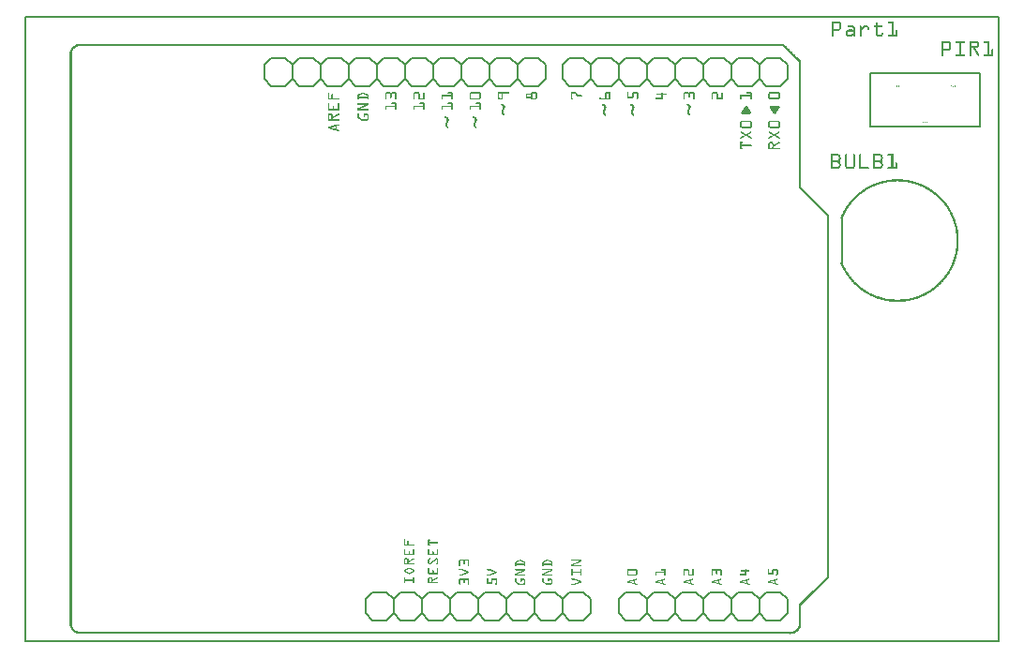
<source format=gto>
G04 MADE WITH FRITZING*
G04 WWW.FRITZING.ORG*
G04 DOUBLE SIDED*
G04 HOLES PLATED*
G04 CONTOUR ON CENTER OF CONTOUR VECTOR*
%ASAXBY*%
%FSLAX23Y23*%
%MOIN*%
%OFA0B0*%
%SFA1.0B1.0*%
%ADD10R,3.466050X2.227530X3.450050X2.211530*%
%ADD11C,0.008000*%
%ADD12R,0.395000X0.195000X0.385000X0.185000*%
%ADD13C,0.005000*%
%ADD14C,0.006000*%
%ADD15R,0.001000X0.001000*%
%LNSILK1*%
G90*
G70*
G54D11*
X4Y2224D02*
X3462Y2224D01*
X3462Y4D01*
X4Y4D01*
X4Y2224D01*
D02*
G54D13*
X3007Y2023D02*
X3397Y2023D01*
X3397Y1833D01*
X3007Y1833D01*
X3007Y2023D01*
D02*
G54D14*
X2437Y178D02*
X2487Y178D01*
D02*
X2487Y178D02*
X2512Y153D01*
D02*
X2512Y153D02*
X2512Y103D01*
D02*
X2512Y103D02*
X2487Y78D01*
D02*
X2512Y153D02*
X2537Y178D01*
D02*
X2537Y178D02*
X2587Y178D01*
D02*
X2587Y178D02*
X2612Y153D01*
D02*
X2612Y153D02*
X2612Y103D01*
D02*
X2612Y103D02*
X2587Y78D01*
D02*
X2587Y78D02*
X2537Y78D01*
D02*
X2537Y78D02*
X2512Y103D01*
D02*
X2312Y153D02*
X2337Y178D01*
D02*
X2337Y178D02*
X2387Y178D01*
D02*
X2387Y178D02*
X2412Y153D01*
D02*
X2412Y153D02*
X2412Y103D01*
D02*
X2412Y103D02*
X2387Y78D01*
D02*
X2387Y78D02*
X2337Y78D01*
D02*
X2337Y78D02*
X2312Y103D01*
D02*
X2437Y178D02*
X2412Y153D01*
D02*
X2412Y103D02*
X2437Y78D01*
D02*
X2487Y78D02*
X2437Y78D01*
D02*
X2137Y178D02*
X2187Y178D01*
D02*
X2187Y178D02*
X2212Y153D01*
D02*
X2212Y153D02*
X2212Y103D01*
D02*
X2212Y103D02*
X2187Y78D01*
D02*
X2212Y153D02*
X2237Y178D01*
D02*
X2237Y178D02*
X2287Y178D01*
D02*
X2287Y178D02*
X2312Y153D01*
D02*
X2312Y153D02*
X2312Y103D01*
D02*
X2312Y103D02*
X2287Y78D01*
D02*
X2287Y78D02*
X2237Y78D01*
D02*
X2237Y78D02*
X2212Y103D01*
D02*
X2112Y153D02*
X2112Y103D01*
D02*
X2137Y178D02*
X2112Y153D01*
D02*
X2112Y103D02*
X2137Y78D01*
D02*
X2187Y78D02*
X2137Y78D01*
D02*
X2637Y178D02*
X2687Y178D01*
D02*
X2687Y178D02*
X2712Y153D01*
D02*
X2712Y153D02*
X2712Y103D01*
D02*
X2712Y103D02*
X2687Y78D01*
D02*
X2637Y178D02*
X2612Y153D01*
D02*
X2612Y103D02*
X2637Y78D01*
D02*
X2687Y78D02*
X2637Y78D01*
D02*
X1027Y1978D02*
X977Y1978D01*
D02*
X1227Y1978D02*
X1177Y1978D01*
D02*
X1127Y1978D02*
X1077Y1978D01*
D02*
X1327Y1978D02*
X1277Y1978D01*
D02*
X1527Y1978D02*
X1477Y1978D01*
D02*
X1427Y1978D02*
X1377Y1978D01*
D02*
X1627Y1978D02*
X1577Y1978D01*
D02*
X1827Y1978D02*
X1777Y1978D01*
D02*
X1727Y1978D02*
X1677Y1978D01*
D02*
X927Y1978D02*
X877Y1978D01*
D02*
X1052Y2003D02*
X1027Y1978D01*
D02*
X977Y1978D02*
X952Y2003D01*
D02*
X952Y2003D02*
X952Y2053D01*
D02*
X952Y2053D02*
X977Y2078D01*
D02*
X977Y2078D02*
X1027Y2078D01*
D02*
X1027Y2078D02*
X1052Y2053D01*
D02*
X1177Y1978D02*
X1152Y2003D01*
D02*
X1152Y2003D02*
X1152Y2053D01*
D02*
X1152Y2053D02*
X1177Y2078D01*
D02*
X1152Y2003D02*
X1127Y1978D01*
D02*
X1077Y1978D02*
X1052Y2003D01*
D02*
X1052Y2003D02*
X1052Y2053D01*
D02*
X1052Y2053D02*
X1077Y2078D01*
D02*
X1077Y2078D02*
X1127Y2078D01*
D02*
X1127Y2078D02*
X1152Y2053D01*
D02*
X1352Y2003D02*
X1327Y1978D01*
D02*
X1277Y1978D02*
X1252Y2003D01*
D02*
X1252Y2003D02*
X1252Y2053D01*
D02*
X1252Y2053D02*
X1277Y2078D01*
D02*
X1277Y2078D02*
X1327Y2078D01*
D02*
X1327Y2078D02*
X1352Y2053D01*
D02*
X1227Y1978D02*
X1252Y2003D01*
D02*
X1252Y2053D02*
X1227Y2078D01*
D02*
X1177Y2078D02*
X1227Y2078D01*
D02*
X1477Y1978D02*
X1452Y2003D01*
D02*
X1452Y2003D02*
X1452Y2053D01*
D02*
X1452Y2053D02*
X1477Y2078D01*
D02*
X1452Y2003D02*
X1427Y1978D01*
D02*
X1377Y1978D02*
X1352Y2003D01*
D02*
X1352Y2003D02*
X1352Y2053D01*
D02*
X1352Y2053D02*
X1377Y2078D01*
D02*
X1377Y2078D02*
X1427Y2078D01*
D02*
X1427Y2078D02*
X1452Y2053D01*
D02*
X1652Y2003D02*
X1627Y1978D01*
D02*
X1577Y1978D02*
X1552Y2003D01*
D02*
X1552Y2003D02*
X1552Y2053D01*
D02*
X1552Y2053D02*
X1577Y2078D01*
D02*
X1577Y2078D02*
X1627Y2078D01*
D02*
X1627Y2078D02*
X1652Y2053D01*
D02*
X1527Y1978D02*
X1552Y2003D01*
D02*
X1552Y2053D02*
X1527Y2078D01*
D02*
X1477Y2078D02*
X1527Y2078D01*
D02*
X1777Y1978D02*
X1752Y2003D01*
D02*
X1752Y2003D02*
X1752Y2053D01*
D02*
X1752Y2053D02*
X1777Y2078D01*
D02*
X1752Y2003D02*
X1727Y1978D01*
D02*
X1677Y1978D02*
X1652Y2003D01*
D02*
X1652Y2003D02*
X1652Y2053D01*
D02*
X1652Y2053D02*
X1677Y2078D01*
D02*
X1677Y2078D02*
X1727Y2078D01*
D02*
X1727Y2078D02*
X1752Y2053D01*
D02*
X1852Y2003D02*
X1852Y2053D01*
D02*
X1827Y1978D02*
X1852Y2003D01*
D02*
X1852Y2053D02*
X1827Y2078D01*
D02*
X1777Y2078D02*
X1827Y2078D01*
D02*
X877Y1978D02*
X852Y2003D01*
D02*
X852Y2003D02*
X852Y2053D01*
D02*
X852Y2053D02*
X877Y2078D01*
D02*
X927Y1978D02*
X952Y2003D01*
D02*
X952Y2053D02*
X927Y2078D01*
D02*
X877Y2078D02*
X927Y2078D01*
D02*
X2087Y1978D02*
X2037Y1978D01*
D02*
X2037Y1978D02*
X2012Y2003D01*
D02*
X2012Y2003D02*
X2012Y2053D01*
D02*
X2012Y2053D02*
X2037Y2078D01*
D02*
X2212Y2003D02*
X2187Y1978D01*
D02*
X2187Y1978D02*
X2137Y1978D01*
D02*
X2137Y1978D02*
X2112Y2003D01*
D02*
X2112Y2003D02*
X2112Y2053D01*
D02*
X2112Y2053D02*
X2137Y2078D01*
D02*
X2137Y2078D02*
X2187Y2078D01*
D02*
X2187Y2078D02*
X2212Y2053D01*
D02*
X2087Y1978D02*
X2112Y2003D01*
D02*
X2112Y2053D02*
X2087Y2078D01*
D02*
X2037Y2078D02*
X2087Y2078D01*
D02*
X2387Y1978D02*
X2337Y1978D01*
D02*
X2337Y1978D02*
X2312Y2003D01*
D02*
X2312Y2003D02*
X2312Y2053D01*
D02*
X2312Y2053D02*
X2337Y2078D01*
D02*
X2312Y2003D02*
X2287Y1978D01*
D02*
X2287Y1978D02*
X2237Y1978D01*
D02*
X2237Y1978D02*
X2212Y2003D01*
D02*
X2212Y2003D02*
X2212Y2053D01*
D02*
X2212Y2053D02*
X2237Y2078D01*
D02*
X2237Y2078D02*
X2287Y2078D01*
D02*
X2287Y2078D02*
X2312Y2053D01*
D02*
X2512Y2003D02*
X2487Y1978D01*
D02*
X2487Y1978D02*
X2437Y1978D01*
D02*
X2437Y1978D02*
X2412Y2003D01*
D02*
X2412Y2003D02*
X2412Y2053D01*
D02*
X2412Y2053D02*
X2437Y2078D01*
D02*
X2437Y2078D02*
X2487Y2078D01*
D02*
X2487Y2078D02*
X2512Y2053D01*
D02*
X2387Y1978D02*
X2412Y2003D01*
D02*
X2412Y2053D02*
X2387Y2078D01*
D02*
X2337Y2078D02*
X2387Y2078D01*
D02*
X2687Y1978D02*
X2637Y1978D01*
D02*
X2637Y1978D02*
X2612Y2003D01*
D02*
X2612Y2003D02*
X2612Y2053D01*
D02*
X2612Y2053D02*
X2637Y2078D01*
D02*
X2612Y2003D02*
X2587Y1978D01*
D02*
X2587Y1978D02*
X2537Y1978D01*
D02*
X2537Y1978D02*
X2512Y2003D01*
D02*
X2512Y2003D02*
X2512Y2053D01*
D02*
X2512Y2053D02*
X2537Y2078D01*
D02*
X2537Y2078D02*
X2587Y2078D01*
D02*
X2587Y2078D02*
X2612Y2053D01*
D02*
X2712Y2003D02*
X2712Y2053D01*
D02*
X2687Y1978D02*
X2712Y2003D01*
D02*
X2712Y2053D02*
X2687Y2078D01*
D02*
X2637Y2078D02*
X2687Y2078D01*
D02*
X1987Y1978D02*
X1937Y1978D01*
D02*
X1937Y1978D02*
X1912Y2003D01*
D02*
X1912Y2003D02*
X1912Y2053D01*
D02*
X1912Y2053D02*
X1937Y2078D01*
D02*
X1987Y1978D02*
X2012Y2003D01*
D02*
X2012Y2053D02*
X1987Y2078D01*
D02*
X1937Y2078D02*
X1987Y2078D01*
D02*
X1837Y178D02*
X1887Y178D01*
D02*
X1887Y178D02*
X1912Y153D01*
D02*
X1912Y153D02*
X1912Y103D01*
D02*
X1912Y103D02*
X1887Y78D01*
D02*
X1712Y153D02*
X1737Y178D01*
D02*
X1737Y178D02*
X1787Y178D01*
D02*
X1787Y178D02*
X1812Y153D01*
D02*
X1812Y153D02*
X1812Y103D01*
D02*
X1812Y103D02*
X1787Y78D01*
D02*
X1787Y78D02*
X1737Y78D01*
D02*
X1737Y78D02*
X1712Y103D01*
D02*
X1837Y178D02*
X1812Y153D01*
D02*
X1812Y103D02*
X1837Y78D01*
D02*
X1887Y78D02*
X1837Y78D01*
D02*
X1537Y178D02*
X1587Y178D01*
D02*
X1587Y178D02*
X1612Y153D01*
D02*
X1612Y153D02*
X1612Y103D01*
D02*
X1612Y103D02*
X1587Y78D01*
D02*
X1612Y153D02*
X1637Y178D01*
D02*
X1637Y178D02*
X1687Y178D01*
D02*
X1687Y178D02*
X1712Y153D01*
D02*
X1712Y153D02*
X1712Y103D01*
D02*
X1712Y103D02*
X1687Y78D01*
D02*
X1687Y78D02*
X1637Y78D01*
D02*
X1637Y78D02*
X1612Y103D01*
D02*
X1412Y153D02*
X1437Y178D01*
D02*
X1437Y178D02*
X1487Y178D01*
D02*
X1487Y178D02*
X1512Y153D01*
D02*
X1512Y153D02*
X1512Y103D01*
D02*
X1512Y103D02*
X1487Y78D01*
D02*
X1487Y78D02*
X1437Y78D01*
D02*
X1437Y78D02*
X1412Y103D01*
D02*
X1537Y178D02*
X1512Y153D01*
D02*
X1512Y103D02*
X1537Y78D01*
D02*
X1587Y78D02*
X1537Y78D01*
D02*
X1237Y178D02*
X1287Y178D01*
D02*
X1287Y178D02*
X1312Y153D01*
D02*
X1312Y153D02*
X1312Y103D01*
D02*
X1312Y103D02*
X1287Y78D01*
D02*
X1312Y153D02*
X1337Y178D01*
D02*
X1337Y178D02*
X1387Y178D01*
D02*
X1387Y178D02*
X1412Y153D01*
D02*
X1412Y153D02*
X1412Y103D01*
D02*
X1412Y103D02*
X1387Y78D01*
D02*
X1387Y78D02*
X1337Y78D01*
D02*
X1337Y78D02*
X1312Y103D01*
D02*
X1212Y153D02*
X1212Y103D01*
D02*
X1237Y178D02*
X1212Y153D01*
D02*
X1212Y103D02*
X1237Y78D01*
D02*
X1287Y78D02*
X1237Y78D01*
D02*
X1937Y178D02*
X1987Y178D01*
D02*
X1987Y178D02*
X2012Y153D01*
D02*
X2012Y153D02*
X2012Y103D01*
D02*
X2012Y103D02*
X1987Y78D01*
D02*
X1937Y178D02*
X1912Y153D01*
D02*
X1912Y103D02*
X1937Y78D01*
D02*
X1987Y78D02*
X1937Y78D01*
G54D11*
D02*
X2905Y1506D02*
X2905Y1349D01*
G54D15*
X2870Y2208D02*
X2896Y2208D01*
X3071Y2208D02*
X3089Y2208D01*
X2870Y2207D02*
X2898Y2207D01*
X3070Y2207D02*
X3089Y2207D01*
X2870Y2206D02*
X2899Y2206D01*
X3070Y2206D02*
X3089Y2206D01*
X2870Y2205D02*
X2900Y2205D01*
X3028Y2205D02*
X3031Y2205D01*
X3070Y2205D02*
X3089Y2205D01*
X2870Y2204D02*
X2901Y2204D01*
X3027Y2204D02*
X3032Y2204D01*
X3070Y2204D02*
X3089Y2204D01*
X2870Y2203D02*
X2902Y2203D01*
X3027Y2203D02*
X3032Y2203D01*
X3070Y2203D02*
X3089Y2203D01*
X2870Y2202D02*
X2902Y2202D01*
X3026Y2202D02*
X3032Y2202D01*
X3071Y2202D02*
X3089Y2202D01*
X2870Y2201D02*
X2876Y2201D01*
X2895Y2201D02*
X2903Y2201D01*
X3026Y2201D02*
X3032Y2201D01*
X3083Y2201D02*
X3089Y2201D01*
X2870Y2200D02*
X2876Y2200D01*
X2896Y2200D02*
X2903Y2200D01*
X3026Y2200D02*
X3032Y2200D01*
X3083Y2200D02*
X3089Y2200D01*
X2870Y2199D02*
X2876Y2199D01*
X2897Y2199D02*
X2903Y2199D01*
X3026Y2199D02*
X3032Y2199D01*
X3083Y2199D02*
X3089Y2199D01*
X2870Y2198D02*
X2876Y2198D01*
X2897Y2198D02*
X2903Y2198D01*
X3026Y2198D02*
X3032Y2198D01*
X3083Y2198D02*
X3089Y2198D01*
X2870Y2197D02*
X2876Y2197D01*
X2897Y2197D02*
X2903Y2197D01*
X3026Y2197D02*
X3032Y2197D01*
X3083Y2197D02*
X3089Y2197D01*
X2870Y2196D02*
X2876Y2196D01*
X2897Y2196D02*
X2903Y2196D01*
X3026Y2196D02*
X3032Y2196D01*
X3083Y2196D02*
X3089Y2196D01*
X2870Y2195D02*
X2876Y2195D01*
X2897Y2195D02*
X2903Y2195D01*
X3026Y2195D02*
X3032Y2195D01*
X3083Y2195D02*
X3089Y2195D01*
X2870Y2194D02*
X2876Y2194D01*
X2897Y2194D02*
X2903Y2194D01*
X3026Y2194D02*
X3033Y2194D01*
X3083Y2194D02*
X3089Y2194D01*
X2870Y2193D02*
X2876Y2193D01*
X2897Y2193D02*
X2903Y2193D01*
X2928Y2193D02*
X2946Y2193D01*
X2971Y2193D02*
X2974Y2193D01*
X2984Y2193D02*
X2997Y2193D01*
X3021Y2193D02*
X3048Y2193D01*
X3083Y2193D02*
X3089Y2193D01*
X2870Y2192D02*
X2876Y2192D01*
X2897Y2192D02*
X2903Y2192D01*
X2927Y2192D02*
X2948Y2192D01*
X2970Y2192D02*
X2975Y2192D01*
X2983Y2192D02*
X2998Y2192D01*
X3020Y2192D02*
X3049Y2192D01*
X3083Y2192D02*
X3089Y2192D01*
X2870Y2191D02*
X2876Y2191D01*
X2897Y2191D02*
X2903Y2191D01*
X2927Y2191D02*
X2949Y2191D01*
X2970Y2191D02*
X2975Y2191D01*
X2982Y2191D02*
X3000Y2191D01*
X3020Y2191D02*
X3049Y2191D01*
X3083Y2191D02*
X3089Y2191D01*
X2870Y2190D02*
X2876Y2190D01*
X2897Y2190D02*
X2903Y2190D01*
X2926Y2190D02*
X2950Y2190D01*
X2970Y2190D02*
X2976Y2190D01*
X2981Y2190D02*
X3001Y2190D01*
X3020Y2190D02*
X3050Y2190D01*
X3083Y2190D02*
X3089Y2190D01*
X2870Y2189D02*
X2876Y2189D01*
X2897Y2189D02*
X2903Y2189D01*
X2927Y2189D02*
X2951Y2189D01*
X2970Y2189D02*
X2976Y2189D01*
X2980Y2189D02*
X3001Y2189D01*
X3020Y2189D02*
X3049Y2189D01*
X3083Y2189D02*
X3089Y2189D01*
X2870Y2188D02*
X2876Y2188D01*
X2897Y2188D02*
X2903Y2188D01*
X2927Y2188D02*
X2951Y2188D01*
X2970Y2188D02*
X2976Y2188D01*
X2979Y2188D02*
X3002Y2188D01*
X3020Y2188D02*
X3049Y2188D01*
X3083Y2188D02*
X3089Y2188D01*
X2870Y2187D02*
X2876Y2187D01*
X2897Y2187D02*
X2903Y2187D01*
X2929Y2187D02*
X2952Y2187D01*
X2970Y2187D02*
X3002Y2187D01*
X3022Y2187D02*
X3047Y2187D01*
X3083Y2187D02*
X3089Y2187D01*
X2870Y2186D02*
X2876Y2186D01*
X2897Y2186D02*
X2903Y2186D01*
X2945Y2186D02*
X2952Y2186D01*
X2970Y2186D02*
X2986Y2186D01*
X2996Y2186D02*
X3003Y2186D01*
X3026Y2186D02*
X3032Y2186D01*
X3083Y2186D02*
X3089Y2186D01*
X2870Y2185D02*
X2876Y2185D01*
X2897Y2185D02*
X2903Y2185D01*
X2946Y2185D02*
X2952Y2185D01*
X2970Y2185D02*
X2985Y2185D01*
X2997Y2185D02*
X3003Y2185D01*
X3026Y2185D02*
X3032Y2185D01*
X3083Y2185D02*
X3089Y2185D01*
X2870Y2184D02*
X2876Y2184D01*
X2897Y2184D02*
X2903Y2184D01*
X2946Y2184D02*
X2952Y2184D01*
X2970Y2184D02*
X2984Y2184D01*
X2997Y2184D02*
X3003Y2184D01*
X3026Y2184D02*
X3032Y2184D01*
X3083Y2184D02*
X3089Y2184D01*
X2870Y2183D02*
X2876Y2183D01*
X2896Y2183D02*
X2903Y2183D01*
X2946Y2183D02*
X2952Y2183D01*
X2970Y2183D02*
X2983Y2183D01*
X2997Y2183D02*
X3003Y2183D01*
X3026Y2183D02*
X3032Y2183D01*
X3083Y2183D02*
X3089Y2183D01*
X2870Y2182D02*
X2902Y2182D01*
X2946Y2182D02*
X2952Y2182D01*
X2970Y2182D02*
X2981Y2182D01*
X2997Y2182D02*
X3003Y2182D01*
X3026Y2182D02*
X3032Y2182D01*
X3083Y2182D02*
X3089Y2182D01*
X2870Y2181D02*
X2902Y2181D01*
X2946Y2181D02*
X2952Y2181D01*
X2970Y2181D02*
X2980Y2181D01*
X2997Y2181D02*
X3003Y2181D01*
X3026Y2181D02*
X3032Y2181D01*
X3083Y2181D02*
X3089Y2181D01*
X2870Y2180D02*
X2901Y2180D01*
X2946Y2180D02*
X2952Y2180D01*
X2970Y2180D02*
X2979Y2180D01*
X2997Y2180D02*
X3003Y2180D01*
X3026Y2180D02*
X3032Y2180D01*
X3083Y2180D02*
X3089Y2180D01*
X2870Y2179D02*
X2901Y2179D01*
X2929Y2179D02*
X2944Y2179D01*
X2946Y2179D02*
X2952Y2179D01*
X2970Y2179D02*
X2978Y2179D01*
X2998Y2179D02*
X3002Y2179D01*
X3026Y2179D02*
X3032Y2179D01*
X3083Y2179D02*
X3089Y2179D01*
X3100Y2179D02*
X3100Y2179D01*
X2870Y2178D02*
X2900Y2178D01*
X2925Y2178D02*
X2952Y2178D01*
X2970Y2178D02*
X2977Y2178D01*
X3026Y2178D02*
X3032Y2178D01*
X3083Y2178D02*
X3089Y2178D01*
X3098Y2178D02*
X3102Y2178D01*
X2870Y2177D02*
X2899Y2177D01*
X2924Y2177D02*
X2952Y2177D01*
X2970Y2177D02*
X2976Y2177D01*
X3026Y2177D02*
X3032Y2177D01*
X3083Y2177D02*
X3089Y2177D01*
X3097Y2177D02*
X3103Y2177D01*
X2870Y2176D02*
X2897Y2176D01*
X2923Y2176D02*
X2952Y2176D01*
X2970Y2176D02*
X2976Y2176D01*
X3026Y2176D02*
X3032Y2176D01*
X3083Y2176D02*
X3089Y2176D01*
X3097Y2176D02*
X3103Y2176D01*
X2870Y2175D02*
X2876Y2175D01*
X2922Y2175D02*
X2953Y2175D01*
X2970Y2175D02*
X2976Y2175D01*
X3026Y2175D02*
X3032Y2175D01*
X3083Y2175D02*
X3089Y2175D01*
X3097Y2175D02*
X3103Y2175D01*
X2870Y2174D02*
X2876Y2174D01*
X2921Y2174D02*
X2953Y2174D01*
X2970Y2174D02*
X2976Y2174D01*
X3026Y2174D02*
X3032Y2174D01*
X3083Y2174D02*
X3089Y2174D01*
X3097Y2174D02*
X3103Y2174D01*
X2870Y2173D02*
X2876Y2173D01*
X2920Y2173D02*
X2953Y2173D01*
X2970Y2173D02*
X2976Y2173D01*
X3026Y2173D02*
X3032Y2173D01*
X3083Y2173D02*
X3089Y2173D01*
X3097Y2173D02*
X3103Y2173D01*
X2870Y2172D02*
X2876Y2172D01*
X2920Y2172D02*
X2928Y2172D01*
X2944Y2172D02*
X2953Y2172D01*
X2970Y2172D02*
X2976Y2172D01*
X3026Y2172D02*
X3032Y2172D01*
X3083Y2172D02*
X3089Y2172D01*
X3097Y2172D02*
X3103Y2172D01*
X2870Y2171D02*
X2876Y2171D01*
X2920Y2171D02*
X2927Y2171D01*
X2946Y2171D02*
X2953Y2171D01*
X2970Y2171D02*
X2976Y2171D01*
X3026Y2171D02*
X3032Y2171D01*
X3083Y2171D02*
X3089Y2171D01*
X3097Y2171D02*
X3103Y2171D01*
X2870Y2170D02*
X2876Y2170D01*
X2920Y2170D02*
X2926Y2170D01*
X2946Y2170D02*
X2953Y2170D01*
X2970Y2170D02*
X2976Y2170D01*
X3026Y2170D02*
X3032Y2170D01*
X3083Y2170D02*
X3089Y2170D01*
X3097Y2170D02*
X3103Y2170D01*
X2870Y2169D02*
X2876Y2169D01*
X2920Y2169D02*
X2926Y2169D01*
X2947Y2169D02*
X2953Y2169D01*
X2970Y2169D02*
X2976Y2169D01*
X3026Y2169D02*
X3032Y2169D01*
X3083Y2169D02*
X3089Y2169D01*
X3097Y2169D02*
X3103Y2169D01*
X2870Y2168D02*
X2876Y2168D01*
X2920Y2168D02*
X2926Y2168D01*
X2947Y2168D02*
X2953Y2168D01*
X2970Y2168D02*
X2976Y2168D01*
X3026Y2168D02*
X3032Y2168D01*
X3083Y2168D02*
X3089Y2168D01*
X3097Y2168D02*
X3103Y2168D01*
X2870Y2167D02*
X2876Y2167D01*
X2920Y2167D02*
X2926Y2167D01*
X2947Y2167D02*
X2953Y2167D01*
X2970Y2167D02*
X2976Y2167D01*
X3026Y2167D02*
X3032Y2167D01*
X3049Y2167D02*
X3051Y2167D01*
X3083Y2167D02*
X3089Y2167D01*
X3097Y2167D02*
X3103Y2167D01*
X2870Y2166D02*
X2876Y2166D01*
X2920Y2166D02*
X2926Y2166D01*
X2947Y2166D02*
X2953Y2166D01*
X2970Y2166D02*
X2976Y2166D01*
X3026Y2166D02*
X3032Y2166D01*
X3048Y2166D02*
X3052Y2166D01*
X3083Y2166D02*
X3089Y2166D01*
X3097Y2166D02*
X3103Y2166D01*
X2870Y2165D02*
X2876Y2165D01*
X2920Y2165D02*
X2926Y2165D01*
X2945Y2165D02*
X2953Y2165D01*
X2970Y2165D02*
X2976Y2165D01*
X3026Y2165D02*
X3032Y2165D01*
X3047Y2165D02*
X3053Y2165D01*
X3083Y2165D02*
X3089Y2165D01*
X3097Y2165D02*
X3103Y2165D01*
X2870Y2164D02*
X2876Y2164D01*
X2920Y2164D02*
X2926Y2164D01*
X2944Y2164D02*
X2953Y2164D01*
X2970Y2164D02*
X2976Y2164D01*
X3026Y2164D02*
X3033Y2164D01*
X3047Y2164D02*
X3053Y2164D01*
X3083Y2164D02*
X3089Y2164D01*
X3097Y2164D02*
X3103Y2164D01*
X2870Y2163D02*
X2876Y2163D01*
X2920Y2163D02*
X2926Y2163D01*
X2942Y2163D02*
X2953Y2163D01*
X2970Y2163D02*
X2976Y2163D01*
X3027Y2163D02*
X3033Y2163D01*
X3046Y2163D02*
X3053Y2163D01*
X3083Y2163D02*
X3089Y2163D01*
X3097Y2163D02*
X3103Y2163D01*
X2870Y2162D02*
X2876Y2162D01*
X2920Y2162D02*
X2927Y2162D01*
X2940Y2162D02*
X2953Y2162D01*
X2970Y2162D02*
X2976Y2162D01*
X3027Y2162D02*
X3034Y2162D01*
X3045Y2162D02*
X3053Y2162D01*
X3083Y2162D02*
X3089Y2162D01*
X3097Y2162D02*
X3103Y2162D01*
X2870Y2161D02*
X2876Y2161D01*
X2920Y2161D02*
X2953Y2161D01*
X2970Y2161D02*
X2976Y2161D01*
X3027Y2161D02*
X3052Y2161D01*
X3071Y2161D02*
X3103Y2161D01*
X2870Y2160D02*
X2876Y2160D01*
X2921Y2160D02*
X2953Y2160D01*
X2970Y2160D02*
X2976Y2160D01*
X3028Y2160D02*
X3052Y2160D01*
X3070Y2160D02*
X3103Y2160D01*
X2870Y2159D02*
X2876Y2159D01*
X2921Y2159D02*
X2953Y2159D01*
X2970Y2159D02*
X2976Y2159D01*
X3028Y2159D02*
X3051Y2159D01*
X3070Y2159D02*
X3103Y2159D01*
X2870Y2158D02*
X2876Y2158D01*
X2922Y2158D02*
X2953Y2158D01*
X2970Y2158D02*
X2976Y2158D01*
X3029Y2158D02*
X3050Y2158D01*
X3070Y2158D02*
X3103Y2158D01*
X2870Y2157D02*
X2875Y2157D01*
X2923Y2157D02*
X2945Y2157D01*
X2947Y2157D02*
X2953Y2157D01*
X2970Y2157D02*
X2975Y2157D01*
X3030Y2157D02*
X3049Y2157D01*
X3070Y2157D02*
X3103Y2157D01*
X2870Y2156D02*
X2875Y2156D01*
X2924Y2156D02*
X2943Y2156D01*
X2948Y2156D02*
X2952Y2156D01*
X2970Y2156D02*
X2975Y2156D01*
X3031Y2156D02*
X3048Y2156D01*
X3070Y2156D02*
X3102Y2156D01*
X2871Y2155D02*
X2874Y2155D01*
X2926Y2155D02*
X2941Y2155D01*
X2949Y2155D02*
X2951Y2155D01*
X2971Y2155D02*
X2974Y2155D01*
X3033Y2155D02*
X3046Y2155D01*
X3071Y2155D02*
X3101Y2155D01*
X3261Y2138D02*
X3288Y2138D01*
X3312Y2138D02*
X3343Y2138D01*
X3361Y2138D02*
X3388Y2138D01*
X3412Y2138D02*
X3431Y2138D01*
X3261Y2137D02*
X3289Y2137D01*
X3311Y2137D02*
X3344Y2137D01*
X3361Y2137D02*
X3389Y2137D01*
X3411Y2137D02*
X3431Y2137D01*
X3261Y2136D02*
X3291Y2136D01*
X3311Y2136D02*
X3344Y2136D01*
X3361Y2136D02*
X3391Y2136D01*
X3411Y2136D02*
X3431Y2136D01*
X3261Y2135D02*
X3292Y2135D01*
X3311Y2135D02*
X3344Y2135D01*
X3361Y2135D02*
X3392Y2135D01*
X3411Y2135D02*
X3431Y2135D01*
X3261Y2134D02*
X3293Y2134D01*
X3311Y2134D02*
X3344Y2134D01*
X3361Y2134D02*
X3393Y2134D01*
X3411Y2134D02*
X3431Y2134D01*
X3261Y2133D02*
X3293Y2133D01*
X3312Y2133D02*
X3344Y2133D01*
X3361Y2133D02*
X3393Y2133D01*
X3412Y2133D02*
X3431Y2133D01*
X3261Y2132D02*
X3294Y2132D01*
X3313Y2132D02*
X3342Y2132D01*
X3361Y2132D02*
X3394Y2132D01*
X3413Y2132D02*
X3431Y2132D01*
X3261Y2131D02*
X3267Y2131D01*
X3287Y2131D02*
X3294Y2131D01*
X3325Y2131D02*
X3331Y2131D01*
X3361Y2131D02*
X3367Y2131D01*
X3387Y2131D02*
X3394Y2131D01*
X3425Y2131D02*
X3431Y2131D01*
X3261Y2130D02*
X3267Y2130D01*
X3288Y2130D02*
X3294Y2130D01*
X3325Y2130D02*
X3331Y2130D01*
X3361Y2130D02*
X3367Y2130D01*
X3388Y2130D02*
X3394Y2130D01*
X3425Y2130D02*
X3431Y2130D01*
X3261Y2129D02*
X3267Y2129D01*
X3288Y2129D02*
X3294Y2129D01*
X3325Y2129D02*
X3331Y2129D01*
X3361Y2129D02*
X3367Y2129D01*
X3388Y2129D02*
X3394Y2129D01*
X3425Y2129D02*
X3431Y2129D01*
X192Y2128D02*
X2699Y2128D01*
X3261Y2128D02*
X3267Y2128D01*
X3288Y2128D02*
X3294Y2128D01*
X3325Y2128D02*
X3331Y2128D01*
X3361Y2128D02*
X3367Y2128D01*
X3388Y2128D02*
X3394Y2128D01*
X3425Y2128D02*
X3431Y2128D01*
X188Y2127D02*
X2700Y2127D01*
X3261Y2127D02*
X3267Y2127D01*
X3288Y2127D02*
X3294Y2127D01*
X3325Y2127D02*
X3331Y2127D01*
X3361Y2127D02*
X3367Y2127D01*
X3388Y2127D02*
X3394Y2127D01*
X3425Y2127D02*
X3431Y2127D01*
X185Y2126D02*
X2701Y2126D01*
X3261Y2126D02*
X3267Y2126D01*
X3288Y2126D02*
X3294Y2126D01*
X3325Y2126D02*
X3331Y2126D01*
X3361Y2126D02*
X3367Y2126D01*
X3388Y2126D02*
X3394Y2126D01*
X3425Y2126D02*
X3431Y2126D01*
X183Y2125D02*
X2702Y2125D01*
X3261Y2125D02*
X3267Y2125D01*
X3288Y2125D02*
X3294Y2125D01*
X3325Y2125D02*
X3331Y2125D01*
X3361Y2125D02*
X3367Y2125D01*
X3388Y2125D02*
X3394Y2125D01*
X3425Y2125D02*
X3431Y2125D01*
X181Y2124D02*
X2703Y2124D01*
X3261Y2124D02*
X3267Y2124D01*
X3288Y2124D02*
X3294Y2124D01*
X3325Y2124D02*
X3331Y2124D01*
X3361Y2124D02*
X3367Y2124D01*
X3388Y2124D02*
X3394Y2124D01*
X3425Y2124D02*
X3431Y2124D01*
X179Y2123D02*
X2704Y2123D01*
X3261Y2123D02*
X3267Y2123D01*
X3288Y2123D02*
X3294Y2123D01*
X3325Y2123D02*
X3331Y2123D01*
X3361Y2123D02*
X3367Y2123D01*
X3388Y2123D02*
X3394Y2123D01*
X3425Y2123D02*
X3431Y2123D01*
X178Y2122D02*
X2705Y2122D01*
X3261Y2122D02*
X3267Y2122D01*
X3288Y2122D02*
X3294Y2122D01*
X3325Y2122D02*
X3331Y2122D01*
X3361Y2122D02*
X3367Y2122D01*
X3387Y2122D02*
X3394Y2122D01*
X3425Y2122D02*
X3431Y2122D01*
X176Y2121D02*
X2706Y2121D01*
X3261Y2121D02*
X3267Y2121D01*
X3288Y2121D02*
X3294Y2121D01*
X3325Y2121D02*
X3331Y2121D01*
X3361Y2121D02*
X3367Y2121D01*
X3385Y2121D02*
X3394Y2121D01*
X3425Y2121D02*
X3431Y2121D01*
X175Y2120D02*
X191Y2120D01*
X2697Y2120D02*
X2707Y2120D01*
X3261Y2120D02*
X3267Y2120D01*
X3288Y2120D02*
X3294Y2120D01*
X3325Y2120D02*
X3331Y2120D01*
X3361Y2120D02*
X3393Y2120D01*
X3425Y2120D02*
X3431Y2120D01*
X174Y2119D02*
X188Y2119D01*
X2698Y2119D02*
X2708Y2119D01*
X3261Y2119D02*
X3267Y2119D01*
X3288Y2119D02*
X3294Y2119D01*
X3325Y2119D02*
X3331Y2119D01*
X3361Y2119D02*
X3393Y2119D01*
X3425Y2119D02*
X3431Y2119D01*
X173Y2118D02*
X186Y2118D01*
X2699Y2118D02*
X2709Y2118D01*
X3261Y2118D02*
X3267Y2118D01*
X3288Y2118D02*
X3294Y2118D01*
X3325Y2118D02*
X3331Y2118D01*
X3361Y2118D02*
X3392Y2118D01*
X3425Y2118D02*
X3431Y2118D01*
X172Y2117D02*
X184Y2117D01*
X2700Y2117D02*
X2710Y2117D01*
X3261Y2117D02*
X3267Y2117D01*
X3288Y2117D02*
X3294Y2117D01*
X3325Y2117D02*
X3331Y2117D01*
X3361Y2117D02*
X3391Y2117D01*
X3425Y2117D02*
X3431Y2117D01*
X171Y2116D02*
X182Y2116D01*
X2701Y2116D02*
X2711Y2116D01*
X3261Y2116D02*
X3267Y2116D01*
X3288Y2116D02*
X3294Y2116D01*
X3325Y2116D02*
X3331Y2116D01*
X3361Y2116D02*
X3390Y2116D01*
X3425Y2116D02*
X3431Y2116D01*
X170Y2115D02*
X181Y2115D01*
X2702Y2115D02*
X2712Y2115D01*
X3261Y2115D02*
X3267Y2115D01*
X3288Y2115D02*
X3294Y2115D01*
X3325Y2115D02*
X3331Y2115D01*
X3361Y2115D02*
X3388Y2115D01*
X3425Y2115D02*
X3431Y2115D01*
X169Y2114D02*
X179Y2114D01*
X2703Y2114D02*
X2713Y2114D01*
X3261Y2114D02*
X3267Y2114D01*
X3288Y2114D02*
X3294Y2114D01*
X3325Y2114D02*
X3331Y2114D01*
X3361Y2114D02*
X3384Y2114D01*
X3425Y2114D02*
X3431Y2114D01*
X168Y2113D02*
X178Y2113D01*
X2704Y2113D02*
X2714Y2113D01*
X3261Y2113D02*
X3267Y2113D01*
X3287Y2113D02*
X3294Y2113D01*
X3325Y2113D02*
X3331Y2113D01*
X3361Y2113D02*
X3367Y2113D01*
X3373Y2113D02*
X3380Y2113D01*
X3425Y2113D02*
X3431Y2113D01*
X168Y2112D02*
X177Y2112D01*
X2705Y2112D02*
X2715Y2112D01*
X3261Y2112D02*
X3294Y2112D01*
X3325Y2112D02*
X3331Y2112D01*
X3361Y2112D02*
X3367Y2112D01*
X3374Y2112D02*
X3381Y2112D01*
X3425Y2112D02*
X3431Y2112D01*
X167Y2111D02*
X176Y2111D01*
X2706Y2111D02*
X2716Y2111D01*
X3261Y2111D02*
X3293Y2111D01*
X3325Y2111D02*
X3331Y2111D01*
X3361Y2111D02*
X3367Y2111D01*
X3374Y2111D02*
X3382Y2111D01*
X3425Y2111D02*
X3431Y2111D01*
X166Y2110D02*
X175Y2110D01*
X2707Y2110D02*
X2717Y2110D01*
X3261Y2110D02*
X3293Y2110D01*
X3325Y2110D02*
X3331Y2110D01*
X3361Y2110D02*
X3367Y2110D01*
X3375Y2110D02*
X3382Y2110D01*
X3425Y2110D02*
X3431Y2110D01*
X166Y2109D02*
X174Y2109D01*
X2708Y2109D02*
X2718Y2109D01*
X3261Y2109D02*
X3292Y2109D01*
X3325Y2109D02*
X3331Y2109D01*
X3361Y2109D02*
X3367Y2109D01*
X3375Y2109D02*
X3383Y2109D01*
X3425Y2109D02*
X3431Y2109D01*
X3441Y2109D02*
X3442Y2109D01*
X165Y2108D02*
X174Y2108D01*
X2709Y2108D02*
X2719Y2108D01*
X3261Y2108D02*
X3291Y2108D01*
X3325Y2108D02*
X3331Y2108D01*
X3361Y2108D02*
X3367Y2108D01*
X3376Y2108D02*
X3383Y2108D01*
X3425Y2108D02*
X3431Y2108D01*
X3439Y2108D02*
X3443Y2108D01*
X165Y2107D02*
X173Y2107D01*
X2710Y2107D02*
X2720Y2107D01*
X3261Y2107D02*
X3290Y2107D01*
X3325Y2107D02*
X3331Y2107D01*
X3361Y2107D02*
X3367Y2107D01*
X3377Y2107D02*
X3384Y2107D01*
X3425Y2107D02*
X3431Y2107D01*
X3439Y2107D02*
X3444Y2107D01*
X164Y2106D02*
X172Y2106D01*
X2711Y2106D02*
X2721Y2106D01*
X3261Y2106D02*
X3288Y2106D01*
X3325Y2106D02*
X3331Y2106D01*
X3361Y2106D02*
X3367Y2106D01*
X3377Y2106D02*
X3384Y2106D01*
X3425Y2106D02*
X3431Y2106D01*
X3438Y2106D02*
X3444Y2106D01*
X164Y2105D02*
X172Y2105D01*
X2712Y2105D02*
X2722Y2105D01*
X3261Y2105D02*
X3267Y2105D01*
X3325Y2105D02*
X3331Y2105D01*
X3361Y2105D02*
X3367Y2105D01*
X3378Y2105D02*
X3385Y2105D01*
X3425Y2105D02*
X3431Y2105D01*
X3438Y2105D02*
X3444Y2105D01*
X164Y2104D02*
X171Y2104D01*
X2713Y2104D02*
X2723Y2104D01*
X3261Y2104D02*
X3267Y2104D01*
X3325Y2104D02*
X3331Y2104D01*
X3361Y2104D02*
X3367Y2104D01*
X3378Y2104D02*
X3386Y2104D01*
X3425Y2104D02*
X3431Y2104D01*
X3438Y2104D02*
X3444Y2104D01*
X163Y2103D02*
X171Y2103D01*
X2714Y2103D02*
X2724Y2103D01*
X3261Y2103D02*
X3267Y2103D01*
X3325Y2103D02*
X3331Y2103D01*
X3361Y2103D02*
X3367Y2103D01*
X3379Y2103D02*
X3386Y2103D01*
X3425Y2103D02*
X3431Y2103D01*
X3438Y2103D02*
X3444Y2103D01*
X163Y2102D02*
X170Y2102D01*
X2715Y2102D02*
X2725Y2102D01*
X3261Y2102D02*
X3267Y2102D01*
X3325Y2102D02*
X3331Y2102D01*
X3361Y2102D02*
X3367Y2102D01*
X3380Y2102D02*
X3387Y2102D01*
X3425Y2102D02*
X3431Y2102D01*
X3438Y2102D02*
X3444Y2102D01*
X162Y2101D02*
X170Y2101D01*
X2716Y2101D02*
X2726Y2101D01*
X3261Y2101D02*
X3267Y2101D01*
X3325Y2101D02*
X3331Y2101D01*
X3361Y2101D02*
X3367Y2101D01*
X3380Y2101D02*
X3387Y2101D01*
X3425Y2101D02*
X3431Y2101D01*
X3438Y2101D02*
X3444Y2101D01*
X162Y2100D02*
X169Y2100D01*
X2717Y2100D02*
X2727Y2100D01*
X3261Y2100D02*
X3267Y2100D01*
X3325Y2100D02*
X3331Y2100D01*
X3361Y2100D02*
X3367Y2100D01*
X3381Y2100D02*
X3388Y2100D01*
X3425Y2100D02*
X3431Y2100D01*
X3438Y2100D02*
X3444Y2100D01*
X162Y2099D02*
X169Y2099D01*
X2718Y2099D02*
X2728Y2099D01*
X3261Y2099D02*
X3267Y2099D01*
X3325Y2099D02*
X3331Y2099D01*
X3361Y2099D02*
X3367Y2099D01*
X3381Y2099D02*
X3389Y2099D01*
X3425Y2099D02*
X3431Y2099D01*
X3438Y2099D02*
X3444Y2099D01*
X162Y2098D02*
X169Y2098D01*
X2719Y2098D02*
X2729Y2098D01*
X3261Y2098D02*
X3267Y2098D01*
X3325Y2098D02*
X3331Y2098D01*
X3361Y2098D02*
X3367Y2098D01*
X3382Y2098D02*
X3389Y2098D01*
X3425Y2098D02*
X3431Y2098D01*
X3438Y2098D02*
X3444Y2098D01*
X161Y2097D02*
X169Y2097D01*
X2720Y2097D02*
X2730Y2097D01*
X3261Y2097D02*
X3267Y2097D01*
X3325Y2097D02*
X3331Y2097D01*
X3361Y2097D02*
X3367Y2097D01*
X3382Y2097D02*
X3390Y2097D01*
X3425Y2097D02*
X3431Y2097D01*
X3438Y2097D02*
X3444Y2097D01*
X161Y2096D02*
X168Y2096D01*
X2721Y2096D02*
X2731Y2096D01*
X3261Y2096D02*
X3267Y2096D01*
X3325Y2096D02*
X3331Y2096D01*
X3361Y2096D02*
X3367Y2096D01*
X3383Y2096D02*
X3390Y2096D01*
X3425Y2096D02*
X3431Y2096D01*
X3438Y2096D02*
X3444Y2096D01*
X161Y2095D02*
X168Y2095D01*
X2722Y2095D02*
X2732Y2095D01*
X3261Y2095D02*
X3267Y2095D01*
X3325Y2095D02*
X3331Y2095D01*
X3361Y2095D02*
X3367Y2095D01*
X3384Y2095D02*
X3391Y2095D01*
X3425Y2095D02*
X3431Y2095D01*
X3438Y2095D02*
X3444Y2095D01*
X161Y2094D02*
X168Y2094D01*
X2723Y2094D02*
X2733Y2094D01*
X3261Y2094D02*
X3267Y2094D01*
X3325Y2094D02*
X3331Y2094D01*
X3361Y2094D02*
X3367Y2094D01*
X3384Y2094D02*
X3391Y2094D01*
X3425Y2094D02*
X3431Y2094D01*
X3438Y2094D02*
X3444Y2094D01*
X161Y2093D02*
X168Y2093D01*
X2724Y2093D02*
X2734Y2093D01*
X3261Y2093D02*
X3267Y2093D01*
X3325Y2093D02*
X3331Y2093D01*
X3361Y2093D02*
X3367Y2093D01*
X3385Y2093D02*
X3392Y2093D01*
X3425Y2093D02*
X3431Y2093D01*
X3438Y2093D02*
X3444Y2093D01*
X161Y2092D02*
X168Y2092D01*
X2725Y2092D02*
X2735Y2092D01*
X3261Y2092D02*
X3267Y2092D01*
X3325Y2092D02*
X3331Y2092D01*
X3361Y2092D02*
X3367Y2092D01*
X3385Y2092D02*
X3393Y2092D01*
X3425Y2092D02*
X3431Y2092D01*
X3438Y2092D02*
X3444Y2092D01*
X161Y2091D02*
X168Y2091D01*
X2726Y2091D02*
X2736Y2091D01*
X3261Y2091D02*
X3267Y2091D01*
X3312Y2091D02*
X3343Y2091D01*
X3361Y2091D02*
X3367Y2091D01*
X3386Y2091D02*
X3393Y2091D01*
X3412Y2091D02*
X3444Y2091D01*
X161Y2090D02*
X168Y2090D01*
X2727Y2090D02*
X2737Y2090D01*
X3261Y2090D02*
X3267Y2090D01*
X3311Y2090D02*
X3344Y2090D01*
X3361Y2090D02*
X3367Y2090D01*
X3387Y2090D02*
X3394Y2090D01*
X3411Y2090D02*
X3444Y2090D01*
X161Y2089D02*
X168Y2089D01*
X2728Y2089D02*
X2738Y2089D01*
X3261Y2089D02*
X3267Y2089D01*
X3311Y2089D02*
X3344Y2089D01*
X3361Y2089D02*
X3367Y2089D01*
X3387Y2089D02*
X3394Y2089D01*
X3411Y2089D02*
X3444Y2089D01*
X161Y2088D02*
X168Y2088D01*
X2729Y2088D02*
X2739Y2088D01*
X3261Y2088D02*
X3267Y2088D01*
X3311Y2088D02*
X3344Y2088D01*
X3361Y2088D02*
X3367Y2088D01*
X3388Y2088D02*
X3394Y2088D01*
X3411Y2088D02*
X3444Y2088D01*
X161Y2087D02*
X168Y2087D01*
X2730Y2087D02*
X2740Y2087D01*
X3261Y2087D02*
X3267Y2087D01*
X3311Y2087D02*
X3344Y2087D01*
X3361Y2087D02*
X3367Y2087D01*
X3388Y2087D02*
X3394Y2087D01*
X3411Y2087D02*
X3444Y2087D01*
X161Y2086D02*
X168Y2086D01*
X2731Y2086D02*
X2741Y2086D01*
X3262Y2086D02*
X3266Y2086D01*
X3312Y2086D02*
X3344Y2086D01*
X3362Y2086D02*
X3366Y2086D01*
X3389Y2086D02*
X3394Y2086D01*
X3412Y2086D02*
X3444Y2086D01*
X161Y2085D02*
X168Y2085D01*
X2732Y2085D02*
X2742Y2085D01*
X3263Y2085D02*
X3265Y2085D01*
X3313Y2085D02*
X3342Y2085D01*
X3363Y2085D02*
X3365Y2085D01*
X3390Y2085D02*
X3392Y2085D01*
X3413Y2085D02*
X3442Y2085D01*
X161Y2084D02*
X168Y2084D01*
X2733Y2084D02*
X2743Y2084D01*
X161Y2083D02*
X168Y2083D01*
X2734Y2083D02*
X2744Y2083D01*
X161Y2082D02*
X168Y2082D01*
X2735Y2082D02*
X2745Y2082D01*
X161Y2081D02*
X168Y2081D01*
X2736Y2081D02*
X2746Y2081D01*
X161Y2080D02*
X168Y2080D01*
X2737Y2080D02*
X2747Y2080D01*
X161Y2079D02*
X168Y2079D01*
X2738Y2079D02*
X2748Y2079D01*
X161Y2078D02*
X168Y2078D01*
X2739Y2078D02*
X2749Y2078D01*
X161Y2077D02*
X168Y2077D01*
X2740Y2077D02*
X2751Y2077D01*
X161Y2076D02*
X168Y2076D01*
X2741Y2076D02*
X2752Y2076D01*
X161Y2075D02*
X168Y2075D01*
X2742Y2075D02*
X2753Y2075D01*
X161Y2074D02*
X168Y2074D01*
X2743Y2074D02*
X2754Y2074D01*
X161Y2073D02*
X168Y2073D01*
X2744Y2073D02*
X2755Y2073D01*
X161Y2072D02*
X168Y2072D01*
X2745Y2072D02*
X2756Y2072D01*
X161Y2071D02*
X168Y2071D01*
X2746Y2071D02*
X2757Y2071D01*
X161Y2070D02*
X168Y2070D01*
X2747Y2070D02*
X2758Y2070D01*
X161Y2069D02*
X168Y2069D01*
X2748Y2069D02*
X2759Y2069D01*
X161Y2068D02*
X168Y2068D01*
X2749Y2068D02*
X2760Y2068D01*
X161Y2067D02*
X168Y2067D01*
X2750Y2067D02*
X2761Y2067D01*
X161Y2066D02*
X168Y2066D01*
X2751Y2066D02*
X2761Y2066D01*
X161Y2065D02*
X168Y2065D01*
X2752Y2065D02*
X2761Y2065D01*
X161Y2064D02*
X168Y2064D01*
X2753Y2064D02*
X2761Y2064D01*
X161Y2063D02*
X168Y2063D01*
X2754Y2063D02*
X2761Y2063D01*
X161Y2062D02*
X168Y2062D01*
X2754Y2062D02*
X2761Y2062D01*
X161Y2061D02*
X168Y2061D01*
X2754Y2061D02*
X2761Y2061D01*
X161Y2060D02*
X168Y2060D01*
X2754Y2060D02*
X2761Y2060D01*
X161Y2059D02*
X168Y2059D01*
X2754Y2059D02*
X2761Y2059D01*
X161Y2058D02*
X168Y2058D01*
X2754Y2058D02*
X2761Y2058D01*
X161Y2057D02*
X168Y2057D01*
X2754Y2057D02*
X2761Y2057D01*
X161Y2056D02*
X168Y2056D01*
X2754Y2056D02*
X2761Y2056D01*
X161Y2055D02*
X168Y2055D01*
X2754Y2055D02*
X2761Y2055D01*
X161Y2054D02*
X168Y2054D01*
X2754Y2054D02*
X2761Y2054D01*
X161Y2053D02*
X168Y2053D01*
X2754Y2053D02*
X2761Y2053D01*
X161Y2052D02*
X168Y2052D01*
X2754Y2052D02*
X2761Y2052D01*
X161Y2051D02*
X168Y2051D01*
X2754Y2051D02*
X2761Y2051D01*
X161Y2050D02*
X168Y2050D01*
X2754Y2050D02*
X2761Y2050D01*
X161Y2049D02*
X168Y2049D01*
X2754Y2049D02*
X2761Y2049D01*
X161Y2048D02*
X168Y2048D01*
X2754Y2048D02*
X2761Y2048D01*
X161Y2047D02*
X168Y2047D01*
X2754Y2047D02*
X2761Y2047D01*
X161Y2046D02*
X168Y2046D01*
X2754Y2046D02*
X2761Y2046D01*
X161Y2045D02*
X168Y2045D01*
X2754Y2045D02*
X2761Y2045D01*
X161Y2044D02*
X168Y2044D01*
X2754Y2044D02*
X2761Y2044D01*
X161Y2043D02*
X168Y2043D01*
X2754Y2043D02*
X2761Y2043D01*
X161Y2042D02*
X168Y2042D01*
X2754Y2042D02*
X2761Y2042D01*
X161Y2041D02*
X168Y2041D01*
X2754Y2041D02*
X2761Y2041D01*
X161Y2040D02*
X168Y2040D01*
X2754Y2040D02*
X2761Y2040D01*
X161Y2039D02*
X168Y2039D01*
X2754Y2039D02*
X2761Y2039D01*
X161Y2038D02*
X168Y2038D01*
X2754Y2038D02*
X2761Y2038D01*
X161Y2037D02*
X168Y2037D01*
X2754Y2037D02*
X2761Y2037D01*
X161Y2036D02*
X168Y2036D01*
X2754Y2036D02*
X2761Y2036D01*
X161Y2035D02*
X168Y2035D01*
X2754Y2035D02*
X2761Y2035D01*
X161Y2034D02*
X168Y2034D01*
X2754Y2034D02*
X2761Y2034D01*
X161Y2033D02*
X168Y2033D01*
X2754Y2033D02*
X2761Y2033D01*
X161Y2032D02*
X168Y2032D01*
X2754Y2032D02*
X2761Y2032D01*
X161Y2031D02*
X168Y2031D01*
X2754Y2031D02*
X2761Y2031D01*
X161Y2030D02*
X168Y2030D01*
X2754Y2030D02*
X2761Y2030D01*
X161Y2029D02*
X168Y2029D01*
X2754Y2029D02*
X2761Y2029D01*
X161Y2028D02*
X168Y2028D01*
X2754Y2028D02*
X2761Y2028D01*
X161Y2027D02*
X168Y2027D01*
X2754Y2027D02*
X2761Y2027D01*
X161Y2026D02*
X168Y2026D01*
X2754Y2026D02*
X2761Y2026D01*
X161Y2025D02*
X168Y2025D01*
X2754Y2025D02*
X2761Y2025D01*
X161Y2024D02*
X168Y2024D01*
X2754Y2024D02*
X2761Y2024D01*
X161Y2023D02*
X168Y2023D01*
X2754Y2023D02*
X2761Y2023D01*
X161Y2022D02*
X168Y2022D01*
X2754Y2022D02*
X2761Y2022D01*
X161Y2021D02*
X168Y2021D01*
X2754Y2021D02*
X2761Y2021D01*
X161Y2020D02*
X168Y2020D01*
X2754Y2020D02*
X2761Y2020D01*
X161Y2019D02*
X168Y2019D01*
X2754Y2019D02*
X2761Y2019D01*
X161Y2018D02*
X168Y2018D01*
X2754Y2018D02*
X2761Y2018D01*
X161Y2017D02*
X168Y2017D01*
X2754Y2017D02*
X2761Y2017D01*
X161Y2016D02*
X168Y2016D01*
X2754Y2016D02*
X2761Y2016D01*
X161Y2015D02*
X168Y2015D01*
X2754Y2015D02*
X2761Y2015D01*
X161Y2014D02*
X168Y2014D01*
X2754Y2014D02*
X2761Y2014D01*
X161Y2013D02*
X168Y2013D01*
X2754Y2013D02*
X2761Y2013D01*
X161Y2012D02*
X168Y2012D01*
X2754Y2012D02*
X2761Y2012D01*
X161Y2011D02*
X168Y2011D01*
X2754Y2011D02*
X2761Y2011D01*
X161Y2010D02*
X168Y2010D01*
X2754Y2010D02*
X2761Y2010D01*
X161Y2009D02*
X168Y2009D01*
X2754Y2009D02*
X2761Y2009D01*
X161Y2008D02*
X168Y2008D01*
X2754Y2008D02*
X2761Y2008D01*
X161Y2007D02*
X168Y2007D01*
X2754Y2007D02*
X2761Y2007D01*
X161Y2006D02*
X168Y2006D01*
X2754Y2006D02*
X2761Y2006D01*
X161Y2005D02*
X168Y2005D01*
X2754Y2005D02*
X2761Y2005D01*
X161Y2004D02*
X168Y2004D01*
X2754Y2004D02*
X2761Y2004D01*
X161Y2003D02*
X168Y2003D01*
X2754Y2003D02*
X2761Y2003D01*
X161Y2002D02*
X168Y2002D01*
X2754Y2002D02*
X2761Y2002D01*
X161Y2001D02*
X168Y2001D01*
X2754Y2001D02*
X2761Y2001D01*
X161Y2000D02*
X168Y2000D01*
X2754Y2000D02*
X2761Y2000D01*
X161Y1999D02*
X168Y1999D01*
X2754Y1999D02*
X2761Y1999D01*
X161Y1998D02*
X168Y1998D01*
X2754Y1998D02*
X2761Y1998D01*
X161Y1997D02*
X168Y1997D01*
X2754Y1997D02*
X2761Y1997D01*
X161Y1996D02*
X168Y1996D01*
X2754Y1996D02*
X2761Y1996D01*
X161Y1995D02*
X168Y1995D01*
X2754Y1995D02*
X2761Y1995D01*
X161Y1994D02*
X168Y1994D01*
X2754Y1994D02*
X2761Y1994D01*
X161Y1993D02*
X168Y1993D01*
X2754Y1993D02*
X2761Y1993D01*
X161Y1992D02*
X168Y1992D01*
X2754Y1992D02*
X2761Y1992D01*
X161Y1991D02*
X168Y1991D01*
X2754Y1991D02*
X2761Y1991D01*
X161Y1990D02*
X168Y1990D01*
X2754Y1990D02*
X2761Y1990D01*
X161Y1989D02*
X168Y1989D01*
X2754Y1989D02*
X2761Y1989D01*
X161Y1988D02*
X168Y1988D01*
X2754Y1988D02*
X2761Y1988D01*
X161Y1987D02*
X168Y1987D01*
X2754Y1987D02*
X2761Y1987D01*
X161Y1986D02*
X168Y1986D01*
X2754Y1986D02*
X2761Y1986D01*
X161Y1985D02*
X168Y1985D01*
X2754Y1985D02*
X2761Y1985D01*
X161Y1984D02*
X168Y1984D01*
X2754Y1984D02*
X2761Y1984D01*
X161Y1983D02*
X168Y1983D01*
X2754Y1983D02*
X2761Y1983D01*
X161Y1982D02*
X168Y1982D01*
X2754Y1982D02*
X2761Y1982D01*
X161Y1981D02*
X168Y1981D01*
X2754Y1981D02*
X2761Y1981D01*
X161Y1980D02*
X168Y1980D01*
X2754Y1980D02*
X2761Y1980D01*
X3100Y1980D02*
X3101Y1980D01*
X3106Y1980D02*
X3107Y1980D01*
X3296Y1980D02*
X3296Y1980D01*
X3300Y1980D02*
X3300Y1980D01*
X3306Y1980D02*
X3307Y1980D01*
X161Y1979D02*
X168Y1979D01*
X2754Y1979D02*
X2761Y1979D01*
X3097Y1979D02*
X3097Y1979D01*
X3100Y1979D02*
X3100Y1979D01*
X3102Y1979D02*
X3102Y1979D01*
X3106Y1979D02*
X3106Y1979D01*
X3108Y1979D02*
X3108Y1979D01*
X3295Y1979D02*
X3295Y1979D01*
X3300Y1979D02*
X3300Y1979D01*
X3303Y1979D02*
X3303Y1979D01*
X3306Y1979D02*
X3306Y1979D01*
X3308Y1979D02*
X3308Y1979D01*
X161Y1978D02*
X168Y1978D01*
X2754Y1978D02*
X2761Y1978D01*
X3094Y1978D02*
X3094Y1978D01*
X3097Y1978D02*
X3097Y1978D01*
X3100Y1978D02*
X3100Y1978D01*
X3102Y1978D02*
X3102Y1978D01*
X3106Y1978D02*
X3106Y1978D01*
X3108Y1978D02*
X3108Y1978D01*
X3294Y1978D02*
X3294Y1978D01*
X3300Y1978D02*
X3301Y1978D01*
X3303Y1978D02*
X3303Y1978D01*
X3306Y1978D02*
X3306Y1978D01*
X3308Y1978D02*
X3308Y1978D01*
X161Y1977D02*
X168Y1977D01*
X2754Y1977D02*
X2761Y1977D01*
X3094Y1977D02*
X3094Y1977D01*
X3096Y1977D02*
X3096Y1977D01*
X3100Y1977D02*
X3100Y1977D01*
X3103Y1977D02*
X3103Y1977D01*
X3106Y1977D02*
X3106Y1977D01*
X3109Y1977D02*
X3109Y1977D01*
X3301Y1977D02*
X3301Y1977D01*
X3303Y1977D02*
X3303Y1977D01*
X3306Y1977D02*
X3306Y1977D01*
X3309Y1977D02*
X3309Y1977D01*
X161Y1976D02*
X168Y1976D01*
X2754Y1976D02*
X2761Y1976D01*
X3094Y1976D02*
X3094Y1976D01*
X3096Y1976D02*
X3096Y1976D01*
X3100Y1976D02*
X3100Y1976D01*
X3102Y1976D02*
X3102Y1976D01*
X3106Y1976D02*
X3106Y1976D01*
X3108Y1976D02*
X3108Y1976D01*
X3296Y1976D02*
X3297Y1976D01*
X3302Y1976D02*
X3303Y1976D01*
X3306Y1976D02*
X3306Y1976D01*
X3308Y1976D02*
X3308Y1976D01*
X161Y1975D02*
X168Y1975D01*
X2754Y1975D02*
X2761Y1975D01*
X3095Y1975D02*
X3095Y1975D01*
X3100Y1975D02*
X3100Y1975D01*
X3102Y1975D02*
X3102Y1975D01*
X3106Y1975D02*
X3106Y1975D01*
X3108Y1975D02*
X3108Y1975D01*
X3294Y1975D02*
X3294Y1975D01*
X3297Y1975D02*
X3297Y1975D01*
X3302Y1975D02*
X3303Y1975D01*
X3306Y1975D02*
X3306Y1975D01*
X3308Y1975D02*
X3308Y1975D01*
X161Y1974D02*
X168Y1974D01*
X2754Y1974D02*
X2761Y1974D01*
X3095Y1974D02*
X3095Y1974D01*
X3100Y1974D02*
X3101Y1974D01*
X3106Y1974D02*
X3107Y1974D01*
X3294Y1974D02*
X3296Y1974D01*
X3306Y1974D02*
X3307Y1974D01*
X161Y1973D02*
X168Y1973D01*
X2754Y1973D02*
X2761Y1973D01*
X161Y1972D02*
X168Y1972D01*
X2754Y1972D02*
X2761Y1972D01*
X161Y1971D02*
X168Y1971D01*
X2754Y1971D02*
X2761Y1971D01*
X161Y1970D02*
X168Y1970D01*
X2754Y1970D02*
X2761Y1970D01*
X161Y1969D02*
X168Y1969D01*
X2754Y1969D02*
X2761Y1969D01*
X161Y1968D02*
X168Y1968D01*
X2754Y1968D02*
X2761Y1968D01*
X161Y1967D02*
X168Y1967D01*
X2754Y1967D02*
X2761Y1967D01*
X161Y1966D02*
X168Y1966D01*
X2754Y1966D02*
X2761Y1966D01*
X161Y1965D02*
X168Y1965D01*
X2754Y1965D02*
X2761Y1965D01*
X161Y1964D02*
X168Y1964D01*
X2754Y1964D02*
X2761Y1964D01*
X161Y1963D02*
X168Y1963D01*
X2754Y1963D02*
X2761Y1963D01*
X161Y1962D02*
X168Y1962D01*
X2754Y1962D02*
X2761Y1962D01*
X161Y1961D02*
X168Y1961D01*
X2754Y1961D02*
X2761Y1961D01*
X161Y1960D02*
X168Y1960D01*
X2754Y1960D02*
X2761Y1960D01*
X161Y1959D02*
X168Y1959D01*
X2754Y1959D02*
X2761Y1959D01*
X161Y1958D02*
X168Y1958D01*
X2754Y1958D02*
X2761Y1958D01*
X161Y1957D02*
X168Y1957D01*
X2754Y1957D02*
X2761Y1957D01*
X161Y1956D02*
X168Y1956D01*
X1286Y1956D02*
X1300Y1956D01*
X1306Y1956D02*
X1320Y1956D01*
X1386Y1956D02*
X1402Y1956D01*
X1419Y1956D02*
X1421Y1956D01*
X1506Y1956D02*
X1521Y1956D01*
X1586Y1956D02*
X1619Y1956D01*
X1684Y1956D02*
X1722Y1956D01*
X1803Y1956D02*
X1820Y1956D01*
X1943Y1956D02*
X1959Y1956D01*
X2066Y1956D02*
X2082Y1956D01*
X2144Y1956D02*
X2146Y1956D01*
X2163Y1956D02*
X2180Y1956D01*
X2346Y1956D02*
X2360Y1956D01*
X2365Y1956D02*
X2380Y1956D01*
X2446Y1956D02*
X2462Y1956D01*
X2479Y1956D02*
X2481Y1956D01*
X2568Y1956D02*
X2584Y1956D01*
X2648Y1956D02*
X2682Y1956D01*
X2754Y1956D02*
X2761Y1956D01*
X161Y1955D02*
X168Y1955D01*
X1080Y1955D02*
X1082Y1955D01*
X1201Y1955D02*
X1206Y1955D01*
X1285Y1955D02*
X1302Y1955D01*
X1304Y1955D02*
X1321Y1955D01*
X1385Y1955D02*
X1403Y1955D01*
X1419Y1955D02*
X1422Y1955D01*
X1505Y1955D02*
X1522Y1955D01*
X1585Y1955D02*
X1621Y1955D01*
X1683Y1955D02*
X1722Y1955D01*
X1802Y1955D02*
X1821Y1955D01*
X1943Y1955D02*
X1960Y1955D01*
X2065Y1955D02*
X2082Y1955D01*
X2143Y1955D02*
X2147Y1955D01*
X2162Y1955D02*
X2181Y1955D01*
X2266Y1955D02*
X2268Y1955D01*
X2344Y1955D02*
X2362Y1955D01*
X2364Y1955D02*
X2381Y1955D01*
X2444Y1955D02*
X2463Y1955D01*
X2478Y1955D02*
X2482Y1955D01*
X2568Y1955D02*
X2585Y1955D01*
X2647Y1955D02*
X2683Y1955D01*
X2754Y1955D02*
X2761Y1955D01*
X161Y1954D02*
X168Y1954D01*
X1079Y1954D02*
X1083Y1954D01*
X1198Y1954D02*
X1209Y1954D01*
X1284Y1954D02*
X1322Y1954D01*
X1384Y1954D02*
X1404Y1954D01*
X1418Y1954D02*
X1423Y1954D01*
X1505Y1954D02*
X1523Y1954D01*
X1584Y1954D02*
X1622Y1954D01*
X1683Y1954D02*
X1723Y1954D01*
X1801Y1954D02*
X1822Y1954D01*
X1943Y1954D02*
X1961Y1954D01*
X2065Y1954D02*
X2082Y1954D01*
X2143Y1954D02*
X2147Y1954D01*
X2161Y1954D02*
X2182Y1954D01*
X2265Y1954D02*
X2269Y1954D01*
X2344Y1954D02*
X2382Y1954D01*
X2444Y1954D02*
X2464Y1954D01*
X2478Y1954D02*
X2482Y1954D01*
X2567Y1954D02*
X2585Y1954D01*
X2646Y1954D02*
X2684Y1954D01*
X2754Y1954D02*
X2761Y1954D01*
X161Y1953D02*
X168Y1953D01*
X1079Y1953D02*
X1083Y1953D01*
X1196Y1953D02*
X1211Y1953D01*
X1283Y1953D02*
X1322Y1953D01*
X1383Y1953D02*
X1404Y1953D01*
X1418Y1953D02*
X1423Y1953D01*
X1505Y1953D02*
X1523Y1953D01*
X1583Y1953D02*
X1622Y1953D01*
X1683Y1953D02*
X1723Y1953D01*
X1801Y1953D02*
X1822Y1953D01*
X1943Y1953D02*
X1962Y1953D01*
X2065Y1953D02*
X2083Y1953D01*
X2143Y1953D02*
X2147Y1953D01*
X2161Y1953D02*
X2182Y1953D01*
X2265Y1953D02*
X2269Y1953D01*
X2343Y1953D02*
X2382Y1953D01*
X2443Y1953D02*
X2464Y1953D01*
X2478Y1953D02*
X2482Y1953D01*
X2568Y1953D02*
X2585Y1953D01*
X2646Y1953D02*
X2685Y1953D01*
X2754Y1953D02*
X2761Y1953D01*
X161Y1952D02*
X168Y1952D01*
X1079Y1952D02*
X1083Y1952D01*
X1194Y1952D02*
X1213Y1952D01*
X1283Y1952D02*
X1322Y1952D01*
X1383Y1952D02*
X1405Y1952D01*
X1418Y1952D02*
X1423Y1952D01*
X1506Y1952D02*
X1523Y1952D01*
X1583Y1952D02*
X1622Y1952D01*
X1683Y1952D02*
X1723Y1952D01*
X1801Y1952D02*
X1822Y1952D01*
X1943Y1952D02*
X1963Y1952D01*
X2065Y1952D02*
X2083Y1952D01*
X2143Y1952D02*
X2147Y1952D01*
X2161Y1952D02*
X2182Y1952D01*
X2248Y1952D02*
X2282Y1952D01*
X2343Y1952D02*
X2382Y1952D01*
X2443Y1952D02*
X2465Y1952D01*
X2478Y1952D02*
X2482Y1952D01*
X2568Y1952D02*
X2585Y1952D01*
X2645Y1952D02*
X2685Y1952D01*
X2754Y1952D02*
X2761Y1952D01*
X161Y1951D02*
X168Y1951D01*
X1079Y1951D02*
X1083Y1951D01*
X1192Y1951D02*
X1215Y1951D01*
X1283Y1951D02*
X1287Y1951D01*
X1299Y1951D02*
X1306Y1951D01*
X1318Y1951D02*
X1323Y1951D01*
X1383Y1951D02*
X1387Y1951D01*
X1401Y1951D02*
X1405Y1951D01*
X1418Y1951D02*
X1423Y1951D01*
X1518Y1951D02*
X1523Y1951D01*
X1583Y1951D02*
X1587Y1951D01*
X1618Y1951D02*
X1622Y1951D01*
X1683Y1951D02*
X1687Y1951D01*
X1696Y1951D02*
X1700Y1951D01*
X1718Y1951D02*
X1722Y1951D01*
X1784Y1951D02*
X1805Y1951D01*
X1818Y1951D02*
X1823Y1951D01*
X1943Y1951D02*
X1947Y1951D01*
X1958Y1951D02*
X1964Y1951D01*
X2065Y1951D02*
X2069Y1951D01*
X2078Y1951D02*
X2083Y1951D01*
X2143Y1951D02*
X2147Y1951D01*
X2161Y1951D02*
X2165Y1951D01*
X2178Y1951D02*
X2182Y1951D01*
X2247Y1951D02*
X2282Y1951D01*
X2343Y1951D02*
X2347Y1951D01*
X2359Y1951D02*
X2366Y1951D01*
X2378Y1951D02*
X2382Y1951D01*
X2443Y1951D02*
X2447Y1951D01*
X2461Y1951D02*
X2465Y1951D01*
X2478Y1951D02*
X2482Y1951D01*
X2581Y1951D02*
X2585Y1951D01*
X2645Y1951D02*
X2650Y1951D01*
X2681Y1951D02*
X2685Y1951D01*
X2754Y1951D02*
X2761Y1951D01*
X161Y1950D02*
X168Y1950D01*
X1079Y1950D02*
X1083Y1950D01*
X1093Y1950D02*
X1095Y1950D01*
X1190Y1950D02*
X1201Y1950D01*
X1206Y1950D02*
X1217Y1950D01*
X1283Y1950D02*
X1287Y1950D01*
X1300Y1950D02*
X1305Y1950D01*
X1318Y1950D02*
X1323Y1950D01*
X1383Y1950D02*
X1387Y1950D01*
X1401Y1950D02*
X1405Y1950D01*
X1418Y1950D02*
X1423Y1950D01*
X1518Y1950D02*
X1523Y1950D01*
X1583Y1950D02*
X1587Y1950D01*
X1618Y1950D02*
X1622Y1950D01*
X1683Y1950D02*
X1687Y1950D01*
X1696Y1950D02*
X1700Y1950D01*
X1719Y1950D02*
X1722Y1950D01*
X1783Y1950D02*
X1805Y1950D01*
X1818Y1950D02*
X1823Y1950D01*
X1943Y1950D02*
X1947Y1950D01*
X1959Y1950D02*
X1965Y1950D01*
X2065Y1950D02*
X2069Y1950D01*
X2078Y1950D02*
X2083Y1950D01*
X2143Y1950D02*
X2147Y1950D01*
X2161Y1950D02*
X2165Y1950D01*
X2178Y1950D02*
X2182Y1950D01*
X2247Y1950D02*
X2282Y1950D01*
X2343Y1950D02*
X2347Y1950D01*
X2360Y1950D02*
X2365Y1950D01*
X2378Y1950D02*
X2382Y1950D01*
X2443Y1950D02*
X2447Y1950D01*
X2461Y1950D02*
X2465Y1950D01*
X2478Y1950D02*
X2482Y1950D01*
X2581Y1950D02*
X2585Y1950D01*
X2645Y1950D02*
X2650Y1950D01*
X2681Y1950D02*
X2685Y1950D01*
X2754Y1950D02*
X2761Y1950D01*
X161Y1949D02*
X168Y1949D01*
X1079Y1949D02*
X1083Y1949D01*
X1093Y1949D02*
X1096Y1949D01*
X1188Y1949D02*
X1199Y1949D01*
X1208Y1949D02*
X1219Y1949D01*
X1283Y1949D02*
X1287Y1949D01*
X1300Y1949D02*
X1305Y1949D01*
X1318Y1949D02*
X1323Y1949D01*
X1383Y1949D02*
X1387Y1949D01*
X1401Y1949D02*
X1405Y1949D01*
X1418Y1949D02*
X1423Y1949D01*
X1518Y1949D02*
X1523Y1949D01*
X1583Y1949D02*
X1587Y1949D01*
X1618Y1949D02*
X1622Y1949D01*
X1683Y1949D02*
X1687Y1949D01*
X1696Y1949D02*
X1700Y1949D01*
X1720Y1949D02*
X1721Y1949D01*
X1783Y1949D02*
X1805Y1949D01*
X1818Y1949D02*
X1823Y1949D01*
X1943Y1949D02*
X1947Y1949D01*
X1960Y1949D02*
X1966Y1949D01*
X2065Y1949D02*
X2069Y1949D01*
X2078Y1949D02*
X2083Y1949D01*
X2143Y1949D02*
X2147Y1949D01*
X2161Y1949D02*
X2165Y1949D01*
X2178Y1949D02*
X2182Y1949D01*
X2248Y1949D02*
X2282Y1949D01*
X2343Y1949D02*
X2347Y1949D01*
X2360Y1949D02*
X2365Y1949D01*
X2378Y1949D02*
X2382Y1949D01*
X2443Y1949D02*
X2447Y1949D01*
X2461Y1949D02*
X2465Y1949D01*
X2478Y1949D02*
X2482Y1949D01*
X2581Y1949D02*
X2585Y1949D01*
X2645Y1949D02*
X2650Y1949D01*
X2681Y1949D02*
X2685Y1949D01*
X2754Y1949D02*
X2761Y1949D01*
X161Y1948D02*
X168Y1948D01*
X1079Y1948D02*
X1083Y1948D01*
X1092Y1948D02*
X1097Y1948D01*
X1187Y1948D02*
X1197Y1948D01*
X1210Y1948D02*
X1220Y1948D01*
X1283Y1948D02*
X1287Y1948D01*
X1301Y1948D02*
X1305Y1948D01*
X1318Y1948D02*
X1323Y1948D01*
X1383Y1948D02*
X1387Y1948D01*
X1401Y1948D02*
X1405Y1948D01*
X1418Y1948D02*
X1423Y1948D01*
X1518Y1948D02*
X1523Y1948D01*
X1583Y1948D02*
X1587Y1948D01*
X1618Y1948D02*
X1622Y1948D01*
X1683Y1948D02*
X1687Y1948D01*
X1696Y1948D02*
X1700Y1948D01*
X1783Y1948D02*
X1805Y1948D01*
X1818Y1948D02*
X1823Y1948D01*
X1943Y1948D02*
X1947Y1948D01*
X1960Y1948D02*
X1966Y1948D01*
X2065Y1948D02*
X2069Y1948D01*
X2078Y1948D02*
X2083Y1948D01*
X2143Y1948D02*
X2147Y1948D01*
X2161Y1948D02*
X2165Y1948D01*
X2178Y1948D02*
X2182Y1948D01*
X2248Y1948D02*
X2281Y1948D01*
X2343Y1948D02*
X2347Y1948D01*
X2361Y1948D02*
X2365Y1948D01*
X2378Y1948D02*
X2382Y1948D01*
X2443Y1948D02*
X2447Y1948D01*
X2461Y1948D02*
X2465Y1948D01*
X2478Y1948D02*
X2482Y1948D01*
X2581Y1948D02*
X2585Y1948D01*
X2645Y1948D02*
X2650Y1948D01*
X2681Y1948D02*
X2685Y1948D01*
X2754Y1948D02*
X2761Y1948D01*
X161Y1947D02*
X168Y1947D01*
X1079Y1947D02*
X1083Y1947D01*
X1092Y1947D02*
X1097Y1947D01*
X1186Y1947D02*
X1195Y1947D01*
X1212Y1947D02*
X1221Y1947D01*
X1283Y1947D02*
X1287Y1947D01*
X1301Y1947D02*
X1305Y1947D01*
X1318Y1947D02*
X1323Y1947D01*
X1383Y1947D02*
X1387Y1947D01*
X1401Y1947D02*
X1405Y1947D01*
X1418Y1947D02*
X1423Y1947D01*
X1518Y1947D02*
X1523Y1947D01*
X1583Y1947D02*
X1587Y1947D01*
X1618Y1947D02*
X1622Y1947D01*
X1683Y1947D02*
X1687Y1947D01*
X1696Y1947D02*
X1700Y1947D01*
X1783Y1947D02*
X1805Y1947D01*
X1818Y1947D02*
X1823Y1947D01*
X1943Y1947D02*
X1947Y1947D01*
X1961Y1947D02*
X1967Y1947D01*
X2065Y1947D02*
X2069Y1947D01*
X2078Y1947D02*
X2083Y1947D01*
X2143Y1947D02*
X2147Y1947D01*
X2161Y1947D02*
X2165Y1947D01*
X2178Y1947D02*
X2182Y1947D01*
X2265Y1947D02*
X2269Y1947D01*
X2343Y1947D02*
X2347Y1947D01*
X2361Y1947D02*
X2365Y1947D01*
X2378Y1947D02*
X2382Y1947D01*
X2443Y1947D02*
X2447Y1947D01*
X2461Y1947D02*
X2465Y1947D01*
X2478Y1947D02*
X2482Y1947D01*
X2581Y1947D02*
X2585Y1947D01*
X2645Y1947D02*
X2650Y1947D01*
X2681Y1947D02*
X2685Y1947D01*
X2754Y1947D02*
X2761Y1947D01*
X161Y1946D02*
X168Y1946D01*
X1079Y1946D02*
X1083Y1946D01*
X1092Y1946D02*
X1097Y1946D01*
X1185Y1946D02*
X1193Y1946D01*
X1214Y1946D02*
X1222Y1946D01*
X1283Y1946D02*
X1287Y1946D01*
X1301Y1946D02*
X1305Y1946D01*
X1318Y1946D02*
X1323Y1946D01*
X1383Y1946D02*
X1387Y1946D01*
X1401Y1946D02*
X1405Y1946D01*
X1418Y1946D02*
X1423Y1946D01*
X1483Y1946D02*
X1523Y1946D01*
X1583Y1946D02*
X1587Y1946D01*
X1618Y1946D02*
X1622Y1946D01*
X1683Y1946D02*
X1687Y1946D01*
X1696Y1946D02*
X1700Y1946D01*
X1783Y1946D02*
X1787Y1946D01*
X1800Y1946D02*
X1805Y1946D01*
X1818Y1946D02*
X1823Y1946D01*
X1943Y1946D02*
X1947Y1946D01*
X1962Y1946D02*
X1981Y1946D01*
X2065Y1946D02*
X2069Y1946D01*
X2078Y1946D02*
X2083Y1946D01*
X2143Y1946D02*
X2147Y1946D01*
X2161Y1946D02*
X2165Y1946D01*
X2178Y1946D02*
X2182Y1946D01*
X2265Y1946D02*
X2269Y1946D01*
X2343Y1946D02*
X2347Y1946D01*
X2361Y1946D02*
X2365Y1946D01*
X2378Y1946D02*
X2382Y1946D01*
X2443Y1946D02*
X2447Y1946D01*
X2461Y1946D02*
X2465Y1946D01*
X2478Y1946D02*
X2482Y1946D01*
X2545Y1946D02*
X2585Y1946D01*
X2645Y1946D02*
X2650Y1946D01*
X2681Y1946D02*
X2685Y1946D01*
X2754Y1946D02*
X2761Y1946D01*
X161Y1945D02*
X168Y1945D01*
X1079Y1945D02*
X1083Y1945D01*
X1092Y1945D02*
X1097Y1945D01*
X1184Y1945D02*
X1191Y1945D01*
X1216Y1945D02*
X1223Y1945D01*
X1283Y1945D02*
X1287Y1945D01*
X1301Y1945D02*
X1305Y1945D01*
X1318Y1945D02*
X1323Y1945D01*
X1383Y1945D02*
X1387Y1945D01*
X1401Y1945D02*
X1405Y1945D01*
X1418Y1945D02*
X1423Y1945D01*
X1483Y1945D02*
X1523Y1945D01*
X1583Y1945D02*
X1587Y1945D01*
X1618Y1945D02*
X1622Y1945D01*
X1683Y1945D02*
X1687Y1945D01*
X1696Y1945D02*
X1700Y1945D01*
X1783Y1945D02*
X1787Y1945D01*
X1801Y1945D02*
X1805Y1945D01*
X1818Y1945D02*
X1823Y1945D01*
X1943Y1945D02*
X1947Y1945D01*
X1963Y1945D02*
X1982Y1945D01*
X2065Y1945D02*
X2069Y1945D01*
X2078Y1945D02*
X2083Y1945D01*
X2143Y1945D02*
X2147Y1945D01*
X2161Y1945D02*
X2165Y1945D01*
X2178Y1945D02*
X2182Y1945D01*
X2265Y1945D02*
X2269Y1945D01*
X2343Y1945D02*
X2347Y1945D01*
X2361Y1945D02*
X2365Y1945D01*
X2378Y1945D02*
X2382Y1945D01*
X2443Y1945D02*
X2447Y1945D01*
X2461Y1945D02*
X2465Y1945D01*
X2478Y1945D02*
X2482Y1945D01*
X2545Y1945D02*
X2585Y1945D01*
X2645Y1945D02*
X2650Y1945D01*
X2681Y1945D02*
X2685Y1945D01*
X2754Y1945D02*
X2761Y1945D01*
X161Y1944D02*
X168Y1944D01*
X1079Y1944D02*
X1083Y1944D01*
X1092Y1944D02*
X1097Y1944D01*
X1184Y1944D02*
X1189Y1944D01*
X1218Y1944D02*
X1223Y1944D01*
X1283Y1944D02*
X1287Y1944D01*
X1301Y1944D02*
X1305Y1944D01*
X1318Y1944D02*
X1323Y1944D01*
X1383Y1944D02*
X1387Y1944D01*
X1401Y1944D02*
X1405Y1944D01*
X1418Y1944D02*
X1423Y1944D01*
X1483Y1944D02*
X1523Y1944D01*
X1583Y1944D02*
X1587Y1944D01*
X1618Y1944D02*
X1622Y1944D01*
X1683Y1944D02*
X1687Y1944D01*
X1696Y1944D02*
X1700Y1944D01*
X1783Y1944D02*
X1787Y1944D01*
X1801Y1944D02*
X1805Y1944D01*
X1818Y1944D02*
X1823Y1944D01*
X1943Y1944D02*
X1947Y1944D01*
X1964Y1944D02*
X1982Y1944D01*
X2065Y1944D02*
X2069Y1944D01*
X2078Y1944D02*
X2083Y1944D01*
X2143Y1944D02*
X2147Y1944D01*
X2161Y1944D02*
X2165Y1944D01*
X2178Y1944D02*
X2182Y1944D01*
X2265Y1944D02*
X2269Y1944D01*
X2343Y1944D02*
X2347Y1944D01*
X2361Y1944D02*
X2365Y1944D01*
X2378Y1944D02*
X2382Y1944D01*
X2443Y1944D02*
X2447Y1944D01*
X2461Y1944D02*
X2465Y1944D01*
X2478Y1944D02*
X2482Y1944D01*
X2545Y1944D02*
X2585Y1944D01*
X2645Y1944D02*
X2650Y1944D01*
X2681Y1944D02*
X2685Y1944D01*
X2754Y1944D02*
X2761Y1944D01*
X161Y1943D02*
X168Y1943D01*
X1079Y1943D02*
X1083Y1943D01*
X1092Y1943D02*
X1097Y1943D01*
X1184Y1943D02*
X1188Y1943D01*
X1219Y1943D02*
X1223Y1943D01*
X1283Y1943D02*
X1287Y1943D01*
X1301Y1943D02*
X1305Y1943D01*
X1318Y1943D02*
X1323Y1943D01*
X1383Y1943D02*
X1387Y1943D01*
X1401Y1943D02*
X1405Y1943D01*
X1418Y1943D02*
X1423Y1943D01*
X1483Y1943D02*
X1523Y1943D01*
X1583Y1943D02*
X1587Y1943D01*
X1618Y1943D02*
X1622Y1943D01*
X1683Y1943D02*
X1687Y1943D01*
X1696Y1943D02*
X1700Y1943D01*
X1783Y1943D02*
X1787Y1943D01*
X1801Y1943D02*
X1805Y1943D01*
X1818Y1943D02*
X1823Y1943D01*
X1943Y1943D02*
X1947Y1943D01*
X1965Y1943D02*
X1982Y1943D01*
X2065Y1943D02*
X2069Y1943D01*
X2078Y1943D02*
X2083Y1943D01*
X2143Y1943D02*
X2147Y1943D01*
X2161Y1943D02*
X2165Y1943D01*
X2178Y1943D02*
X2182Y1943D01*
X2265Y1943D02*
X2269Y1943D01*
X2343Y1943D02*
X2347Y1943D01*
X2361Y1943D02*
X2365Y1943D01*
X2378Y1943D02*
X2382Y1943D01*
X2443Y1943D02*
X2447Y1943D01*
X2461Y1943D02*
X2465Y1943D01*
X2478Y1943D02*
X2482Y1943D01*
X2545Y1943D02*
X2585Y1943D01*
X2645Y1943D02*
X2650Y1943D01*
X2681Y1943D02*
X2685Y1943D01*
X2754Y1943D02*
X2761Y1943D01*
X161Y1942D02*
X168Y1942D01*
X1079Y1942D02*
X1083Y1942D01*
X1092Y1942D02*
X1097Y1942D01*
X1184Y1942D02*
X1188Y1942D01*
X1219Y1942D02*
X1223Y1942D01*
X1283Y1942D02*
X1287Y1942D01*
X1301Y1942D02*
X1305Y1942D01*
X1318Y1942D02*
X1323Y1942D01*
X1383Y1942D02*
X1387Y1942D01*
X1401Y1942D02*
X1405Y1942D01*
X1418Y1942D02*
X1423Y1942D01*
X1483Y1942D02*
X1523Y1942D01*
X1583Y1942D02*
X1587Y1942D01*
X1618Y1942D02*
X1622Y1942D01*
X1683Y1942D02*
X1687Y1942D01*
X1696Y1942D02*
X1700Y1942D01*
X1783Y1942D02*
X1787Y1942D01*
X1801Y1942D02*
X1805Y1942D01*
X1818Y1942D02*
X1823Y1942D01*
X1943Y1942D02*
X1947Y1942D01*
X1966Y1942D02*
X1982Y1942D01*
X2065Y1942D02*
X2069Y1942D01*
X2078Y1942D02*
X2083Y1942D01*
X2143Y1942D02*
X2147Y1942D01*
X2161Y1942D02*
X2165Y1942D01*
X2178Y1942D02*
X2182Y1942D01*
X2265Y1942D02*
X2269Y1942D01*
X2343Y1942D02*
X2347Y1942D01*
X2361Y1942D02*
X2365Y1942D01*
X2378Y1942D02*
X2382Y1942D01*
X2443Y1942D02*
X2447Y1942D01*
X2461Y1942D02*
X2465Y1942D01*
X2478Y1942D02*
X2482Y1942D01*
X2545Y1942D02*
X2585Y1942D01*
X2645Y1942D02*
X2650Y1942D01*
X2681Y1942D02*
X2685Y1942D01*
X2754Y1942D02*
X2761Y1942D01*
X161Y1941D02*
X168Y1941D01*
X1079Y1941D02*
X1083Y1941D01*
X1092Y1941D02*
X1097Y1941D01*
X1184Y1941D02*
X1188Y1941D01*
X1219Y1941D02*
X1223Y1941D01*
X1283Y1941D02*
X1287Y1941D01*
X1301Y1941D02*
X1305Y1941D01*
X1318Y1941D02*
X1323Y1941D01*
X1383Y1941D02*
X1387Y1941D01*
X1401Y1941D02*
X1405Y1941D01*
X1418Y1941D02*
X1423Y1941D01*
X1483Y1941D02*
X1523Y1941D01*
X1583Y1941D02*
X1587Y1941D01*
X1618Y1941D02*
X1622Y1941D01*
X1683Y1941D02*
X1687Y1941D01*
X1696Y1941D02*
X1700Y1941D01*
X1783Y1941D02*
X1805Y1941D01*
X1818Y1941D02*
X1823Y1941D01*
X1943Y1941D02*
X1947Y1941D01*
X2065Y1941D02*
X2069Y1941D01*
X2078Y1941D02*
X2083Y1941D01*
X2143Y1941D02*
X2165Y1941D01*
X2178Y1941D02*
X2182Y1941D01*
X2265Y1941D02*
X2269Y1941D01*
X2343Y1941D02*
X2347Y1941D01*
X2361Y1941D02*
X2365Y1941D01*
X2378Y1941D02*
X2382Y1941D01*
X2443Y1941D02*
X2447Y1941D01*
X2461Y1941D02*
X2465Y1941D01*
X2478Y1941D02*
X2482Y1941D01*
X2545Y1941D02*
X2550Y1941D01*
X2580Y1941D02*
X2585Y1941D01*
X2645Y1941D02*
X2650Y1941D01*
X2681Y1941D02*
X2685Y1941D01*
X2754Y1941D02*
X2761Y1941D01*
X161Y1940D02*
X168Y1940D01*
X1079Y1940D02*
X1083Y1940D01*
X1092Y1940D02*
X1097Y1940D01*
X1184Y1940D02*
X1223Y1940D01*
X1283Y1940D02*
X1287Y1940D01*
X1301Y1940D02*
X1305Y1940D01*
X1318Y1940D02*
X1323Y1940D01*
X1383Y1940D02*
X1387Y1940D01*
X1401Y1940D02*
X1405Y1940D01*
X1418Y1940D02*
X1423Y1940D01*
X1483Y1940D02*
X1487Y1940D01*
X1518Y1940D02*
X1523Y1940D01*
X1583Y1940D02*
X1587Y1940D01*
X1618Y1940D02*
X1622Y1940D01*
X1683Y1940D02*
X1687Y1940D01*
X1696Y1940D02*
X1700Y1940D01*
X1783Y1940D02*
X1805Y1940D01*
X1818Y1940D02*
X1823Y1940D01*
X1943Y1940D02*
X1947Y1940D01*
X2065Y1940D02*
X2069Y1940D01*
X2078Y1940D02*
X2083Y1940D01*
X2143Y1940D02*
X2165Y1940D01*
X2178Y1940D02*
X2182Y1940D01*
X2265Y1940D02*
X2269Y1940D01*
X2343Y1940D02*
X2347Y1940D01*
X2361Y1940D02*
X2365Y1940D01*
X2378Y1940D02*
X2382Y1940D01*
X2443Y1940D02*
X2447Y1940D01*
X2461Y1940D02*
X2465Y1940D01*
X2478Y1940D02*
X2482Y1940D01*
X2545Y1940D02*
X2550Y1940D01*
X2581Y1940D02*
X2585Y1940D01*
X2645Y1940D02*
X2650Y1940D01*
X2681Y1940D02*
X2685Y1940D01*
X2754Y1940D02*
X2761Y1940D01*
X161Y1939D02*
X168Y1939D01*
X1079Y1939D02*
X1083Y1939D01*
X1092Y1939D02*
X1097Y1939D01*
X1184Y1939D02*
X1223Y1939D01*
X1283Y1939D02*
X1287Y1939D01*
X1301Y1939D02*
X1305Y1939D01*
X1318Y1939D02*
X1323Y1939D01*
X1383Y1939D02*
X1387Y1939D01*
X1401Y1939D02*
X1405Y1939D01*
X1418Y1939D02*
X1423Y1939D01*
X1483Y1939D02*
X1487Y1939D01*
X1518Y1939D02*
X1523Y1939D01*
X1583Y1939D02*
X1587Y1939D01*
X1618Y1939D02*
X1622Y1939D01*
X1683Y1939D02*
X1687Y1939D01*
X1696Y1939D02*
X1700Y1939D01*
X1783Y1939D02*
X1805Y1939D01*
X1818Y1939D02*
X1823Y1939D01*
X1943Y1939D02*
X1947Y1939D01*
X2065Y1939D02*
X2069Y1939D01*
X2078Y1939D02*
X2083Y1939D01*
X2143Y1939D02*
X2165Y1939D01*
X2178Y1939D02*
X2182Y1939D01*
X2265Y1939D02*
X2269Y1939D01*
X2343Y1939D02*
X2347Y1939D01*
X2361Y1939D02*
X2365Y1939D01*
X2378Y1939D02*
X2382Y1939D01*
X2443Y1939D02*
X2447Y1939D01*
X2461Y1939D02*
X2465Y1939D01*
X2478Y1939D02*
X2482Y1939D01*
X2545Y1939D02*
X2550Y1939D01*
X2581Y1939D02*
X2585Y1939D01*
X2645Y1939D02*
X2650Y1939D01*
X2681Y1939D02*
X2685Y1939D01*
X2754Y1939D02*
X2761Y1939D01*
X161Y1938D02*
X168Y1938D01*
X1079Y1938D02*
X1083Y1938D01*
X1092Y1938D02*
X1097Y1938D01*
X1184Y1938D02*
X1223Y1938D01*
X1283Y1938D02*
X1287Y1938D01*
X1301Y1938D02*
X1305Y1938D01*
X1318Y1938D02*
X1323Y1938D01*
X1383Y1938D02*
X1387Y1938D01*
X1401Y1938D02*
X1405Y1938D01*
X1418Y1938D02*
X1423Y1938D01*
X1483Y1938D02*
X1487Y1938D01*
X1518Y1938D02*
X1523Y1938D01*
X1583Y1938D02*
X1587Y1938D01*
X1618Y1938D02*
X1622Y1938D01*
X1683Y1938D02*
X1687Y1938D01*
X1696Y1938D02*
X1700Y1938D01*
X1783Y1938D02*
X1805Y1938D01*
X1818Y1938D02*
X1823Y1938D01*
X1943Y1938D02*
X1947Y1938D01*
X2044Y1938D02*
X2046Y1938D01*
X2065Y1938D02*
X2069Y1938D01*
X2078Y1938D02*
X2083Y1938D01*
X2143Y1938D02*
X2165Y1938D01*
X2178Y1938D02*
X2182Y1938D01*
X2265Y1938D02*
X2269Y1938D01*
X2343Y1938D02*
X2347Y1938D01*
X2361Y1938D02*
X2365Y1938D01*
X2378Y1938D02*
X2382Y1938D01*
X2443Y1938D02*
X2447Y1938D01*
X2461Y1938D02*
X2465Y1938D01*
X2478Y1938D02*
X2482Y1938D01*
X2545Y1938D02*
X2550Y1938D01*
X2581Y1938D02*
X2585Y1938D01*
X2645Y1938D02*
X2650Y1938D01*
X2681Y1938D02*
X2685Y1938D01*
X2754Y1938D02*
X2761Y1938D01*
X161Y1937D02*
X168Y1937D01*
X1079Y1937D02*
X1083Y1937D01*
X1092Y1937D02*
X1097Y1937D01*
X1184Y1937D02*
X1223Y1937D01*
X1283Y1937D02*
X1287Y1937D01*
X1301Y1937D02*
X1304Y1937D01*
X1318Y1937D02*
X1323Y1937D01*
X1383Y1937D02*
X1387Y1937D01*
X1401Y1937D02*
X1405Y1937D01*
X1418Y1937D02*
X1423Y1937D01*
X1483Y1937D02*
X1487Y1937D01*
X1518Y1937D02*
X1523Y1937D01*
X1583Y1937D02*
X1587Y1937D01*
X1618Y1937D02*
X1622Y1937D01*
X1683Y1937D02*
X1687Y1937D01*
X1696Y1937D02*
X1700Y1937D01*
X1783Y1937D02*
X1805Y1937D01*
X1818Y1937D02*
X1823Y1937D01*
X1943Y1937D02*
X1947Y1937D01*
X2043Y1937D02*
X2047Y1937D01*
X2065Y1937D02*
X2069Y1937D01*
X2078Y1937D02*
X2083Y1937D01*
X2143Y1937D02*
X2165Y1937D01*
X2177Y1937D02*
X2182Y1937D01*
X2244Y1937D02*
X2269Y1937D01*
X2343Y1937D02*
X2347Y1937D01*
X2361Y1937D02*
X2364Y1937D01*
X2378Y1937D02*
X2382Y1937D01*
X2443Y1937D02*
X2447Y1937D01*
X2461Y1937D02*
X2465Y1937D01*
X2478Y1937D02*
X2482Y1937D01*
X2545Y1937D02*
X2550Y1937D01*
X2581Y1937D02*
X2585Y1937D01*
X2645Y1937D02*
X2650Y1937D01*
X2681Y1937D02*
X2685Y1937D01*
X2754Y1937D02*
X2761Y1937D01*
X161Y1936D02*
X168Y1936D01*
X1079Y1936D02*
X1083Y1936D01*
X1092Y1936D02*
X1097Y1936D01*
X1184Y1936D02*
X1223Y1936D01*
X1283Y1936D02*
X1287Y1936D01*
X1302Y1936D02*
X1303Y1936D01*
X1318Y1936D02*
X1323Y1936D01*
X1383Y1936D02*
X1387Y1936D01*
X1401Y1936D02*
X1405Y1936D01*
X1418Y1936D02*
X1423Y1936D01*
X1483Y1936D02*
X1487Y1936D01*
X1518Y1936D02*
X1523Y1936D01*
X1583Y1936D02*
X1587Y1936D01*
X1618Y1936D02*
X1622Y1936D01*
X1683Y1936D02*
X1688Y1936D01*
X1696Y1936D02*
X1700Y1936D01*
X1785Y1936D02*
X1805Y1936D01*
X1818Y1936D02*
X1822Y1936D01*
X1943Y1936D02*
X1947Y1936D01*
X2043Y1936D02*
X2048Y1936D01*
X2065Y1936D02*
X2070Y1936D01*
X2078Y1936D02*
X2083Y1936D01*
X2143Y1936D02*
X2164Y1936D01*
X2177Y1936D02*
X2182Y1936D01*
X2243Y1936D02*
X2269Y1936D01*
X2343Y1936D02*
X2347Y1936D01*
X2363Y1936D02*
X2363Y1936D01*
X2378Y1936D02*
X2382Y1936D01*
X2443Y1936D02*
X2447Y1936D01*
X2461Y1936D02*
X2482Y1936D01*
X2545Y1936D02*
X2550Y1936D01*
X2581Y1936D02*
X2585Y1936D01*
X2645Y1936D02*
X2685Y1936D01*
X2754Y1936D02*
X2761Y1936D01*
X161Y1935D02*
X168Y1935D01*
X1079Y1935D02*
X1116Y1935D01*
X1184Y1935D02*
X1223Y1935D01*
X1283Y1935D02*
X1287Y1935D01*
X1318Y1935D02*
X1323Y1935D01*
X1383Y1935D02*
X1387Y1935D01*
X1401Y1935D02*
X1423Y1935D01*
X1483Y1935D02*
X1487Y1935D01*
X1518Y1935D02*
X1523Y1935D01*
X1583Y1935D02*
X1622Y1935D01*
X1683Y1935D02*
X1700Y1935D01*
X1801Y1935D02*
X1822Y1935D01*
X1943Y1935D02*
X1949Y1935D01*
X2043Y1935D02*
X2083Y1935D01*
X2176Y1935D02*
X2181Y1935D01*
X2243Y1935D02*
X2269Y1935D01*
X2343Y1935D02*
X2347Y1935D01*
X2378Y1935D02*
X2382Y1935D01*
X2443Y1935D02*
X2447Y1935D01*
X2461Y1935D02*
X2482Y1935D01*
X2545Y1935D02*
X2550Y1935D01*
X2581Y1935D02*
X2585Y1935D01*
X2646Y1935D02*
X2685Y1935D01*
X2754Y1935D02*
X2761Y1935D01*
X161Y1934D02*
X168Y1934D01*
X1079Y1934D02*
X1118Y1934D01*
X1184Y1934D02*
X1188Y1934D01*
X1219Y1934D02*
X1223Y1934D01*
X1283Y1934D02*
X1287Y1934D01*
X1318Y1934D02*
X1323Y1934D01*
X1383Y1934D02*
X1387Y1934D01*
X1401Y1934D02*
X1423Y1934D01*
X1483Y1934D02*
X1487Y1934D01*
X1518Y1934D02*
X1523Y1934D01*
X1583Y1934D02*
X1622Y1934D01*
X1683Y1934D02*
X1700Y1934D01*
X1801Y1934D02*
X1822Y1934D01*
X1943Y1934D02*
X1949Y1934D01*
X2043Y1934D02*
X2083Y1934D01*
X2176Y1934D02*
X2181Y1934D01*
X2243Y1934D02*
X2269Y1934D01*
X2343Y1934D02*
X2347Y1934D01*
X2378Y1934D02*
X2382Y1934D01*
X2443Y1934D02*
X2447Y1934D01*
X2461Y1934D02*
X2482Y1934D01*
X2545Y1934D02*
X2550Y1934D01*
X2581Y1934D02*
X2585Y1934D01*
X2646Y1934D02*
X2684Y1934D01*
X2754Y1934D02*
X2761Y1934D01*
X161Y1933D02*
X168Y1933D01*
X1079Y1933D02*
X1119Y1933D01*
X1184Y1933D02*
X1188Y1933D01*
X1219Y1933D02*
X1223Y1933D01*
X1283Y1933D02*
X1287Y1933D01*
X1318Y1933D02*
X1322Y1933D01*
X1383Y1933D02*
X1387Y1933D01*
X1402Y1933D02*
X1423Y1933D01*
X1483Y1933D02*
X1487Y1933D01*
X1518Y1933D02*
X1522Y1933D01*
X1584Y1933D02*
X1621Y1933D01*
X1683Y1933D02*
X1700Y1933D01*
X1802Y1933D02*
X1821Y1933D01*
X1943Y1933D02*
X1949Y1933D01*
X2043Y1933D02*
X2082Y1933D01*
X2176Y1933D02*
X2180Y1933D01*
X2244Y1933D02*
X2269Y1933D01*
X2343Y1933D02*
X2347Y1933D01*
X2378Y1933D02*
X2382Y1933D01*
X2443Y1933D02*
X2447Y1933D01*
X2462Y1933D02*
X2482Y1933D01*
X2545Y1933D02*
X2550Y1933D01*
X2581Y1933D02*
X2585Y1933D01*
X2646Y1933D02*
X2684Y1933D01*
X2754Y1933D02*
X2761Y1933D01*
X161Y1932D02*
X168Y1932D01*
X1079Y1932D02*
X1119Y1932D01*
X1184Y1932D02*
X1188Y1932D01*
X1219Y1932D02*
X1223Y1932D01*
X1283Y1932D02*
X1287Y1932D01*
X1319Y1932D02*
X1322Y1932D01*
X1383Y1932D02*
X1387Y1932D01*
X1402Y1932D02*
X1423Y1932D01*
X1483Y1932D02*
X1487Y1932D01*
X1519Y1932D02*
X1522Y1932D01*
X1585Y1932D02*
X1621Y1932D01*
X1683Y1932D02*
X1700Y1932D01*
X1803Y1932D02*
X1821Y1932D01*
X1943Y1932D02*
X1949Y1932D01*
X2043Y1932D02*
X2082Y1932D01*
X2176Y1932D02*
X2180Y1932D01*
X2246Y1932D02*
X2269Y1932D01*
X2343Y1932D02*
X2347Y1932D01*
X2379Y1932D02*
X2382Y1932D01*
X2443Y1932D02*
X2447Y1932D01*
X2463Y1932D02*
X2482Y1932D01*
X2546Y1932D02*
X2549Y1932D01*
X2581Y1932D02*
X2585Y1932D01*
X2647Y1932D02*
X2683Y1932D01*
X2754Y1932D02*
X2761Y1932D01*
X161Y1931D02*
X168Y1931D01*
X1079Y1931D02*
X1118Y1931D01*
X1184Y1931D02*
X1187Y1931D01*
X1219Y1931D02*
X1223Y1931D01*
X1284Y1931D02*
X1286Y1931D01*
X1320Y1931D02*
X1321Y1931D01*
X1384Y1931D02*
X1386Y1931D01*
X1404Y1931D02*
X1422Y1931D01*
X1484Y1931D02*
X1486Y1931D01*
X1520Y1931D02*
X1521Y1931D01*
X1586Y1931D02*
X1619Y1931D01*
X1685Y1931D02*
X1699Y1931D01*
X1805Y1931D02*
X1819Y1931D01*
X1944Y1931D02*
X1948Y1931D01*
X2044Y1931D02*
X2081Y1931D01*
X2178Y1931D02*
X2179Y1931D01*
X2344Y1931D02*
X2345Y1931D01*
X2380Y1931D02*
X2381Y1931D01*
X2444Y1931D02*
X2445Y1931D01*
X2464Y1931D02*
X2482Y1931D01*
X2547Y1931D02*
X2548Y1931D01*
X2582Y1931D02*
X2583Y1931D01*
X2649Y1931D02*
X2681Y1931D01*
X2754Y1931D02*
X2761Y1931D01*
X161Y1930D02*
X168Y1930D01*
X1079Y1930D02*
X1117Y1930D01*
X1185Y1930D02*
X1186Y1930D01*
X1220Y1930D02*
X1222Y1930D01*
X2754Y1930D02*
X2761Y1930D01*
X161Y1929D02*
X168Y1929D01*
X2754Y1929D02*
X2761Y1929D01*
X161Y1928D02*
X168Y1928D01*
X2754Y1928D02*
X2761Y1928D01*
X161Y1927D02*
X168Y1927D01*
X2754Y1927D02*
X2761Y1927D01*
X161Y1926D02*
X168Y1926D01*
X2754Y1926D02*
X2761Y1926D01*
X161Y1925D02*
X168Y1925D01*
X2754Y1925D02*
X2761Y1925D01*
X161Y1924D02*
X168Y1924D01*
X2754Y1924D02*
X2761Y1924D01*
X161Y1923D02*
X168Y1923D01*
X2754Y1923D02*
X2761Y1923D01*
X161Y1922D02*
X168Y1922D01*
X2754Y1922D02*
X2761Y1922D01*
X161Y1921D02*
X168Y1921D01*
X2754Y1921D02*
X2761Y1921D01*
X161Y1920D02*
X168Y1920D01*
X2754Y1920D02*
X2761Y1920D01*
X161Y1919D02*
X168Y1919D01*
X1307Y1919D02*
X1320Y1919D01*
X1407Y1919D02*
X1420Y1919D01*
X1507Y1919D02*
X1520Y1919D01*
X1607Y1919D02*
X1620Y1919D01*
X2754Y1919D02*
X2761Y1919D01*
X161Y1918D02*
X168Y1918D01*
X1081Y1918D02*
X1082Y1918D01*
X1116Y1918D02*
X1117Y1918D01*
X1186Y1918D02*
X1223Y1918D01*
X1306Y1918D02*
X1322Y1918D01*
X1406Y1918D02*
X1422Y1918D01*
X1506Y1918D02*
X1522Y1918D01*
X1606Y1918D02*
X1622Y1918D01*
X2754Y1918D02*
X2761Y1918D01*
X161Y1917D02*
X168Y1917D01*
X1080Y1917D02*
X1083Y1917D01*
X1115Y1917D02*
X1118Y1917D01*
X1184Y1917D02*
X1223Y1917D01*
X1305Y1917D02*
X1322Y1917D01*
X1405Y1917D02*
X1422Y1917D01*
X1505Y1917D02*
X1522Y1917D01*
X1605Y1917D02*
X1622Y1917D01*
X2754Y1917D02*
X2761Y1917D01*
X161Y1916D02*
X168Y1916D01*
X1079Y1916D02*
X1083Y1916D01*
X1114Y1916D02*
X1119Y1916D01*
X1184Y1916D02*
X1223Y1916D01*
X1305Y1916D02*
X1323Y1916D01*
X1405Y1916D02*
X1423Y1916D01*
X1505Y1916D02*
X1523Y1916D01*
X1605Y1916D02*
X1622Y1916D01*
X2754Y1916D02*
X2761Y1916D01*
X161Y1915D02*
X168Y1915D01*
X1079Y1915D02*
X1083Y1915D01*
X1114Y1915D02*
X1119Y1915D01*
X1184Y1915D02*
X1223Y1915D01*
X1305Y1915D02*
X1323Y1915D01*
X1405Y1915D02*
X1423Y1915D01*
X1505Y1915D02*
X1523Y1915D01*
X1605Y1915D02*
X1622Y1915D01*
X1695Y1915D02*
X1701Y1915D01*
X2355Y1915D02*
X2361Y1915D01*
X2754Y1915D02*
X2761Y1915D01*
X161Y1914D02*
X168Y1914D01*
X1079Y1914D02*
X1083Y1914D01*
X1114Y1914D02*
X1119Y1914D01*
X1184Y1914D02*
X1223Y1914D01*
X1307Y1914D02*
X1323Y1914D01*
X1407Y1914D02*
X1423Y1914D01*
X1507Y1914D02*
X1523Y1914D01*
X1607Y1914D02*
X1622Y1914D01*
X1695Y1914D02*
X1703Y1914D01*
X2055Y1914D02*
X2059Y1914D01*
X2155Y1914D02*
X2159Y1914D01*
X2355Y1914D02*
X2363Y1914D01*
X2754Y1914D02*
X2761Y1914D01*
X161Y1913D02*
X168Y1913D01*
X1079Y1913D02*
X1083Y1913D01*
X1114Y1913D02*
X1119Y1913D01*
X1185Y1913D02*
X1223Y1913D01*
X1318Y1913D02*
X1323Y1913D01*
X1418Y1913D02*
X1423Y1913D01*
X1518Y1913D02*
X1523Y1913D01*
X1618Y1913D02*
X1622Y1913D01*
X1695Y1913D02*
X1704Y1913D01*
X2055Y1913D02*
X2062Y1913D01*
X2155Y1913D02*
X2162Y1913D01*
X2355Y1913D02*
X2364Y1913D01*
X2754Y1913D02*
X2761Y1913D01*
X161Y1912D02*
X168Y1912D01*
X1079Y1912D02*
X1083Y1912D01*
X1114Y1912D02*
X1119Y1912D01*
X1213Y1912D02*
X1223Y1912D01*
X1318Y1912D02*
X1323Y1912D01*
X1418Y1912D02*
X1423Y1912D01*
X1518Y1912D02*
X1523Y1912D01*
X1618Y1912D02*
X1622Y1912D01*
X1695Y1912D02*
X1705Y1912D01*
X2055Y1912D02*
X2064Y1912D01*
X2155Y1912D02*
X2164Y1912D01*
X2355Y1912D02*
X2365Y1912D01*
X2754Y1912D02*
X2761Y1912D01*
X161Y1911D02*
X168Y1911D01*
X1079Y1911D02*
X1083Y1911D01*
X1114Y1911D02*
X1119Y1911D01*
X1211Y1911D02*
X1223Y1911D01*
X1318Y1911D02*
X1323Y1911D01*
X1418Y1911D02*
X1423Y1911D01*
X1518Y1911D02*
X1523Y1911D01*
X1618Y1911D02*
X1622Y1911D01*
X1695Y1911D02*
X1706Y1911D01*
X2055Y1911D02*
X2065Y1911D01*
X2155Y1911D02*
X2165Y1911D01*
X2355Y1911D02*
X2366Y1911D01*
X2754Y1911D02*
X2761Y1911D01*
X161Y1910D02*
X168Y1910D01*
X1079Y1910D02*
X1083Y1910D01*
X1114Y1910D02*
X1119Y1910D01*
X1209Y1910D02*
X1221Y1910D01*
X1318Y1910D02*
X1323Y1910D01*
X1418Y1910D02*
X1423Y1910D01*
X1518Y1910D02*
X1523Y1910D01*
X1618Y1910D02*
X1622Y1910D01*
X1695Y1910D02*
X1706Y1910D01*
X2055Y1910D02*
X2066Y1910D01*
X2155Y1910D02*
X2166Y1910D01*
X2355Y1910D02*
X2366Y1910D01*
X2754Y1910D02*
X2761Y1910D01*
X161Y1909D02*
X168Y1909D01*
X1079Y1909D02*
X1083Y1909D01*
X1114Y1909D02*
X1119Y1909D01*
X1206Y1909D02*
X1218Y1909D01*
X1318Y1909D02*
X1323Y1909D01*
X1418Y1909D02*
X1423Y1909D01*
X1518Y1909D02*
X1523Y1909D01*
X1618Y1909D02*
X1622Y1909D01*
X1698Y1909D02*
X1707Y1909D01*
X2055Y1909D02*
X2066Y1909D01*
X2155Y1909D02*
X2166Y1909D01*
X2358Y1909D02*
X2367Y1909D01*
X2754Y1909D02*
X2761Y1909D01*
X161Y1908D02*
X168Y1908D01*
X1079Y1908D02*
X1083Y1908D01*
X1114Y1908D02*
X1119Y1908D01*
X1204Y1908D02*
X1216Y1908D01*
X1283Y1908D02*
X1323Y1908D01*
X1383Y1908D02*
X1423Y1908D01*
X1483Y1908D02*
X1523Y1908D01*
X1583Y1908D02*
X1622Y1908D01*
X1700Y1908D02*
X1707Y1908D01*
X2055Y1908D02*
X2067Y1908D01*
X2155Y1908D02*
X2167Y1908D01*
X2360Y1908D02*
X2367Y1908D01*
X2565Y1908D02*
X2567Y1908D01*
X2653Y1908D02*
X2681Y1908D01*
X2754Y1908D02*
X2761Y1908D01*
X161Y1907D02*
X168Y1907D01*
X1079Y1907D02*
X1083Y1907D01*
X1097Y1907D02*
X1100Y1907D01*
X1114Y1907D02*
X1119Y1907D01*
X1202Y1907D02*
X1214Y1907D01*
X1283Y1907D02*
X1323Y1907D01*
X1383Y1907D02*
X1423Y1907D01*
X1483Y1907D02*
X1523Y1907D01*
X1583Y1907D02*
X1622Y1907D01*
X1701Y1907D02*
X1708Y1907D01*
X2060Y1907D02*
X2067Y1907D01*
X2160Y1907D02*
X2167Y1907D01*
X2361Y1907D02*
X2368Y1907D01*
X2563Y1907D02*
X2569Y1907D01*
X2651Y1907D02*
X2683Y1907D01*
X2754Y1907D02*
X2761Y1907D01*
X161Y1906D02*
X168Y1906D01*
X1079Y1906D02*
X1083Y1906D01*
X1097Y1906D02*
X1101Y1906D01*
X1114Y1906D02*
X1119Y1906D01*
X1199Y1906D02*
X1212Y1906D01*
X1283Y1906D02*
X1323Y1906D01*
X1383Y1906D02*
X1423Y1906D01*
X1483Y1906D02*
X1523Y1906D01*
X1583Y1906D02*
X1622Y1906D01*
X1702Y1906D02*
X1708Y1906D01*
X2061Y1906D02*
X2067Y1906D01*
X2161Y1906D02*
X2167Y1906D01*
X2362Y1906D02*
X2368Y1906D01*
X2563Y1906D02*
X2570Y1906D01*
X2650Y1906D02*
X2684Y1906D01*
X2754Y1906D02*
X2761Y1906D01*
X161Y1905D02*
X168Y1905D01*
X1079Y1905D02*
X1083Y1905D01*
X1097Y1905D02*
X1101Y1905D01*
X1114Y1905D02*
X1119Y1905D01*
X1197Y1905D02*
X1209Y1905D01*
X1283Y1905D02*
X1323Y1905D01*
X1383Y1905D02*
X1423Y1905D01*
X1483Y1905D02*
X1523Y1905D01*
X1583Y1905D02*
X1622Y1905D01*
X1702Y1905D02*
X1708Y1905D01*
X2062Y1905D02*
X2068Y1905D01*
X2162Y1905D02*
X2168Y1905D01*
X2362Y1905D02*
X2368Y1905D01*
X2562Y1905D02*
X2570Y1905D01*
X2649Y1905D02*
X2684Y1905D01*
X2754Y1905D02*
X2761Y1905D01*
X161Y1904D02*
X168Y1904D01*
X1079Y1904D02*
X1083Y1904D01*
X1097Y1904D02*
X1101Y1904D01*
X1114Y1904D02*
X1119Y1904D01*
X1195Y1904D02*
X1207Y1904D01*
X1283Y1904D02*
X1323Y1904D01*
X1383Y1904D02*
X1423Y1904D01*
X1483Y1904D02*
X1523Y1904D01*
X1583Y1904D02*
X1622Y1904D01*
X1702Y1904D02*
X1708Y1904D01*
X2062Y1904D02*
X2068Y1904D01*
X2162Y1904D02*
X2168Y1904D01*
X2362Y1904D02*
X2368Y1904D01*
X2561Y1904D02*
X2571Y1904D01*
X2649Y1904D02*
X2685Y1904D01*
X2754Y1904D02*
X2761Y1904D01*
X161Y1903D02*
X168Y1903D01*
X1079Y1903D02*
X1083Y1903D01*
X1097Y1903D02*
X1101Y1903D01*
X1114Y1903D02*
X1119Y1903D01*
X1193Y1903D02*
X1205Y1903D01*
X1283Y1903D02*
X1287Y1903D01*
X1318Y1903D02*
X1323Y1903D01*
X1383Y1903D02*
X1387Y1903D01*
X1418Y1903D02*
X1423Y1903D01*
X1483Y1903D02*
X1487Y1903D01*
X1518Y1903D02*
X1523Y1903D01*
X1583Y1903D02*
X1587Y1903D01*
X1618Y1903D02*
X1622Y1903D01*
X1702Y1903D02*
X1708Y1903D01*
X2062Y1903D02*
X2068Y1903D01*
X2162Y1903D02*
X2168Y1903D01*
X2362Y1903D02*
X2368Y1903D01*
X2561Y1903D02*
X2572Y1903D01*
X2649Y1903D02*
X2685Y1903D01*
X2754Y1903D02*
X2761Y1903D01*
X161Y1902D02*
X168Y1902D01*
X1079Y1902D02*
X1083Y1902D01*
X1097Y1902D02*
X1101Y1902D01*
X1114Y1902D02*
X1119Y1902D01*
X1190Y1902D02*
X1202Y1902D01*
X1283Y1902D02*
X1287Y1902D01*
X1318Y1902D02*
X1323Y1902D01*
X1383Y1902D02*
X1387Y1902D01*
X1418Y1902D02*
X1423Y1902D01*
X1483Y1902D02*
X1487Y1902D01*
X1518Y1902D02*
X1523Y1902D01*
X1583Y1902D02*
X1587Y1902D01*
X1618Y1902D02*
X1622Y1902D01*
X1702Y1902D02*
X1708Y1902D01*
X2062Y1902D02*
X2068Y1902D01*
X2162Y1902D02*
X2168Y1902D01*
X2362Y1902D02*
X2368Y1902D01*
X2560Y1902D02*
X2572Y1902D01*
X2649Y1902D02*
X2684Y1902D01*
X2754Y1902D02*
X2761Y1902D01*
X161Y1901D02*
X168Y1901D01*
X1079Y1901D02*
X1083Y1901D01*
X1097Y1901D02*
X1101Y1901D01*
X1114Y1901D02*
X1119Y1901D01*
X1188Y1901D02*
X1200Y1901D01*
X1283Y1901D02*
X1287Y1901D01*
X1318Y1901D02*
X1323Y1901D01*
X1383Y1901D02*
X1387Y1901D01*
X1418Y1901D02*
X1423Y1901D01*
X1483Y1901D02*
X1487Y1901D01*
X1518Y1901D02*
X1523Y1901D01*
X1583Y1901D02*
X1587Y1901D01*
X1618Y1901D02*
X1622Y1901D01*
X1701Y1901D02*
X1707Y1901D01*
X2062Y1901D02*
X2068Y1901D01*
X2162Y1901D02*
X2168Y1901D01*
X2361Y1901D02*
X2367Y1901D01*
X2559Y1901D02*
X2573Y1901D01*
X2650Y1901D02*
X2684Y1901D01*
X2754Y1901D02*
X2761Y1901D01*
X161Y1900D02*
X168Y1900D01*
X1079Y1900D02*
X1083Y1900D01*
X1097Y1900D02*
X1101Y1900D01*
X1114Y1900D02*
X1119Y1900D01*
X1186Y1900D02*
X1198Y1900D01*
X1283Y1900D02*
X1287Y1900D01*
X1318Y1900D02*
X1323Y1900D01*
X1383Y1900D02*
X1387Y1900D01*
X1418Y1900D02*
X1423Y1900D01*
X1483Y1900D02*
X1487Y1900D01*
X1518Y1900D02*
X1523Y1900D01*
X1583Y1900D02*
X1587Y1900D01*
X1618Y1900D02*
X1622Y1900D01*
X1701Y1900D02*
X1707Y1900D01*
X2061Y1900D02*
X2068Y1900D01*
X2161Y1900D02*
X2168Y1900D01*
X2361Y1900D02*
X2367Y1900D01*
X2559Y1900D02*
X2574Y1900D01*
X2651Y1900D02*
X2683Y1900D01*
X2754Y1900D02*
X2761Y1900D01*
X161Y1899D02*
X168Y1899D01*
X1079Y1899D02*
X1083Y1899D01*
X1097Y1899D02*
X1101Y1899D01*
X1114Y1899D02*
X1119Y1899D01*
X1184Y1899D02*
X1196Y1899D01*
X1283Y1899D02*
X1287Y1899D01*
X1318Y1899D02*
X1323Y1899D01*
X1383Y1899D02*
X1387Y1899D01*
X1418Y1899D02*
X1423Y1899D01*
X1483Y1899D02*
X1487Y1899D01*
X1518Y1899D02*
X1523Y1899D01*
X1583Y1899D02*
X1587Y1899D01*
X1618Y1899D02*
X1622Y1899D01*
X1700Y1899D02*
X1707Y1899D01*
X2061Y1899D02*
X2067Y1899D01*
X2161Y1899D02*
X2167Y1899D01*
X2360Y1899D02*
X2367Y1899D01*
X2558Y1899D02*
X2574Y1899D01*
X2651Y1899D02*
X2683Y1899D01*
X2754Y1899D02*
X2761Y1899D01*
X161Y1898D02*
X168Y1898D01*
X1079Y1898D02*
X1083Y1898D01*
X1097Y1898D02*
X1101Y1898D01*
X1114Y1898D02*
X1119Y1898D01*
X1184Y1898D02*
X1193Y1898D01*
X1283Y1898D02*
X1287Y1898D01*
X1318Y1898D02*
X1323Y1898D01*
X1383Y1898D02*
X1387Y1898D01*
X1418Y1898D02*
X1423Y1898D01*
X1483Y1898D02*
X1487Y1898D01*
X1518Y1898D02*
X1523Y1898D01*
X1583Y1898D02*
X1587Y1898D01*
X1618Y1898D02*
X1622Y1898D01*
X1700Y1898D02*
X1706Y1898D01*
X2061Y1898D02*
X2067Y1898D01*
X2161Y1898D02*
X2167Y1898D01*
X2360Y1898D02*
X2366Y1898D01*
X2557Y1898D02*
X2575Y1898D01*
X2652Y1898D02*
X2682Y1898D01*
X2754Y1898D02*
X2761Y1898D01*
X161Y1897D02*
X168Y1897D01*
X1079Y1897D02*
X1119Y1897D01*
X1184Y1897D02*
X1222Y1897D01*
X1283Y1897D02*
X1287Y1897D01*
X1318Y1897D02*
X1323Y1897D01*
X1383Y1897D02*
X1387Y1897D01*
X1418Y1897D02*
X1423Y1897D01*
X1483Y1897D02*
X1487Y1897D01*
X1518Y1897D02*
X1523Y1897D01*
X1583Y1897D02*
X1587Y1897D01*
X1618Y1897D02*
X1622Y1897D01*
X1700Y1897D02*
X1706Y1897D01*
X2060Y1897D02*
X2067Y1897D01*
X2160Y1897D02*
X2167Y1897D01*
X2360Y1897D02*
X2366Y1897D01*
X2556Y1897D02*
X2576Y1897D01*
X2653Y1897D02*
X2681Y1897D01*
X2754Y1897D02*
X2761Y1897D01*
X161Y1896D02*
X168Y1896D01*
X1079Y1896D02*
X1119Y1896D01*
X1184Y1896D02*
X1223Y1896D01*
X1283Y1896D02*
X1287Y1896D01*
X1318Y1896D02*
X1323Y1896D01*
X1383Y1896D02*
X1387Y1896D01*
X1418Y1896D02*
X1423Y1896D01*
X1483Y1896D02*
X1487Y1896D01*
X1518Y1896D02*
X1523Y1896D01*
X1583Y1896D02*
X1587Y1896D01*
X1618Y1896D02*
X1622Y1896D01*
X1699Y1896D02*
X1706Y1896D01*
X2060Y1896D02*
X2066Y1896D01*
X2160Y1896D02*
X2166Y1896D01*
X2359Y1896D02*
X2366Y1896D01*
X2556Y1896D02*
X2576Y1896D01*
X2653Y1896D02*
X2681Y1896D01*
X2754Y1896D02*
X2761Y1896D01*
X161Y1895D02*
X168Y1895D01*
X1079Y1895D02*
X1119Y1895D01*
X1184Y1895D02*
X1223Y1895D01*
X1283Y1895D02*
X1287Y1895D01*
X1318Y1895D02*
X1322Y1895D01*
X1383Y1895D02*
X1387Y1895D01*
X1418Y1895D02*
X1422Y1895D01*
X1483Y1895D02*
X1487Y1895D01*
X1518Y1895D02*
X1522Y1895D01*
X1583Y1895D02*
X1587Y1895D01*
X1618Y1895D02*
X1622Y1895D01*
X1699Y1895D02*
X1705Y1895D01*
X2059Y1895D02*
X2066Y1895D01*
X2159Y1895D02*
X2166Y1895D01*
X2359Y1895D02*
X2365Y1895D01*
X2555Y1895D02*
X2577Y1895D01*
X2654Y1895D02*
X2680Y1895D01*
X2754Y1895D02*
X2761Y1895D01*
X161Y1894D02*
X168Y1894D01*
X1079Y1894D02*
X1119Y1894D01*
X1184Y1894D02*
X1223Y1894D01*
X1284Y1894D02*
X1286Y1894D01*
X1319Y1894D02*
X1322Y1894D01*
X1384Y1894D02*
X1386Y1894D01*
X1419Y1894D02*
X1422Y1894D01*
X1484Y1894D02*
X1486Y1894D01*
X1519Y1894D02*
X1522Y1894D01*
X1584Y1894D02*
X1586Y1894D01*
X1619Y1894D02*
X1622Y1894D01*
X1698Y1894D02*
X1705Y1894D01*
X2059Y1894D02*
X2065Y1894D01*
X2159Y1894D02*
X2165Y1894D01*
X2358Y1894D02*
X2365Y1894D01*
X2554Y1894D02*
X2578Y1894D01*
X2655Y1894D02*
X2679Y1894D01*
X2754Y1894D02*
X2761Y1894D01*
X161Y1893D02*
X168Y1893D01*
X1079Y1893D02*
X1119Y1893D01*
X1184Y1893D02*
X1222Y1893D01*
X1698Y1893D02*
X1704Y1893D01*
X2058Y1893D02*
X2065Y1893D01*
X2158Y1893D02*
X2165Y1893D01*
X2358Y1893D02*
X2364Y1893D01*
X2554Y1893D02*
X2578Y1893D01*
X2655Y1893D02*
X2679Y1893D01*
X2754Y1893D02*
X2761Y1893D01*
X161Y1892D02*
X168Y1892D01*
X1697Y1892D02*
X1704Y1892D01*
X2058Y1892D02*
X2065Y1892D01*
X2158Y1892D02*
X2165Y1892D01*
X2357Y1892D02*
X2364Y1892D01*
X2553Y1892D02*
X2579Y1892D01*
X2656Y1892D02*
X2678Y1892D01*
X2754Y1892D02*
X2761Y1892D01*
X161Y1891D02*
X168Y1891D01*
X1697Y1891D02*
X1703Y1891D01*
X2057Y1891D02*
X2064Y1891D01*
X2157Y1891D02*
X2164Y1891D01*
X2357Y1891D02*
X2363Y1891D01*
X2552Y1891D02*
X2580Y1891D01*
X2657Y1891D02*
X2677Y1891D01*
X2754Y1891D02*
X2761Y1891D01*
X161Y1890D02*
X168Y1890D01*
X1697Y1890D02*
X1703Y1890D01*
X2057Y1890D02*
X2064Y1890D01*
X2157Y1890D02*
X2164Y1890D01*
X2356Y1890D02*
X2363Y1890D01*
X2552Y1890D02*
X2580Y1890D01*
X2657Y1890D02*
X2677Y1890D01*
X2754Y1890D02*
X2761Y1890D01*
X161Y1889D02*
X168Y1889D01*
X1696Y1889D02*
X1703Y1889D01*
X2057Y1889D02*
X2063Y1889D01*
X2157Y1889D02*
X2163Y1889D01*
X2356Y1889D02*
X2363Y1889D01*
X2551Y1889D02*
X2581Y1889D01*
X2658Y1889D02*
X2676Y1889D01*
X2754Y1889D02*
X2761Y1889D01*
X161Y1888D02*
X168Y1888D01*
X1696Y1888D02*
X1702Y1888D01*
X2056Y1888D02*
X2063Y1888D01*
X2156Y1888D02*
X2163Y1888D01*
X2356Y1888D02*
X2362Y1888D01*
X2550Y1888D02*
X2582Y1888D01*
X2659Y1888D02*
X2675Y1888D01*
X2754Y1888D02*
X2761Y1888D01*
X161Y1887D02*
X168Y1887D01*
X1696Y1887D02*
X1702Y1887D01*
X2056Y1887D02*
X2062Y1887D01*
X2156Y1887D02*
X2162Y1887D01*
X2356Y1887D02*
X2362Y1887D01*
X2550Y1887D02*
X2582Y1887D01*
X2659Y1887D02*
X2675Y1887D01*
X2754Y1887D02*
X2761Y1887D01*
X161Y1886D02*
X168Y1886D01*
X1696Y1886D02*
X1702Y1886D01*
X2056Y1886D02*
X2062Y1886D01*
X2156Y1886D02*
X2162Y1886D01*
X2356Y1886D02*
X2362Y1886D01*
X2549Y1886D02*
X2583Y1886D01*
X2660Y1886D02*
X2674Y1886D01*
X2754Y1886D02*
X2761Y1886D01*
X161Y1885D02*
X168Y1885D01*
X1696Y1885D02*
X1702Y1885D01*
X2056Y1885D02*
X2062Y1885D01*
X2156Y1885D02*
X2162Y1885D01*
X2356Y1885D02*
X2362Y1885D01*
X2549Y1885D02*
X2584Y1885D01*
X2661Y1885D02*
X2673Y1885D01*
X2754Y1885D02*
X2761Y1885D01*
X161Y1884D02*
X168Y1884D01*
X1696Y1884D02*
X1702Y1884D01*
X2056Y1884D02*
X2062Y1884D01*
X2156Y1884D02*
X2162Y1884D01*
X2356Y1884D02*
X2362Y1884D01*
X2548Y1884D02*
X2584Y1884D01*
X2661Y1884D02*
X2673Y1884D01*
X2754Y1884D02*
X2761Y1884D01*
X161Y1883D02*
X168Y1883D01*
X1696Y1883D02*
X1703Y1883D01*
X2056Y1883D02*
X2062Y1883D01*
X2156Y1883D02*
X2162Y1883D01*
X2356Y1883D02*
X2363Y1883D01*
X2548Y1883D02*
X2584Y1883D01*
X2662Y1883D02*
X2672Y1883D01*
X2754Y1883D02*
X2761Y1883D01*
X161Y1882D02*
X168Y1882D01*
X1697Y1882D02*
X1704Y1882D01*
X2056Y1882D02*
X2062Y1882D01*
X2156Y1882D02*
X2162Y1882D01*
X2357Y1882D02*
X2363Y1882D01*
X2549Y1882D02*
X2584Y1882D01*
X2663Y1882D02*
X2671Y1882D01*
X2754Y1882D02*
X2761Y1882D01*
X161Y1881D02*
X168Y1881D01*
X1697Y1881D02*
X1706Y1881D01*
X2056Y1881D02*
X2063Y1881D01*
X2156Y1881D02*
X2163Y1881D01*
X2357Y1881D02*
X2366Y1881D01*
X2549Y1881D02*
X2583Y1881D01*
X2663Y1881D02*
X2670Y1881D01*
X2754Y1881D02*
X2761Y1881D01*
X161Y1880D02*
X168Y1880D01*
X1084Y1880D02*
X1092Y1880D01*
X1115Y1880D02*
X1118Y1880D01*
X1185Y1880D02*
X1187Y1880D01*
X1206Y1880D02*
X1218Y1880D01*
X1698Y1880D02*
X1707Y1880D01*
X2057Y1880D02*
X2064Y1880D01*
X2157Y1880D02*
X2164Y1880D01*
X2358Y1880D02*
X2367Y1880D01*
X2550Y1880D02*
X2582Y1880D01*
X2664Y1880D02*
X2670Y1880D01*
X2754Y1880D02*
X2761Y1880D01*
X161Y1879D02*
X168Y1879D01*
X1082Y1879D02*
X1094Y1879D01*
X1113Y1879D02*
X1118Y1879D01*
X1184Y1879D02*
X1188Y1879D01*
X1206Y1879D02*
X1220Y1879D01*
X1698Y1879D02*
X1707Y1879D01*
X2057Y1879D02*
X2067Y1879D01*
X2157Y1879D02*
X2167Y1879D01*
X2358Y1879D02*
X2367Y1879D01*
X2551Y1879D02*
X2581Y1879D01*
X2666Y1879D02*
X2668Y1879D01*
X2754Y1879D02*
X2761Y1879D01*
X161Y1878D02*
X168Y1878D01*
X1081Y1878D02*
X1095Y1878D01*
X1112Y1878D02*
X1119Y1878D01*
X1184Y1878D02*
X1188Y1878D01*
X1206Y1878D02*
X1221Y1878D01*
X1699Y1878D02*
X1707Y1878D01*
X2058Y1878D02*
X2067Y1878D01*
X2158Y1878D02*
X2167Y1878D01*
X2359Y1878D02*
X2367Y1878D01*
X2754Y1878D02*
X2761Y1878D01*
X161Y1877D02*
X168Y1877D01*
X1080Y1877D02*
X1095Y1877D01*
X1110Y1877D02*
X1118Y1877D01*
X1184Y1877D02*
X1188Y1877D01*
X1206Y1877D02*
X1222Y1877D01*
X1700Y1877D02*
X1707Y1877D01*
X2059Y1877D02*
X2067Y1877D01*
X2159Y1877D02*
X2167Y1877D01*
X2360Y1877D02*
X2367Y1877D01*
X2754Y1877D02*
X2761Y1877D01*
X161Y1876D02*
X168Y1876D01*
X1080Y1876D02*
X1096Y1876D01*
X1108Y1876D02*
X1118Y1876D01*
X1184Y1876D02*
X1188Y1876D01*
X1206Y1876D02*
X1222Y1876D01*
X1702Y1876D02*
X1707Y1876D01*
X2060Y1876D02*
X2067Y1876D01*
X2160Y1876D02*
X2167Y1876D01*
X2362Y1876D02*
X2367Y1876D01*
X2754Y1876D02*
X2761Y1876D01*
X161Y1875D02*
X168Y1875D01*
X1079Y1875D02*
X1085Y1875D01*
X1091Y1875D02*
X1096Y1875D01*
X1106Y1875D02*
X1116Y1875D01*
X1184Y1875D02*
X1188Y1875D01*
X1206Y1875D02*
X1210Y1875D01*
X1217Y1875D02*
X1223Y1875D01*
X1704Y1875D02*
X1707Y1875D01*
X2061Y1875D02*
X2067Y1875D01*
X2161Y1875D02*
X2167Y1875D01*
X2363Y1875D02*
X2367Y1875D01*
X2754Y1875D02*
X2761Y1875D01*
X161Y1874D02*
X168Y1874D01*
X1079Y1874D02*
X1084Y1874D01*
X1092Y1874D02*
X1096Y1874D01*
X1105Y1874D02*
X1114Y1874D01*
X1184Y1874D02*
X1188Y1874D01*
X1206Y1874D02*
X1210Y1874D01*
X1219Y1874D02*
X1223Y1874D01*
X1707Y1874D02*
X1707Y1874D01*
X2063Y1874D02*
X2067Y1874D01*
X2163Y1874D02*
X2167Y1874D01*
X2367Y1874D02*
X2367Y1874D01*
X2754Y1874D02*
X2761Y1874D01*
X161Y1873D02*
X168Y1873D01*
X1079Y1873D02*
X1083Y1873D01*
X1092Y1873D02*
X1097Y1873D01*
X1103Y1873D02*
X1113Y1873D01*
X1184Y1873D02*
X1188Y1873D01*
X1206Y1873D02*
X1210Y1873D01*
X1219Y1873D02*
X1223Y1873D01*
X2065Y1873D02*
X2067Y1873D01*
X2165Y1873D02*
X2167Y1873D01*
X2754Y1873D02*
X2761Y1873D01*
X161Y1872D02*
X168Y1872D01*
X1079Y1872D02*
X1083Y1872D01*
X1092Y1872D02*
X1097Y1872D01*
X1101Y1872D02*
X1111Y1872D01*
X1184Y1872D02*
X1188Y1872D01*
X1206Y1872D02*
X1210Y1872D01*
X1219Y1872D02*
X1223Y1872D01*
X2754Y1872D02*
X2761Y1872D01*
X161Y1871D02*
X168Y1871D01*
X1079Y1871D02*
X1083Y1871D01*
X1092Y1871D02*
X1097Y1871D01*
X1100Y1871D02*
X1109Y1871D01*
X1184Y1871D02*
X1188Y1871D01*
X1206Y1871D02*
X1210Y1871D01*
X1219Y1871D02*
X1223Y1871D01*
X2754Y1871D02*
X2761Y1871D01*
X161Y1870D02*
X168Y1870D01*
X1079Y1870D02*
X1083Y1870D01*
X1092Y1870D02*
X1107Y1870D01*
X1184Y1870D02*
X1188Y1870D01*
X1206Y1870D02*
X1210Y1870D01*
X1219Y1870D02*
X1223Y1870D01*
X1495Y1870D02*
X1498Y1870D01*
X1595Y1870D02*
X1598Y1870D01*
X2754Y1870D02*
X2761Y1870D01*
X161Y1869D02*
X168Y1869D01*
X1079Y1869D02*
X1083Y1869D01*
X1092Y1869D02*
X1106Y1869D01*
X1184Y1869D02*
X1188Y1869D01*
X1206Y1869D02*
X1210Y1869D01*
X1219Y1869D02*
X1223Y1869D01*
X1495Y1869D02*
X1501Y1869D01*
X1595Y1869D02*
X1601Y1869D01*
X2754Y1869D02*
X2761Y1869D01*
X161Y1868D02*
X168Y1868D01*
X1079Y1868D02*
X1083Y1868D01*
X1092Y1868D02*
X1104Y1868D01*
X1184Y1868D02*
X1189Y1868D01*
X1207Y1868D02*
X1209Y1868D01*
X1219Y1868D02*
X1223Y1868D01*
X1495Y1868D02*
X1503Y1868D01*
X1595Y1868D02*
X1603Y1868D01*
X2754Y1868D02*
X2761Y1868D01*
X161Y1867D02*
X168Y1867D01*
X1079Y1867D02*
X1083Y1867D01*
X1092Y1867D02*
X1102Y1867D01*
X1184Y1867D02*
X1190Y1867D01*
X1219Y1867D02*
X1223Y1867D01*
X1495Y1867D02*
X1504Y1867D01*
X1595Y1867D02*
X1604Y1867D01*
X2754Y1867D02*
X2761Y1867D01*
X161Y1866D02*
X168Y1866D01*
X1079Y1866D02*
X1083Y1866D01*
X1092Y1866D02*
X1101Y1866D01*
X1185Y1866D02*
X1192Y1866D01*
X1219Y1866D02*
X1223Y1866D01*
X1495Y1866D02*
X1505Y1866D01*
X1595Y1866D02*
X1605Y1866D01*
X2754Y1866D02*
X2761Y1866D01*
X161Y1865D02*
X168Y1865D01*
X1079Y1865D02*
X1083Y1865D01*
X1092Y1865D02*
X1099Y1865D01*
X1186Y1865D02*
X1193Y1865D01*
X1219Y1865D02*
X1223Y1865D01*
X1495Y1865D02*
X1506Y1865D01*
X1595Y1865D02*
X1606Y1865D01*
X2754Y1865D02*
X2761Y1865D01*
X161Y1864D02*
X168Y1864D01*
X1079Y1864D02*
X1083Y1864D01*
X1092Y1864D02*
X1097Y1864D01*
X1187Y1864D02*
X1194Y1864D01*
X1219Y1864D02*
X1223Y1864D01*
X1495Y1864D02*
X1507Y1864D01*
X1595Y1864D02*
X1607Y1864D01*
X2754Y1864D02*
X2761Y1864D01*
X161Y1863D02*
X168Y1863D01*
X1079Y1863D02*
X1083Y1863D01*
X1092Y1863D02*
X1097Y1863D01*
X1188Y1863D02*
X1195Y1863D01*
X1219Y1863D02*
X1223Y1863D01*
X1499Y1863D02*
X1507Y1863D01*
X1599Y1863D02*
X1607Y1863D01*
X2754Y1863D02*
X2761Y1863D01*
X161Y1862D02*
X168Y1862D01*
X1079Y1862D02*
X1083Y1862D01*
X1092Y1862D02*
X1097Y1862D01*
X1189Y1862D02*
X1197Y1862D01*
X1219Y1862D02*
X1223Y1862D01*
X1501Y1862D02*
X1507Y1862D01*
X1601Y1862D02*
X1607Y1862D01*
X2754Y1862D02*
X2761Y1862D01*
X161Y1861D02*
X168Y1861D01*
X1079Y1861D02*
X1083Y1861D01*
X1092Y1861D02*
X1097Y1861D01*
X1190Y1861D02*
X1198Y1861D01*
X1218Y1861D02*
X1223Y1861D01*
X1501Y1861D02*
X1508Y1861D01*
X1601Y1861D02*
X1608Y1861D01*
X2754Y1861D02*
X2761Y1861D01*
X161Y1860D02*
X168Y1860D01*
X1079Y1860D02*
X1116Y1860D01*
X1192Y1860D02*
X1201Y1860D01*
X1217Y1860D02*
X1223Y1860D01*
X1502Y1860D02*
X1508Y1860D01*
X1602Y1860D02*
X1608Y1860D01*
X2754Y1860D02*
X2761Y1860D01*
X161Y1859D02*
X168Y1859D01*
X1079Y1859D02*
X1118Y1859D01*
X1193Y1859D02*
X1222Y1859D01*
X1502Y1859D02*
X1508Y1859D01*
X1602Y1859D02*
X1608Y1859D01*
X2754Y1859D02*
X2761Y1859D01*
X161Y1858D02*
X168Y1858D01*
X1079Y1858D02*
X1119Y1858D01*
X1194Y1858D02*
X1222Y1858D01*
X1502Y1858D02*
X1508Y1858D01*
X1602Y1858D02*
X1608Y1858D01*
X2754Y1858D02*
X2761Y1858D01*
X161Y1857D02*
X168Y1857D01*
X1079Y1857D02*
X1119Y1857D01*
X1196Y1857D02*
X1221Y1857D01*
X1502Y1857D02*
X1508Y1857D01*
X1602Y1857D02*
X1608Y1857D01*
X2754Y1857D02*
X2761Y1857D01*
X161Y1856D02*
X168Y1856D01*
X1079Y1856D02*
X1118Y1856D01*
X1197Y1856D02*
X1220Y1856D01*
X1501Y1856D02*
X1508Y1856D01*
X1601Y1856D02*
X1608Y1856D01*
X2754Y1856D02*
X2761Y1856D01*
X161Y1855D02*
X168Y1855D01*
X1079Y1855D02*
X1117Y1855D01*
X1200Y1855D02*
X1218Y1855D01*
X1501Y1855D02*
X1507Y1855D01*
X1601Y1855D02*
X1607Y1855D01*
X2754Y1855D02*
X2761Y1855D01*
X3194Y1855D02*
X3196Y1855D01*
X3200Y1855D02*
X3202Y1855D01*
X3207Y1855D02*
X3208Y1855D01*
X161Y1854D02*
X168Y1854D01*
X1501Y1854D02*
X1507Y1854D01*
X1601Y1854D02*
X1607Y1854D01*
X2548Y1854D02*
X2582Y1854D01*
X2648Y1854D02*
X2682Y1854D01*
X2754Y1854D02*
X2761Y1854D01*
X3194Y1854D02*
X3194Y1854D01*
X3201Y1854D02*
X3201Y1854D01*
X3206Y1854D02*
X3206Y1854D01*
X161Y1853D02*
X168Y1853D01*
X1500Y1853D02*
X1507Y1853D01*
X1600Y1853D02*
X1607Y1853D01*
X2547Y1853D02*
X2583Y1853D01*
X2647Y1853D02*
X2683Y1853D01*
X2754Y1853D02*
X2761Y1853D01*
X3194Y1853D02*
X3194Y1853D01*
X3201Y1853D02*
X3201Y1853D01*
X3206Y1853D02*
X3206Y1853D01*
X161Y1852D02*
X168Y1852D01*
X1500Y1852D02*
X1506Y1852D01*
X1600Y1852D02*
X1606Y1852D01*
X2546Y1852D02*
X2584Y1852D01*
X2646Y1852D02*
X2684Y1852D01*
X2754Y1852D02*
X2761Y1852D01*
X3195Y1852D02*
X3195Y1852D01*
X3201Y1852D02*
X3201Y1852D01*
X3205Y1852D02*
X3205Y1852D01*
X161Y1851D02*
X168Y1851D01*
X1499Y1851D02*
X1506Y1851D01*
X1599Y1851D02*
X1606Y1851D01*
X2546Y1851D02*
X2585Y1851D01*
X2646Y1851D02*
X2685Y1851D01*
X2754Y1851D02*
X2761Y1851D01*
X3196Y1851D02*
X3196Y1851D01*
X3201Y1851D02*
X3201Y1851D01*
X3205Y1851D02*
X3205Y1851D01*
X3208Y1851D02*
X3209Y1851D01*
X161Y1850D02*
X168Y1850D01*
X1499Y1850D02*
X1506Y1850D01*
X1599Y1850D02*
X1606Y1850D01*
X2545Y1850D02*
X2585Y1850D01*
X2645Y1850D02*
X2685Y1850D01*
X2754Y1850D02*
X2761Y1850D01*
X3197Y1850D02*
X3197Y1850D01*
X3201Y1850D02*
X3201Y1850D01*
X3209Y1850D02*
X3209Y1850D01*
X161Y1849D02*
X168Y1849D01*
X1499Y1849D02*
X1505Y1849D01*
X1599Y1849D02*
X1605Y1849D01*
X2545Y1849D02*
X2550Y1849D01*
X2581Y1849D02*
X2585Y1849D01*
X2645Y1849D02*
X2650Y1849D01*
X2681Y1849D02*
X2685Y1849D01*
X2754Y1849D02*
X2761Y1849D01*
X3194Y1849D02*
X3196Y1849D01*
X3200Y1849D02*
X3202Y1849D01*
X3206Y1849D02*
X3208Y1849D01*
X161Y1848D02*
X168Y1848D01*
X1498Y1848D02*
X1505Y1848D01*
X1598Y1848D02*
X1605Y1848D01*
X2545Y1848D02*
X2550Y1848D01*
X2581Y1848D02*
X2585Y1848D01*
X2645Y1848D02*
X2650Y1848D01*
X2681Y1848D02*
X2685Y1848D01*
X2754Y1848D02*
X2761Y1848D01*
X161Y1847D02*
X168Y1847D01*
X1498Y1847D02*
X1504Y1847D01*
X1598Y1847D02*
X1604Y1847D01*
X2545Y1847D02*
X2550Y1847D01*
X2581Y1847D02*
X2585Y1847D01*
X2645Y1847D02*
X2650Y1847D01*
X2681Y1847D02*
X2685Y1847D01*
X2754Y1847D02*
X2761Y1847D01*
X161Y1846D02*
X168Y1846D01*
X1497Y1846D02*
X1504Y1846D01*
X1597Y1846D02*
X1604Y1846D01*
X2545Y1846D02*
X2550Y1846D01*
X2581Y1846D02*
X2585Y1846D01*
X2645Y1846D02*
X2650Y1846D01*
X2681Y1846D02*
X2685Y1846D01*
X2754Y1846D02*
X2761Y1846D01*
X161Y1845D02*
X168Y1845D01*
X1497Y1845D02*
X1503Y1845D01*
X1597Y1845D02*
X1603Y1845D01*
X2545Y1845D02*
X2550Y1845D01*
X2581Y1845D02*
X2585Y1845D01*
X2645Y1845D02*
X2650Y1845D01*
X2681Y1845D02*
X2685Y1845D01*
X2754Y1845D02*
X2761Y1845D01*
X161Y1844D02*
X168Y1844D01*
X1496Y1844D02*
X1503Y1844D01*
X1596Y1844D02*
X1603Y1844D01*
X2545Y1844D02*
X2550Y1844D01*
X2581Y1844D02*
X2585Y1844D01*
X2645Y1844D02*
X2650Y1844D01*
X2681Y1844D02*
X2685Y1844D01*
X2754Y1844D02*
X2761Y1844D01*
X161Y1843D02*
X168Y1843D01*
X1116Y1843D02*
X1117Y1843D01*
X1496Y1843D02*
X1502Y1843D01*
X1596Y1843D02*
X1602Y1843D01*
X2545Y1843D02*
X2550Y1843D01*
X2581Y1843D02*
X2585Y1843D01*
X2645Y1843D02*
X2650Y1843D01*
X2681Y1843D02*
X2685Y1843D01*
X2754Y1843D02*
X2761Y1843D01*
X161Y1842D02*
X168Y1842D01*
X1112Y1842D02*
X1118Y1842D01*
X1496Y1842D02*
X1502Y1842D01*
X1596Y1842D02*
X1602Y1842D01*
X2545Y1842D02*
X2550Y1842D01*
X2581Y1842D02*
X2585Y1842D01*
X2645Y1842D02*
X2650Y1842D01*
X2681Y1842D02*
X2685Y1842D01*
X2754Y1842D02*
X2761Y1842D01*
X161Y1841D02*
X168Y1841D01*
X1109Y1841D02*
X1119Y1841D01*
X1496Y1841D02*
X1502Y1841D01*
X1596Y1841D02*
X1602Y1841D01*
X2545Y1841D02*
X2550Y1841D01*
X2581Y1841D02*
X2585Y1841D01*
X2645Y1841D02*
X2650Y1841D01*
X2681Y1841D02*
X2685Y1841D01*
X2754Y1841D02*
X2761Y1841D01*
X161Y1840D02*
X168Y1840D01*
X1106Y1840D02*
X1119Y1840D01*
X1496Y1840D02*
X1502Y1840D01*
X1596Y1840D02*
X1602Y1840D01*
X2545Y1840D02*
X2550Y1840D01*
X2581Y1840D02*
X2585Y1840D01*
X2645Y1840D02*
X2650Y1840D01*
X2681Y1840D02*
X2685Y1840D01*
X2754Y1840D02*
X2761Y1840D01*
X161Y1839D02*
X168Y1839D01*
X1102Y1839D02*
X1118Y1839D01*
X1496Y1839D02*
X1502Y1839D01*
X1596Y1839D02*
X1602Y1839D01*
X2545Y1839D02*
X2550Y1839D01*
X2581Y1839D02*
X2585Y1839D01*
X2645Y1839D02*
X2650Y1839D01*
X2681Y1839D02*
X2685Y1839D01*
X2754Y1839D02*
X2761Y1839D01*
X161Y1838D02*
X168Y1838D01*
X1099Y1838D02*
X1116Y1838D01*
X1496Y1838D02*
X1502Y1838D01*
X1596Y1838D02*
X1602Y1838D01*
X2545Y1838D02*
X2550Y1838D01*
X2581Y1838D02*
X2585Y1838D01*
X2645Y1838D02*
X2650Y1838D01*
X2681Y1838D02*
X2685Y1838D01*
X2754Y1838D02*
X2761Y1838D01*
X161Y1837D02*
X168Y1837D01*
X1095Y1837D02*
X1113Y1837D01*
X1496Y1837D02*
X1503Y1837D01*
X1596Y1837D02*
X1603Y1837D01*
X2545Y1837D02*
X2550Y1837D01*
X2581Y1837D02*
X2585Y1837D01*
X2645Y1837D02*
X2650Y1837D01*
X2681Y1837D02*
X2685Y1837D01*
X2754Y1837D02*
X2761Y1837D01*
X161Y1836D02*
X168Y1836D01*
X1092Y1836D02*
X1110Y1836D01*
X1497Y1836D02*
X1504Y1836D01*
X1597Y1836D02*
X1604Y1836D01*
X2545Y1836D02*
X2550Y1836D01*
X2581Y1836D02*
X2585Y1836D01*
X2645Y1836D02*
X2650Y1836D01*
X2681Y1836D02*
X2685Y1836D01*
X2754Y1836D02*
X2761Y1836D01*
X161Y1835D02*
X168Y1835D01*
X1088Y1835D02*
X1110Y1835D01*
X1497Y1835D02*
X1507Y1835D01*
X1597Y1835D02*
X1607Y1835D01*
X2545Y1835D02*
X2550Y1835D01*
X2581Y1835D02*
X2585Y1835D01*
X2645Y1835D02*
X2650Y1835D01*
X2681Y1835D02*
X2685Y1835D01*
X2754Y1835D02*
X2761Y1835D01*
X161Y1834D02*
X168Y1834D01*
X1085Y1834D02*
X1103Y1834D01*
X1106Y1834D02*
X1110Y1834D01*
X1498Y1834D02*
X1507Y1834D01*
X1598Y1834D02*
X1607Y1834D01*
X2545Y1834D02*
X2550Y1834D01*
X2580Y1834D02*
X2585Y1834D01*
X2645Y1834D02*
X2650Y1834D01*
X2680Y1834D02*
X2685Y1834D01*
X2754Y1834D02*
X2761Y1834D01*
X161Y1833D02*
X168Y1833D01*
X1082Y1833D02*
X1099Y1833D01*
X1106Y1833D02*
X1110Y1833D01*
X1499Y1833D02*
X1507Y1833D01*
X1599Y1833D02*
X1607Y1833D01*
X2545Y1833D02*
X2585Y1833D01*
X2645Y1833D02*
X2685Y1833D01*
X2754Y1833D02*
X2761Y1833D01*
X161Y1832D02*
X168Y1832D01*
X1080Y1832D02*
X1096Y1832D01*
X1106Y1832D02*
X1110Y1832D01*
X1499Y1832D02*
X1507Y1832D01*
X1599Y1832D02*
X1607Y1832D01*
X2546Y1832D02*
X2585Y1832D01*
X2646Y1832D02*
X2685Y1832D01*
X2754Y1832D02*
X2761Y1832D01*
X161Y1831D02*
X168Y1831D01*
X1079Y1831D02*
X1093Y1831D01*
X1106Y1831D02*
X1110Y1831D01*
X1501Y1831D02*
X1507Y1831D01*
X1601Y1831D02*
X1607Y1831D01*
X2546Y1831D02*
X2584Y1831D01*
X2646Y1831D02*
X2684Y1831D01*
X2754Y1831D02*
X2761Y1831D01*
X161Y1830D02*
X168Y1830D01*
X1079Y1830D02*
X1091Y1830D01*
X1106Y1830D02*
X1110Y1830D01*
X1502Y1830D02*
X1507Y1830D01*
X1602Y1830D02*
X1607Y1830D01*
X2547Y1830D02*
X2583Y1830D01*
X2647Y1830D02*
X2683Y1830D01*
X2754Y1830D02*
X2761Y1830D01*
X161Y1829D02*
X168Y1829D01*
X1079Y1829D02*
X1094Y1829D01*
X1106Y1829D02*
X1110Y1829D01*
X1504Y1829D02*
X1507Y1829D01*
X1604Y1829D02*
X1607Y1829D01*
X2549Y1829D02*
X2582Y1829D01*
X2649Y1829D02*
X2682Y1829D01*
X2754Y1829D02*
X2761Y1829D01*
X161Y1828D02*
X168Y1828D01*
X1081Y1828D02*
X1098Y1828D01*
X1106Y1828D02*
X1110Y1828D01*
X2754Y1828D02*
X2761Y1828D01*
X161Y1827D02*
X168Y1827D01*
X1083Y1827D02*
X1101Y1827D01*
X1106Y1827D02*
X1110Y1827D01*
X2754Y1827D02*
X2761Y1827D01*
X161Y1826D02*
X168Y1826D01*
X1087Y1826D02*
X1110Y1826D01*
X2754Y1826D02*
X2761Y1826D01*
X161Y1825D02*
X168Y1825D01*
X1090Y1825D02*
X1110Y1825D01*
X2754Y1825D02*
X2761Y1825D01*
X161Y1824D02*
X168Y1824D01*
X1094Y1824D02*
X1111Y1824D01*
X2754Y1824D02*
X2761Y1824D01*
X161Y1823D02*
X168Y1823D01*
X1097Y1823D02*
X1115Y1823D01*
X2754Y1823D02*
X2761Y1823D01*
X161Y1822D02*
X168Y1822D01*
X1101Y1822D02*
X1118Y1822D01*
X2754Y1822D02*
X2761Y1822D01*
X161Y1821D02*
X168Y1821D01*
X1104Y1821D02*
X1118Y1821D01*
X2754Y1821D02*
X2761Y1821D01*
X161Y1820D02*
X168Y1820D01*
X1107Y1820D02*
X1119Y1820D01*
X2754Y1820D02*
X2761Y1820D01*
X161Y1819D02*
X168Y1819D01*
X1111Y1819D02*
X1118Y1819D01*
X2754Y1819D02*
X2761Y1819D01*
X161Y1818D02*
X168Y1818D01*
X1114Y1818D02*
X1118Y1818D01*
X2754Y1818D02*
X2761Y1818D01*
X161Y1817D02*
X168Y1817D01*
X2754Y1817D02*
X2761Y1817D01*
X161Y1816D02*
X168Y1816D01*
X2546Y1816D02*
X2549Y1816D01*
X2581Y1816D02*
X2584Y1816D01*
X2646Y1816D02*
X2649Y1816D01*
X2681Y1816D02*
X2684Y1816D01*
X2754Y1816D02*
X2761Y1816D01*
X161Y1815D02*
X168Y1815D01*
X2545Y1815D02*
X2551Y1815D01*
X2579Y1815D02*
X2585Y1815D01*
X2645Y1815D02*
X2651Y1815D01*
X2679Y1815D02*
X2685Y1815D01*
X2754Y1815D02*
X2761Y1815D01*
X161Y1814D02*
X168Y1814D01*
X2545Y1814D02*
X2553Y1814D01*
X2577Y1814D02*
X2585Y1814D01*
X2645Y1814D02*
X2653Y1814D01*
X2677Y1814D02*
X2685Y1814D01*
X2754Y1814D02*
X2761Y1814D01*
X161Y1813D02*
X168Y1813D01*
X2546Y1813D02*
X2555Y1813D01*
X2576Y1813D02*
X2584Y1813D01*
X2646Y1813D02*
X2655Y1813D01*
X2676Y1813D02*
X2684Y1813D01*
X2754Y1813D02*
X2761Y1813D01*
X161Y1812D02*
X168Y1812D01*
X2547Y1812D02*
X2556Y1812D01*
X2574Y1812D02*
X2583Y1812D01*
X2647Y1812D02*
X2656Y1812D01*
X2674Y1812D02*
X2683Y1812D01*
X2754Y1812D02*
X2761Y1812D01*
X161Y1811D02*
X168Y1811D01*
X2549Y1811D02*
X2558Y1811D01*
X2572Y1811D02*
X2582Y1811D01*
X2649Y1811D02*
X2658Y1811D01*
X2672Y1811D02*
X2682Y1811D01*
X2754Y1811D02*
X2761Y1811D01*
X161Y1810D02*
X168Y1810D01*
X2550Y1810D02*
X2560Y1810D01*
X2571Y1810D02*
X2580Y1810D01*
X2650Y1810D02*
X2660Y1810D01*
X2671Y1810D02*
X2680Y1810D01*
X2754Y1810D02*
X2761Y1810D01*
X161Y1809D02*
X168Y1809D01*
X2552Y1809D02*
X2561Y1809D01*
X2569Y1809D02*
X2578Y1809D01*
X2652Y1809D02*
X2661Y1809D01*
X2669Y1809D02*
X2678Y1809D01*
X2754Y1809D02*
X2761Y1809D01*
X161Y1808D02*
X168Y1808D01*
X2554Y1808D02*
X2563Y1808D01*
X2567Y1808D02*
X2577Y1808D01*
X2654Y1808D02*
X2663Y1808D01*
X2667Y1808D02*
X2677Y1808D01*
X2754Y1808D02*
X2761Y1808D01*
X161Y1807D02*
X168Y1807D01*
X2555Y1807D02*
X2575Y1807D01*
X2655Y1807D02*
X2675Y1807D01*
X2754Y1807D02*
X2761Y1807D01*
X161Y1806D02*
X168Y1806D01*
X2557Y1806D02*
X2573Y1806D01*
X2657Y1806D02*
X2673Y1806D01*
X2754Y1806D02*
X2761Y1806D01*
X161Y1805D02*
X168Y1805D01*
X2559Y1805D02*
X2571Y1805D01*
X2659Y1805D02*
X2671Y1805D01*
X2754Y1805D02*
X2761Y1805D01*
X161Y1804D02*
X168Y1804D01*
X2560Y1804D02*
X2570Y1804D01*
X2660Y1804D02*
X2670Y1804D01*
X2754Y1804D02*
X2761Y1804D01*
X161Y1803D02*
X168Y1803D01*
X2559Y1803D02*
X2572Y1803D01*
X2659Y1803D02*
X2672Y1803D01*
X2754Y1803D02*
X2761Y1803D01*
X161Y1802D02*
X168Y1802D01*
X2557Y1802D02*
X2573Y1802D01*
X2657Y1802D02*
X2673Y1802D01*
X2754Y1802D02*
X2761Y1802D01*
X161Y1801D02*
X168Y1801D01*
X2555Y1801D02*
X2575Y1801D01*
X2655Y1801D02*
X2675Y1801D01*
X2754Y1801D02*
X2761Y1801D01*
X161Y1800D02*
X168Y1800D01*
X2553Y1800D02*
X2563Y1800D01*
X2567Y1800D02*
X2577Y1800D01*
X2653Y1800D02*
X2663Y1800D01*
X2667Y1800D02*
X2677Y1800D01*
X2754Y1800D02*
X2761Y1800D01*
X161Y1799D02*
X168Y1799D01*
X2552Y1799D02*
X2561Y1799D01*
X2569Y1799D02*
X2579Y1799D01*
X2652Y1799D02*
X2661Y1799D01*
X2669Y1799D02*
X2679Y1799D01*
X2754Y1799D02*
X2761Y1799D01*
X161Y1798D02*
X168Y1798D01*
X2550Y1798D02*
X2559Y1798D01*
X2571Y1798D02*
X2580Y1798D01*
X2650Y1798D02*
X2659Y1798D01*
X2671Y1798D02*
X2680Y1798D01*
X2754Y1798D02*
X2761Y1798D01*
X161Y1797D02*
X168Y1797D01*
X2548Y1797D02*
X2558Y1797D01*
X2572Y1797D02*
X2582Y1797D01*
X2648Y1797D02*
X2658Y1797D01*
X2672Y1797D02*
X2682Y1797D01*
X2754Y1797D02*
X2761Y1797D01*
X161Y1796D02*
X168Y1796D01*
X2547Y1796D02*
X2556Y1796D01*
X2574Y1796D02*
X2584Y1796D01*
X2647Y1796D02*
X2656Y1796D01*
X2674Y1796D02*
X2684Y1796D01*
X2754Y1796D02*
X2761Y1796D01*
X161Y1795D02*
X168Y1795D01*
X2546Y1795D02*
X2554Y1795D01*
X2576Y1795D02*
X2585Y1795D01*
X2646Y1795D02*
X2654Y1795D01*
X2676Y1795D02*
X2685Y1795D01*
X2754Y1795D02*
X2761Y1795D01*
X161Y1794D02*
X168Y1794D01*
X2545Y1794D02*
X2553Y1794D01*
X2578Y1794D02*
X2585Y1794D01*
X2645Y1794D02*
X2653Y1794D01*
X2678Y1794D02*
X2685Y1794D01*
X2754Y1794D02*
X2761Y1794D01*
X161Y1793D02*
X168Y1793D01*
X2545Y1793D02*
X2551Y1793D01*
X2579Y1793D02*
X2585Y1793D01*
X2645Y1793D02*
X2651Y1793D01*
X2679Y1793D02*
X2685Y1793D01*
X2754Y1793D02*
X2761Y1793D01*
X161Y1792D02*
X168Y1792D01*
X2546Y1792D02*
X2549Y1792D01*
X2581Y1792D02*
X2584Y1792D01*
X2646Y1792D02*
X2649Y1792D01*
X2681Y1792D02*
X2684Y1792D01*
X2754Y1792D02*
X2761Y1792D01*
X161Y1791D02*
X168Y1791D01*
X2754Y1791D02*
X2761Y1791D01*
X161Y1790D02*
X168Y1790D01*
X2754Y1790D02*
X2761Y1790D01*
X161Y1789D02*
X168Y1789D01*
X2754Y1789D02*
X2761Y1789D01*
X161Y1788D02*
X168Y1788D01*
X2754Y1788D02*
X2761Y1788D01*
X161Y1787D02*
X168Y1787D01*
X2754Y1787D02*
X2761Y1787D01*
X161Y1786D02*
X168Y1786D01*
X2754Y1786D02*
X2761Y1786D01*
X161Y1785D02*
X168Y1785D01*
X2754Y1785D02*
X2761Y1785D01*
X161Y1784D02*
X168Y1784D01*
X2754Y1784D02*
X2761Y1784D01*
X161Y1783D02*
X168Y1783D01*
X2754Y1783D02*
X2761Y1783D01*
X161Y1782D02*
X168Y1782D01*
X2754Y1782D02*
X2761Y1782D01*
X161Y1781D02*
X168Y1781D01*
X2754Y1781D02*
X2761Y1781D01*
X161Y1780D02*
X168Y1780D01*
X2754Y1780D02*
X2761Y1780D01*
X161Y1779D02*
X168Y1779D01*
X2545Y1779D02*
X2553Y1779D01*
X2650Y1779D02*
X2658Y1779D01*
X2682Y1779D02*
X2684Y1779D01*
X2754Y1779D02*
X2761Y1779D01*
X161Y1778D02*
X168Y1778D01*
X2545Y1778D02*
X2554Y1778D01*
X2649Y1778D02*
X2660Y1778D01*
X2680Y1778D02*
X2685Y1778D01*
X2754Y1778D02*
X2761Y1778D01*
X161Y1777D02*
X168Y1777D01*
X2545Y1777D02*
X2554Y1777D01*
X2647Y1777D02*
X2661Y1777D01*
X2678Y1777D02*
X2685Y1777D01*
X2754Y1777D02*
X2761Y1777D01*
X161Y1776D02*
X168Y1776D01*
X2545Y1776D02*
X2554Y1776D01*
X2647Y1776D02*
X2661Y1776D01*
X2677Y1776D02*
X2685Y1776D01*
X2754Y1776D02*
X2761Y1776D01*
X161Y1775D02*
X168Y1775D01*
X2545Y1775D02*
X2553Y1775D01*
X2646Y1775D02*
X2662Y1775D01*
X2675Y1775D02*
X2684Y1775D01*
X2754Y1775D02*
X2761Y1775D01*
X161Y1774D02*
X168Y1774D01*
X2545Y1774D02*
X2550Y1774D01*
X2646Y1774D02*
X2651Y1774D01*
X2657Y1774D02*
X2662Y1774D01*
X2673Y1774D02*
X2683Y1774D01*
X2754Y1774D02*
X2761Y1774D01*
X161Y1773D02*
X168Y1773D01*
X2545Y1773D02*
X2550Y1773D01*
X2645Y1773D02*
X2650Y1773D01*
X2658Y1773D02*
X2663Y1773D01*
X2671Y1773D02*
X2681Y1773D01*
X2754Y1773D02*
X2761Y1773D01*
X161Y1772D02*
X168Y1772D01*
X2545Y1772D02*
X2550Y1772D01*
X2645Y1772D02*
X2650Y1772D01*
X2659Y1772D02*
X2663Y1772D01*
X2670Y1772D02*
X2679Y1772D01*
X2754Y1772D02*
X2761Y1772D01*
X161Y1771D02*
X168Y1771D01*
X2545Y1771D02*
X2550Y1771D01*
X2645Y1771D02*
X2650Y1771D01*
X2659Y1771D02*
X2663Y1771D01*
X2668Y1771D02*
X2677Y1771D01*
X2754Y1771D02*
X2761Y1771D01*
X161Y1770D02*
X168Y1770D01*
X2545Y1770D02*
X2550Y1770D01*
X2645Y1770D02*
X2650Y1770D01*
X2659Y1770D02*
X2663Y1770D01*
X2666Y1770D02*
X2676Y1770D01*
X2754Y1770D02*
X2761Y1770D01*
X161Y1769D02*
X168Y1769D01*
X2545Y1769D02*
X2583Y1769D01*
X2645Y1769D02*
X2650Y1769D01*
X2659Y1769D02*
X2674Y1769D01*
X2754Y1769D02*
X2761Y1769D01*
X161Y1768D02*
X168Y1768D01*
X2545Y1768D02*
X2584Y1768D01*
X2645Y1768D02*
X2650Y1768D01*
X2659Y1768D02*
X2672Y1768D01*
X2754Y1768D02*
X2761Y1768D01*
X161Y1767D02*
X168Y1767D01*
X2545Y1767D02*
X2585Y1767D01*
X2645Y1767D02*
X2650Y1767D01*
X2659Y1767D02*
X2671Y1767D01*
X2754Y1767D02*
X2761Y1767D01*
X161Y1766D02*
X168Y1766D01*
X2545Y1766D02*
X2585Y1766D01*
X2645Y1766D02*
X2650Y1766D01*
X2659Y1766D02*
X2669Y1766D01*
X2754Y1766D02*
X2761Y1766D01*
X161Y1765D02*
X168Y1765D01*
X2545Y1765D02*
X2584Y1765D01*
X2645Y1765D02*
X2650Y1765D01*
X2659Y1765D02*
X2667Y1765D01*
X2754Y1765D02*
X2761Y1765D01*
X161Y1764D02*
X168Y1764D01*
X2545Y1764D02*
X2583Y1764D01*
X2645Y1764D02*
X2650Y1764D01*
X2659Y1764D02*
X2665Y1764D01*
X2754Y1764D02*
X2761Y1764D01*
X161Y1763D02*
X168Y1763D01*
X2545Y1763D02*
X2550Y1763D01*
X2645Y1763D02*
X2650Y1763D01*
X2659Y1763D02*
X2664Y1763D01*
X2754Y1763D02*
X2761Y1763D01*
X161Y1762D02*
X168Y1762D01*
X2545Y1762D02*
X2550Y1762D01*
X2645Y1762D02*
X2650Y1762D01*
X2659Y1762D02*
X2663Y1762D01*
X2754Y1762D02*
X2761Y1762D01*
X161Y1761D02*
X168Y1761D01*
X2545Y1761D02*
X2550Y1761D01*
X2645Y1761D02*
X2650Y1761D01*
X2659Y1761D02*
X2663Y1761D01*
X2754Y1761D02*
X2761Y1761D01*
X161Y1760D02*
X168Y1760D01*
X2545Y1760D02*
X2550Y1760D01*
X2645Y1760D02*
X2650Y1760D01*
X2659Y1760D02*
X2663Y1760D01*
X2754Y1760D02*
X2761Y1760D01*
X161Y1759D02*
X168Y1759D01*
X2545Y1759D02*
X2550Y1759D01*
X2645Y1759D02*
X2650Y1759D01*
X2658Y1759D02*
X2663Y1759D01*
X2754Y1759D02*
X2761Y1759D01*
X161Y1758D02*
X168Y1758D01*
X2545Y1758D02*
X2553Y1758D01*
X2645Y1758D02*
X2684Y1758D01*
X2754Y1758D02*
X2761Y1758D01*
X161Y1757D02*
X168Y1757D01*
X2545Y1757D02*
X2554Y1757D01*
X2645Y1757D02*
X2685Y1757D01*
X2754Y1757D02*
X2761Y1757D01*
X161Y1756D02*
X168Y1756D01*
X2545Y1756D02*
X2554Y1756D01*
X2645Y1756D02*
X2685Y1756D01*
X2754Y1756D02*
X2761Y1756D01*
X161Y1755D02*
X168Y1755D01*
X2545Y1755D02*
X2554Y1755D01*
X2645Y1755D02*
X2685Y1755D01*
X2754Y1755D02*
X2761Y1755D01*
X161Y1754D02*
X168Y1754D01*
X2545Y1754D02*
X2553Y1754D01*
X2645Y1754D02*
X2684Y1754D01*
X2754Y1754D02*
X2761Y1754D01*
X161Y1753D02*
X168Y1753D01*
X2754Y1753D02*
X2761Y1753D01*
X161Y1752D02*
X168Y1752D01*
X2754Y1752D02*
X2761Y1752D01*
X161Y1751D02*
X168Y1751D01*
X2754Y1751D02*
X2761Y1751D01*
X161Y1750D02*
X168Y1750D01*
X2754Y1750D02*
X2761Y1750D01*
X161Y1749D02*
X168Y1749D01*
X2754Y1749D02*
X2761Y1749D01*
X161Y1748D02*
X168Y1748D01*
X2754Y1748D02*
X2761Y1748D01*
X161Y1747D02*
X168Y1747D01*
X2754Y1747D02*
X2761Y1747D01*
X161Y1746D02*
X168Y1746D01*
X2754Y1746D02*
X2761Y1746D01*
X161Y1745D02*
X168Y1745D01*
X2754Y1745D02*
X2761Y1745D01*
X161Y1744D02*
X168Y1744D01*
X2754Y1744D02*
X2761Y1744D01*
X161Y1743D02*
X168Y1743D01*
X2754Y1743D02*
X2761Y1743D01*
X161Y1742D02*
X168Y1742D01*
X2754Y1742D02*
X2761Y1742D01*
X161Y1741D02*
X168Y1741D01*
X2754Y1741D02*
X2761Y1741D01*
X161Y1740D02*
X168Y1740D01*
X2754Y1740D02*
X2761Y1740D01*
X161Y1739D02*
X168Y1739D01*
X2754Y1739D02*
X2761Y1739D01*
X161Y1738D02*
X168Y1738D01*
X2754Y1738D02*
X2761Y1738D01*
X161Y1737D02*
X168Y1737D01*
X2754Y1737D02*
X2761Y1737D01*
X2868Y1737D02*
X2891Y1737D01*
X2920Y1737D02*
X2922Y1737D01*
X2947Y1737D02*
X2950Y1737D01*
X2970Y1737D02*
X2972Y1737D01*
X3018Y1737D02*
X3041Y1737D01*
X3070Y1737D02*
X3088Y1737D01*
X161Y1736D02*
X168Y1736D01*
X2754Y1736D02*
X2761Y1736D01*
X2868Y1736D02*
X2894Y1736D01*
X2919Y1736D02*
X2923Y1736D01*
X2946Y1736D02*
X2951Y1736D01*
X2969Y1736D02*
X2973Y1736D01*
X3018Y1736D02*
X3044Y1736D01*
X3069Y1736D02*
X3088Y1736D01*
X161Y1735D02*
X168Y1735D01*
X2754Y1735D02*
X2761Y1735D01*
X2868Y1735D02*
X2895Y1735D01*
X2918Y1735D02*
X2924Y1735D01*
X2946Y1735D02*
X2951Y1735D01*
X2968Y1735D02*
X2974Y1735D01*
X3018Y1735D02*
X3045Y1735D01*
X3068Y1735D02*
X3088Y1735D01*
X161Y1734D02*
X168Y1734D01*
X2754Y1734D02*
X2761Y1734D01*
X2868Y1734D02*
X2897Y1734D01*
X2918Y1734D02*
X2924Y1734D01*
X2946Y1734D02*
X2952Y1734D01*
X2968Y1734D02*
X2974Y1734D01*
X3018Y1734D02*
X3047Y1734D01*
X3068Y1734D02*
X3088Y1734D01*
X161Y1733D02*
X168Y1733D01*
X2754Y1733D02*
X2761Y1733D01*
X2868Y1733D02*
X2898Y1733D01*
X2918Y1733D02*
X2924Y1733D01*
X2946Y1733D02*
X2952Y1733D01*
X2968Y1733D02*
X2974Y1733D01*
X3018Y1733D02*
X3048Y1733D01*
X3068Y1733D02*
X3088Y1733D01*
X161Y1732D02*
X168Y1732D01*
X2754Y1732D02*
X2761Y1732D01*
X2868Y1732D02*
X2899Y1732D01*
X2918Y1732D02*
X2924Y1732D01*
X2946Y1732D02*
X2952Y1732D01*
X2968Y1732D02*
X2974Y1732D01*
X3018Y1732D02*
X3049Y1732D01*
X3069Y1732D02*
X3088Y1732D01*
X161Y1731D02*
X168Y1731D01*
X2754Y1731D02*
X2761Y1731D01*
X2868Y1731D02*
X2899Y1731D01*
X2918Y1731D02*
X2924Y1731D01*
X2946Y1731D02*
X2952Y1731D01*
X2968Y1731D02*
X2974Y1731D01*
X3018Y1731D02*
X3049Y1731D01*
X3070Y1731D02*
X3088Y1731D01*
X161Y1730D02*
X168Y1730D01*
X2754Y1730D02*
X2761Y1730D01*
X2868Y1730D02*
X2874Y1730D01*
X2891Y1730D02*
X2900Y1730D01*
X2918Y1730D02*
X2924Y1730D01*
X2946Y1730D02*
X2952Y1730D01*
X2968Y1730D02*
X2974Y1730D01*
X3018Y1730D02*
X3024Y1730D01*
X3041Y1730D02*
X3050Y1730D01*
X3082Y1730D02*
X3088Y1730D01*
X161Y1729D02*
X168Y1729D01*
X2754Y1729D02*
X2761Y1729D01*
X2868Y1729D02*
X2874Y1729D01*
X2893Y1729D02*
X2901Y1729D01*
X2918Y1729D02*
X2924Y1729D01*
X2946Y1729D02*
X2952Y1729D01*
X2968Y1729D02*
X2974Y1729D01*
X3018Y1729D02*
X3024Y1729D01*
X3043Y1729D02*
X3051Y1729D01*
X3082Y1729D02*
X3088Y1729D01*
X161Y1728D02*
X168Y1728D01*
X2754Y1728D02*
X2761Y1728D01*
X2868Y1728D02*
X2874Y1728D01*
X2894Y1728D02*
X2901Y1728D01*
X2918Y1728D02*
X2924Y1728D01*
X2946Y1728D02*
X2952Y1728D01*
X2968Y1728D02*
X2974Y1728D01*
X3018Y1728D02*
X3024Y1728D01*
X3044Y1728D02*
X3051Y1728D01*
X3082Y1728D02*
X3088Y1728D01*
X161Y1727D02*
X168Y1727D01*
X2754Y1727D02*
X2761Y1727D01*
X2868Y1727D02*
X2874Y1727D01*
X2895Y1727D02*
X2901Y1727D01*
X2918Y1727D02*
X2924Y1727D01*
X2946Y1727D02*
X2952Y1727D01*
X2968Y1727D02*
X2974Y1727D01*
X3018Y1727D02*
X3024Y1727D01*
X3045Y1727D02*
X3051Y1727D01*
X3082Y1727D02*
X3088Y1727D01*
X161Y1726D02*
X168Y1726D01*
X2754Y1726D02*
X2761Y1726D01*
X2868Y1726D02*
X2874Y1726D01*
X2895Y1726D02*
X2901Y1726D01*
X2918Y1726D02*
X2924Y1726D01*
X2946Y1726D02*
X2952Y1726D01*
X2968Y1726D02*
X2974Y1726D01*
X3018Y1726D02*
X3024Y1726D01*
X3045Y1726D02*
X3051Y1726D01*
X3082Y1726D02*
X3088Y1726D01*
X161Y1725D02*
X168Y1725D01*
X2754Y1725D02*
X2761Y1725D01*
X2868Y1725D02*
X2874Y1725D01*
X2895Y1725D02*
X2902Y1725D01*
X2918Y1725D02*
X2924Y1725D01*
X2946Y1725D02*
X2952Y1725D01*
X2968Y1725D02*
X2974Y1725D01*
X3018Y1725D02*
X3024Y1725D01*
X3045Y1725D02*
X3052Y1725D01*
X3082Y1725D02*
X3088Y1725D01*
X161Y1724D02*
X168Y1724D01*
X2754Y1724D02*
X2761Y1724D01*
X2868Y1724D02*
X2874Y1724D01*
X2896Y1724D02*
X2902Y1724D01*
X2918Y1724D02*
X2924Y1724D01*
X2946Y1724D02*
X2952Y1724D01*
X2968Y1724D02*
X2974Y1724D01*
X3018Y1724D02*
X3024Y1724D01*
X3046Y1724D02*
X3052Y1724D01*
X3082Y1724D02*
X3088Y1724D01*
X161Y1723D02*
X168Y1723D01*
X2754Y1723D02*
X2761Y1723D01*
X2868Y1723D02*
X2874Y1723D01*
X2896Y1723D02*
X2902Y1723D01*
X2918Y1723D02*
X2924Y1723D01*
X2946Y1723D02*
X2952Y1723D01*
X2968Y1723D02*
X2974Y1723D01*
X3018Y1723D02*
X3024Y1723D01*
X3046Y1723D02*
X3052Y1723D01*
X3082Y1723D02*
X3088Y1723D01*
X161Y1722D02*
X168Y1722D01*
X2754Y1722D02*
X2761Y1722D01*
X2868Y1722D02*
X2874Y1722D01*
X2896Y1722D02*
X2902Y1722D01*
X2918Y1722D02*
X2924Y1722D01*
X2946Y1722D02*
X2952Y1722D01*
X2968Y1722D02*
X2974Y1722D01*
X3018Y1722D02*
X3024Y1722D01*
X3046Y1722D02*
X3052Y1722D01*
X3082Y1722D02*
X3088Y1722D01*
X161Y1721D02*
X168Y1721D01*
X2754Y1721D02*
X2761Y1721D01*
X2868Y1721D02*
X2874Y1721D01*
X2896Y1721D02*
X2902Y1721D01*
X2918Y1721D02*
X2924Y1721D01*
X2946Y1721D02*
X2952Y1721D01*
X2968Y1721D02*
X2974Y1721D01*
X3018Y1721D02*
X3024Y1721D01*
X3046Y1721D02*
X3052Y1721D01*
X3082Y1721D02*
X3088Y1721D01*
X161Y1720D02*
X168Y1720D01*
X2754Y1720D02*
X2761Y1720D01*
X2868Y1720D02*
X2874Y1720D01*
X2896Y1720D02*
X2902Y1720D01*
X2918Y1720D02*
X2924Y1720D01*
X2946Y1720D02*
X2952Y1720D01*
X2968Y1720D02*
X2974Y1720D01*
X3018Y1720D02*
X3024Y1720D01*
X3046Y1720D02*
X3052Y1720D01*
X3082Y1720D02*
X3088Y1720D01*
X161Y1719D02*
X168Y1719D01*
X2754Y1719D02*
X2761Y1719D01*
X2868Y1719D02*
X2874Y1719D01*
X2895Y1719D02*
X2902Y1719D01*
X2918Y1719D02*
X2924Y1719D01*
X2946Y1719D02*
X2952Y1719D01*
X2968Y1719D02*
X2974Y1719D01*
X3018Y1719D02*
X3024Y1719D01*
X3045Y1719D02*
X3051Y1719D01*
X3082Y1719D02*
X3088Y1719D01*
X161Y1718D02*
X168Y1718D01*
X2754Y1718D02*
X2761Y1718D01*
X2868Y1718D02*
X2874Y1718D01*
X2895Y1718D02*
X2901Y1718D01*
X2918Y1718D02*
X2924Y1718D01*
X2946Y1718D02*
X2952Y1718D01*
X2968Y1718D02*
X2974Y1718D01*
X3018Y1718D02*
X3024Y1718D01*
X3045Y1718D02*
X3051Y1718D01*
X3082Y1718D02*
X3088Y1718D01*
X161Y1717D02*
X168Y1717D01*
X2754Y1717D02*
X2761Y1717D01*
X2868Y1717D02*
X2874Y1717D01*
X2894Y1717D02*
X2901Y1717D01*
X2918Y1717D02*
X2924Y1717D01*
X2946Y1717D02*
X2952Y1717D01*
X2968Y1717D02*
X2974Y1717D01*
X3018Y1717D02*
X3024Y1717D01*
X3044Y1717D02*
X3051Y1717D01*
X3082Y1717D02*
X3088Y1717D01*
X161Y1716D02*
X168Y1716D01*
X2754Y1716D02*
X2761Y1716D01*
X2868Y1716D02*
X2874Y1716D01*
X2894Y1716D02*
X2901Y1716D01*
X2918Y1716D02*
X2924Y1716D01*
X2946Y1716D02*
X2952Y1716D01*
X2968Y1716D02*
X2974Y1716D01*
X3018Y1716D02*
X3024Y1716D01*
X3044Y1716D02*
X3051Y1716D01*
X3082Y1716D02*
X3088Y1716D01*
X161Y1715D02*
X168Y1715D01*
X2754Y1715D02*
X2761Y1715D01*
X2868Y1715D02*
X2874Y1715D01*
X2892Y1715D02*
X2900Y1715D01*
X2918Y1715D02*
X2924Y1715D01*
X2946Y1715D02*
X2952Y1715D01*
X2968Y1715D02*
X2974Y1715D01*
X3018Y1715D02*
X3024Y1715D01*
X3042Y1715D02*
X3050Y1715D01*
X3082Y1715D02*
X3088Y1715D01*
X161Y1714D02*
X168Y1714D01*
X2754Y1714D02*
X2761Y1714D01*
X2868Y1714D02*
X2875Y1714D01*
X2889Y1714D02*
X2900Y1714D01*
X2918Y1714D02*
X2924Y1714D01*
X2946Y1714D02*
X2952Y1714D01*
X2968Y1714D02*
X2974Y1714D01*
X3018Y1714D02*
X3025Y1714D01*
X3039Y1714D02*
X3050Y1714D01*
X3082Y1714D02*
X3088Y1714D01*
X161Y1713D02*
X168Y1713D01*
X2754Y1713D02*
X2761Y1713D01*
X2868Y1713D02*
X2899Y1713D01*
X2918Y1713D02*
X2924Y1713D01*
X2946Y1713D02*
X2952Y1713D01*
X2968Y1713D02*
X2974Y1713D01*
X3018Y1713D02*
X3049Y1713D01*
X3082Y1713D02*
X3088Y1713D01*
X161Y1712D02*
X168Y1712D01*
X2754Y1712D02*
X2761Y1712D01*
X2868Y1712D02*
X2898Y1712D01*
X2918Y1712D02*
X2924Y1712D01*
X2946Y1712D02*
X2952Y1712D01*
X2968Y1712D02*
X2974Y1712D01*
X3018Y1712D02*
X3048Y1712D01*
X3082Y1712D02*
X3088Y1712D01*
X161Y1711D02*
X168Y1711D01*
X2754Y1711D02*
X2761Y1711D01*
X2868Y1711D02*
X2897Y1711D01*
X2918Y1711D02*
X2924Y1711D01*
X2946Y1711D02*
X2952Y1711D01*
X2968Y1711D02*
X2974Y1711D01*
X3018Y1711D02*
X3047Y1711D01*
X3082Y1711D02*
X3088Y1711D01*
X161Y1710D02*
X168Y1710D01*
X2754Y1710D02*
X2761Y1710D01*
X2868Y1710D02*
X2897Y1710D01*
X2918Y1710D02*
X2924Y1710D01*
X2946Y1710D02*
X2952Y1710D01*
X2968Y1710D02*
X2974Y1710D01*
X3018Y1710D02*
X3047Y1710D01*
X3082Y1710D02*
X3088Y1710D01*
X161Y1709D02*
X168Y1709D01*
X2754Y1709D02*
X2761Y1709D01*
X2868Y1709D02*
X2898Y1709D01*
X2918Y1709D02*
X2924Y1709D01*
X2946Y1709D02*
X2952Y1709D01*
X2968Y1709D02*
X2974Y1709D01*
X3018Y1709D02*
X3048Y1709D01*
X3082Y1709D02*
X3088Y1709D01*
X161Y1708D02*
X168Y1708D01*
X2754Y1708D02*
X2761Y1708D01*
X2868Y1708D02*
X2899Y1708D01*
X2918Y1708D02*
X2924Y1708D01*
X2946Y1708D02*
X2952Y1708D01*
X2968Y1708D02*
X2974Y1708D01*
X3018Y1708D02*
X3049Y1708D01*
X3082Y1708D02*
X3088Y1708D01*
X161Y1707D02*
X168Y1707D01*
X2754Y1707D02*
X2761Y1707D01*
X2868Y1707D02*
X2900Y1707D01*
X2918Y1707D02*
X2924Y1707D01*
X2946Y1707D02*
X2952Y1707D01*
X2968Y1707D02*
X2974Y1707D01*
X3018Y1707D02*
X3050Y1707D01*
X3082Y1707D02*
X3088Y1707D01*
X3097Y1707D02*
X3101Y1707D01*
X161Y1706D02*
X168Y1706D01*
X2754Y1706D02*
X2761Y1706D01*
X2868Y1706D02*
X2874Y1706D01*
X2892Y1706D02*
X2900Y1706D01*
X2918Y1706D02*
X2924Y1706D01*
X2946Y1706D02*
X2952Y1706D01*
X2968Y1706D02*
X2974Y1706D01*
X3018Y1706D02*
X3024Y1706D01*
X3042Y1706D02*
X3050Y1706D01*
X3082Y1706D02*
X3088Y1706D01*
X3096Y1706D02*
X3101Y1706D01*
X161Y1705D02*
X168Y1705D01*
X2754Y1705D02*
X2761Y1705D01*
X2868Y1705D02*
X2874Y1705D01*
X2893Y1705D02*
X2901Y1705D01*
X2918Y1705D02*
X2924Y1705D01*
X2946Y1705D02*
X2952Y1705D01*
X2968Y1705D02*
X2974Y1705D01*
X3018Y1705D02*
X3024Y1705D01*
X3043Y1705D02*
X3051Y1705D01*
X3082Y1705D02*
X3088Y1705D01*
X3096Y1705D02*
X3102Y1705D01*
X161Y1704D02*
X168Y1704D01*
X2754Y1704D02*
X2761Y1704D01*
X2868Y1704D02*
X2874Y1704D01*
X2894Y1704D02*
X2901Y1704D01*
X2918Y1704D02*
X2924Y1704D01*
X2946Y1704D02*
X2952Y1704D01*
X2968Y1704D02*
X2974Y1704D01*
X3018Y1704D02*
X3024Y1704D01*
X3044Y1704D02*
X3051Y1704D01*
X3082Y1704D02*
X3088Y1704D01*
X3096Y1704D02*
X3102Y1704D01*
X161Y1703D02*
X168Y1703D01*
X2754Y1703D02*
X2761Y1703D01*
X2868Y1703D02*
X2874Y1703D01*
X2895Y1703D02*
X2901Y1703D01*
X2918Y1703D02*
X2924Y1703D01*
X2946Y1703D02*
X2952Y1703D01*
X2968Y1703D02*
X2974Y1703D01*
X3018Y1703D02*
X3024Y1703D01*
X3045Y1703D02*
X3051Y1703D01*
X3082Y1703D02*
X3088Y1703D01*
X3096Y1703D02*
X3102Y1703D01*
X161Y1702D02*
X168Y1702D01*
X2754Y1702D02*
X2761Y1702D01*
X2868Y1702D02*
X2874Y1702D01*
X2895Y1702D02*
X2901Y1702D01*
X2918Y1702D02*
X2924Y1702D01*
X2946Y1702D02*
X2952Y1702D01*
X2968Y1702D02*
X2974Y1702D01*
X3018Y1702D02*
X3024Y1702D01*
X3045Y1702D02*
X3051Y1702D01*
X3082Y1702D02*
X3088Y1702D01*
X3096Y1702D02*
X3102Y1702D01*
X161Y1701D02*
X168Y1701D01*
X2754Y1701D02*
X2761Y1701D01*
X2868Y1701D02*
X2874Y1701D01*
X2896Y1701D02*
X2902Y1701D01*
X2918Y1701D02*
X2924Y1701D01*
X2946Y1701D02*
X2952Y1701D01*
X2968Y1701D02*
X2974Y1701D01*
X3018Y1701D02*
X3024Y1701D01*
X3046Y1701D02*
X3052Y1701D01*
X3082Y1701D02*
X3088Y1701D01*
X3096Y1701D02*
X3102Y1701D01*
X161Y1700D02*
X168Y1700D01*
X2754Y1700D02*
X2761Y1700D01*
X2868Y1700D02*
X2874Y1700D01*
X2896Y1700D02*
X2902Y1700D01*
X2918Y1700D02*
X2924Y1700D01*
X2946Y1700D02*
X2952Y1700D01*
X2968Y1700D02*
X2974Y1700D01*
X3018Y1700D02*
X3024Y1700D01*
X3046Y1700D02*
X3052Y1700D01*
X3082Y1700D02*
X3088Y1700D01*
X3096Y1700D02*
X3102Y1700D01*
X161Y1699D02*
X168Y1699D01*
X2754Y1699D02*
X2761Y1699D01*
X2868Y1699D02*
X2874Y1699D01*
X2896Y1699D02*
X2902Y1699D01*
X2918Y1699D02*
X2924Y1699D01*
X2946Y1699D02*
X2952Y1699D01*
X2968Y1699D02*
X2974Y1699D01*
X3018Y1699D02*
X3024Y1699D01*
X3046Y1699D02*
X3052Y1699D01*
X3082Y1699D02*
X3088Y1699D01*
X3096Y1699D02*
X3102Y1699D01*
X161Y1698D02*
X168Y1698D01*
X2754Y1698D02*
X2761Y1698D01*
X2868Y1698D02*
X2874Y1698D01*
X2896Y1698D02*
X2902Y1698D01*
X2918Y1698D02*
X2924Y1698D01*
X2946Y1698D02*
X2952Y1698D01*
X2968Y1698D02*
X2974Y1698D01*
X3018Y1698D02*
X3024Y1698D01*
X3046Y1698D02*
X3052Y1698D01*
X3082Y1698D02*
X3088Y1698D01*
X3096Y1698D02*
X3102Y1698D01*
X161Y1697D02*
X168Y1697D01*
X2754Y1697D02*
X2761Y1697D01*
X2868Y1697D02*
X2874Y1697D01*
X2896Y1697D02*
X2902Y1697D01*
X2918Y1697D02*
X2924Y1697D01*
X2946Y1697D02*
X2952Y1697D01*
X2968Y1697D02*
X2974Y1697D01*
X3018Y1697D02*
X3024Y1697D01*
X3046Y1697D02*
X3052Y1697D01*
X3082Y1697D02*
X3088Y1697D01*
X3096Y1697D02*
X3102Y1697D01*
X161Y1696D02*
X168Y1696D01*
X2754Y1696D02*
X2761Y1696D01*
X2868Y1696D02*
X2874Y1696D01*
X2896Y1696D02*
X2902Y1696D01*
X2918Y1696D02*
X2924Y1696D01*
X2946Y1696D02*
X2952Y1696D01*
X2968Y1696D02*
X2974Y1696D01*
X3018Y1696D02*
X3024Y1696D01*
X3046Y1696D02*
X3052Y1696D01*
X3082Y1696D02*
X3088Y1696D01*
X3096Y1696D02*
X3102Y1696D01*
X161Y1695D02*
X168Y1695D01*
X2754Y1695D02*
X2761Y1695D01*
X2868Y1695D02*
X2874Y1695D01*
X2895Y1695D02*
X2901Y1695D01*
X2918Y1695D02*
X2924Y1695D01*
X2946Y1695D02*
X2952Y1695D01*
X2968Y1695D02*
X2974Y1695D01*
X3018Y1695D02*
X3024Y1695D01*
X3045Y1695D02*
X3051Y1695D01*
X3082Y1695D02*
X3088Y1695D01*
X3096Y1695D02*
X3102Y1695D01*
X161Y1694D02*
X168Y1694D01*
X2754Y1694D02*
X2761Y1694D01*
X2868Y1694D02*
X2874Y1694D01*
X2895Y1694D02*
X2901Y1694D01*
X2918Y1694D02*
X2924Y1694D01*
X2946Y1694D02*
X2952Y1694D01*
X2968Y1694D02*
X2974Y1694D01*
X3018Y1694D02*
X3024Y1694D01*
X3045Y1694D02*
X3051Y1694D01*
X3082Y1694D02*
X3088Y1694D01*
X3096Y1694D02*
X3102Y1694D01*
X161Y1693D02*
X168Y1693D01*
X2754Y1693D02*
X2761Y1693D01*
X2868Y1693D02*
X2874Y1693D01*
X2894Y1693D02*
X2901Y1693D01*
X2918Y1693D02*
X2924Y1693D01*
X2946Y1693D02*
X2952Y1693D01*
X2968Y1693D02*
X2974Y1693D01*
X3018Y1693D02*
X3024Y1693D01*
X3044Y1693D02*
X3051Y1693D01*
X3082Y1693D02*
X3088Y1693D01*
X3096Y1693D02*
X3102Y1693D01*
X161Y1692D02*
X168Y1692D01*
X2754Y1692D02*
X2761Y1692D01*
X2868Y1692D02*
X2874Y1692D01*
X2893Y1692D02*
X2901Y1692D01*
X2918Y1692D02*
X2925Y1692D01*
X2945Y1692D02*
X2952Y1692D01*
X2968Y1692D02*
X2974Y1692D01*
X3018Y1692D02*
X3024Y1692D01*
X3043Y1692D02*
X3051Y1692D01*
X3082Y1692D02*
X3088Y1692D01*
X3096Y1692D02*
X3102Y1692D01*
X161Y1691D02*
X168Y1691D01*
X2754Y1691D02*
X2761Y1691D01*
X2868Y1691D02*
X2874Y1691D01*
X2892Y1691D02*
X2900Y1691D01*
X2919Y1691D02*
X2926Y1691D01*
X2944Y1691D02*
X2951Y1691D01*
X2968Y1691D02*
X2974Y1691D01*
X3018Y1691D02*
X3024Y1691D01*
X3042Y1691D02*
X3050Y1691D01*
X3082Y1691D02*
X3088Y1691D01*
X3096Y1691D02*
X3102Y1691D01*
X161Y1690D02*
X168Y1690D01*
X2754Y1690D02*
X2761Y1690D01*
X2868Y1690D02*
X2900Y1690D01*
X2919Y1690D02*
X2951Y1690D01*
X2968Y1690D02*
X3000Y1690D01*
X3018Y1690D02*
X3050Y1690D01*
X3070Y1690D02*
X3102Y1690D01*
X161Y1689D02*
X168Y1689D01*
X2754Y1689D02*
X2761Y1689D01*
X2868Y1689D02*
X2899Y1689D01*
X2919Y1689D02*
X2950Y1689D01*
X2968Y1689D02*
X3001Y1689D01*
X3018Y1689D02*
X3049Y1689D01*
X3069Y1689D02*
X3102Y1689D01*
X161Y1688D02*
X168Y1688D01*
X2754Y1688D02*
X2761Y1688D01*
X2868Y1688D02*
X2898Y1688D01*
X2920Y1688D02*
X2950Y1688D01*
X2968Y1688D02*
X3001Y1688D01*
X3018Y1688D02*
X3048Y1688D01*
X3068Y1688D02*
X3102Y1688D01*
X161Y1687D02*
X168Y1687D01*
X2754Y1687D02*
X2761Y1687D01*
X2868Y1687D02*
X2897Y1687D01*
X2921Y1687D02*
X2949Y1687D01*
X2968Y1687D02*
X3002Y1687D01*
X3018Y1687D02*
X3047Y1687D01*
X3068Y1687D02*
X3102Y1687D01*
X161Y1686D02*
X168Y1686D01*
X2754Y1686D02*
X2761Y1686D01*
X2868Y1686D02*
X2896Y1686D01*
X2922Y1686D02*
X2948Y1686D01*
X2968Y1686D02*
X3002Y1686D01*
X3018Y1686D02*
X3046Y1686D01*
X3068Y1686D02*
X3102Y1686D01*
X161Y1685D02*
X168Y1685D01*
X2754Y1685D02*
X2761Y1685D01*
X2868Y1685D02*
X2894Y1685D01*
X2923Y1685D02*
X2947Y1685D01*
X2968Y1685D02*
X3001Y1685D01*
X3018Y1685D02*
X3044Y1685D01*
X3069Y1685D02*
X3101Y1685D01*
X161Y1684D02*
X168Y1684D01*
X2754Y1684D02*
X2761Y1684D01*
X2868Y1684D02*
X2892Y1684D01*
X2925Y1684D02*
X2945Y1684D01*
X2968Y1684D02*
X3000Y1684D01*
X3018Y1684D02*
X3042Y1684D01*
X3070Y1684D02*
X3100Y1684D01*
X161Y1683D02*
X168Y1683D01*
X2754Y1683D02*
X2761Y1683D01*
X161Y1682D02*
X168Y1682D01*
X2754Y1682D02*
X2761Y1682D01*
X161Y1681D02*
X168Y1681D01*
X2754Y1681D02*
X2761Y1681D01*
X161Y1680D02*
X168Y1680D01*
X2754Y1680D02*
X2761Y1680D01*
X161Y1679D02*
X168Y1679D01*
X2754Y1679D02*
X2761Y1679D01*
X161Y1678D02*
X168Y1678D01*
X2754Y1678D02*
X2761Y1678D01*
X161Y1677D02*
X168Y1677D01*
X2754Y1677D02*
X2761Y1677D01*
X161Y1676D02*
X168Y1676D01*
X2754Y1676D02*
X2761Y1676D01*
X161Y1675D02*
X168Y1675D01*
X2754Y1675D02*
X2761Y1675D01*
X161Y1674D02*
X168Y1674D01*
X2754Y1674D02*
X2761Y1674D01*
X161Y1673D02*
X168Y1673D01*
X2754Y1673D02*
X2761Y1673D01*
X161Y1672D02*
X168Y1672D01*
X2754Y1672D02*
X2761Y1672D01*
X161Y1671D02*
X168Y1671D01*
X2754Y1671D02*
X2761Y1671D01*
X161Y1670D02*
X168Y1670D01*
X2754Y1670D02*
X2761Y1670D01*
X161Y1669D02*
X168Y1669D01*
X2754Y1669D02*
X2761Y1669D01*
X161Y1668D02*
X168Y1668D01*
X2754Y1668D02*
X2761Y1668D01*
X161Y1667D02*
X168Y1667D01*
X2754Y1667D02*
X2761Y1667D01*
X161Y1666D02*
X168Y1666D01*
X2754Y1666D02*
X2761Y1666D01*
X161Y1665D02*
X168Y1665D01*
X2754Y1665D02*
X2761Y1665D01*
X161Y1664D02*
X168Y1664D01*
X2754Y1664D02*
X2761Y1664D01*
X161Y1663D02*
X168Y1663D01*
X2754Y1663D02*
X2761Y1663D01*
X161Y1662D02*
X168Y1662D01*
X2754Y1662D02*
X2761Y1662D01*
X161Y1661D02*
X168Y1661D01*
X2754Y1661D02*
X2761Y1661D01*
X161Y1660D02*
X168Y1660D01*
X2754Y1660D02*
X2761Y1660D01*
X161Y1659D02*
X168Y1659D01*
X2754Y1659D02*
X2761Y1659D01*
X161Y1658D02*
X168Y1658D01*
X2754Y1658D02*
X2761Y1658D01*
X161Y1657D02*
X168Y1657D01*
X2754Y1657D02*
X2761Y1657D01*
X161Y1656D02*
X168Y1656D01*
X2754Y1656D02*
X2761Y1656D01*
X161Y1655D02*
X168Y1655D01*
X2754Y1655D02*
X2761Y1655D01*
X161Y1654D02*
X168Y1654D01*
X2754Y1654D02*
X2761Y1654D01*
X161Y1653D02*
X168Y1653D01*
X2754Y1653D02*
X2761Y1653D01*
X161Y1652D02*
X168Y1652D01*
X2754Y1652D02*
X2761Y1652D01*
X161Y1651D02*
X168Y1651D01*
X2754Y1651D02*
X2761Y1651D01*
X161Y1650D02*
X168Y1650D01*
X2754Y1650D02*
X2761Y1650D01*
X161Y1649D02*
X168Y1649D01*
X2754Y1649D02*
X2761Y1649D01*
X161Y1648D02*
X168Y1648D01*
X2754Y1648D02*
X2761Y1648D01*
X161Y1647D02*
X168Y1647D01*
X2754Y1647D02*
X2761Y1647D01*
X161Y1646D02*
X168Y1646D01*
X2754Y1646D02*
X2761Y1646D01*
X3084Y1646D02*
X3124Y1646D01*
X161Y1645D02*
X168Y1645D01*
X2754Y1645D02*
X2761Y1645D01*
X3075Y1645D02*
X3132Y1645D01*
X161Y1644D02*
X168Y1644D01*
X2754Y1644D02*
X2761Y1644D01*
X3068Y1644D02*
X3139Y1644D01*
X161Y1643D02*
X168Y1643D01*
X2754Y1643D02*
X2761Y1643D01*
X3063Y1643D02*
X3145Y1643D01*
X161Y1642D02*
X168Y1642D01*
X2754Y1642D02*
X2761Y1642D01*
X3058Y1642D02*
X3149Y1642D01*
X161Y1641D02*
X168Y1641D01*
X2754Y1641D02*
X2761Y1641D01*
X3054Y1641D02*
X3154Y1641D01*
X161Y1640D02*
X168Y1640D01*
X2754Y1640D02*
X2761Y1640D01*
X3050Y1640D02*
X3158Y1640D01*
X161Y1639D02*
X168Y1639D01*
X2754Y1639D02*
X2761Y1639D01*
X3046Y1639D02*
X3098Y1639D01*
X3108Y1639D02*
X3161Y1639D01*
X161Y1638D02*
X168Y1638D01*
X2754Y1638D02*
X2761Y1638D01*
X3042Y1638D02*
X3082Y1638D01*
X3125Y1638D02*
X3165Y1638D01*
X161Y1637D02*
X168Y1637D01*
X2754Y1637D02*
X2761Y1637D01*
X3039Y1637D02*
X3073Y1637D01*
X3133Y1637D02*
X3168Y1637D01*
X161Y1636D02*
X168Y1636D01*
X2754Y1636D02*
X2761Y1636D01*
X3036Y1636D02*
X3067Y1636D01*
X3139Y1636D02*
X3171Y1636D01*
X161Y1635D02*
X168Y1635D01*
X2754Y1635D02*
X2761Y1635D01*
X3033Y1635D02*
X3061Y1635D01*
X3145Y1635D02*
X3174Y1635D01*
X161Y1634D02*
X168Y1634D01*
X2754Y1634D02*
X2761Y1634D01*
X3030Y1634D02*
X3057Y1634D01*
X3149Y1634D02*
X3177Y1634D01*
X161Y1633D02*
X168Y1633D01*
X2754Y1633D02*
X2761Y1633D01*
X3028Y1633D02*
X3052Y1633D01*
X3154Y1633D02*
X3180Y1633D01*
X161Y1632D02*
X168Y1632D01*
X2754Y1632D02*
X2761Y1632D01*
X3025Y1632D02*
X3048Y1632D01*
X3158Y1632D02*
X3182Y1632D01*
X161Y1631D02*
X168Y1631D01*
X2754Y1631D02*
X2761Y1631D01*
X3022Y1631D02*
X3045Y1631D01*
X3161Y1631D02*
X3185Y1631D01*
X161Y1630D02*
X168Y1630D01*
X2754Y1630D02*
X2761Y1630D01*
X3020Y1630D02*
X3041Y1630D01*
X3165Y1630D02*
X3187Y1630D01*
X161Y1629D02*
X168Y1629D01*
X2754Y1629D02*
X2761Y1629D01*
X3018Y1629D02*
X3038Y1629D01*
X3168Y1629D02*
X3190Y1629D01*
X161Y1628D02*
X168Y1628D01*
X2754Y1628D02*
X2761Y1628D01*
X3015Y1628D02*
X3035Y1628D01*
X3171Y1628D02*
X3192Y1628D01*
X161Y1627D02*
X168Y1627D01*
X2754Y1627D02*
X2761Y1627D01*
X3013Y1627D02*
X3032Y1627D01*
X3174Y1627D02*
X3194Y1627D01*
X161Y1626D02*
X168Y1626D01*
X2754Y1626D02*
X2761Y1626D01*
X3011Y1626D02*
X3030Y1626D01*
X3177Y1626D02*
X3196Y1626D01*
X161Y1625D02*
X168Y1625D01*
X2754Y1625D02*
X2761Y1625D01*
X3009Y1625D02*
X3027Y1625D01*
X3180Y1625D02*
X3198Y1625D01*
X161Y1624D02*
X168Y1624D01*
X2754Y1624D02*
X2761Y1624D01*
X3007Y1624D02*
X3024Y1624D01*
X3182Y1624D02*
X3200Y1624D01*
X161Y1623D02*
X168Y1623D01*
X2754Y1623D02*
X2761Y1623D01*
X3005Y1623D02*
X3022Y1623D01*
X3184Y1623D02*
X3202Y1623D01*
X161Y1622D02*
X168Y1622D01*
X2754Y1622D02*
X2761Y1622D01*
X3003Y1622D02*
X3020Y1622D01*
X3187Y1622D02*
X3204Y1622D01*
X161Y1621D02*
X168Y1621D01*
X2754Y1621D02*
X2761Y1621D01*
X3001Y1621D02*
X3017Y1621D01*
X3189Y1621D02*
X3206Y1621D01*
X161Y1620D02*
X168Y1620D01*
X2754Y1620D02*
X2761Y1620D01*
X2999Y1620D02*
X3015Y1620D01*
X3191Y1620D02*
X3208Y1620D01*
X161Y1619D02*
X168Y1619D01*
X2754Y1619D02*
X2761Y1619D01*
X2997Y1619D02*
X3013Y1619D01*
X3194Y1619D02*
X3210Y1619D01*
X161Y1618D02*
X168Y1618D01*
X2754Y1618D02*
X2761Y1618D01*
X2996Y1618D02*
X3011Y1618D01*
X3196Y1618D02*
X3211Y1618D01*
X161Y1617D02*
X168Y1617D01*
X2754Y1617D02*
X2762Y1617D01*
X2994Y1617D02*
X3009Y1617D01*
X3198Y1617D02*
X3213Y1617D01*
X161Y1616D02*
X168Y1616D01*
X2754Y1616D02*
X2763Y1616D01*
X2992Y1616D02*
X3007Y1616D01*
X3200Y1616D02*
X3215Y1616D01*
X161Y1615D02*
X168Y1615D01*
X2754Y1615D02*
X2764Y1615D01*
X2991Y1615D02*
X3005Y1615D01*
X3202Y1615D02*
X3216Y1615D01*
X161Y1614D02*
X168Y1614D01*
X2755Y1614D02*
X2765Y1614D01*
X2989Y1614D02*
X3003Y1614D01*
X3204Y1614D02*
X3218Y1614D01*
X161Y1613D02*
X168Y1613D01*
X2756Y1613D02*
X2766Y1613D01*
X2987Y1613D02*
X3001Y1613D01*
X3205Y1613D02*
X3220Y1613D01*
X161Y1612D02*
X168Y1612D01*
X2757Y1612D02*
X2767Y1612D01*
X2986Y1612D02*
X2999Y1612D01*
X3207Y1612D02*
X3221Y1612D01*
X161Y1611D02*
X168Y1611D01*
X2758Y1611D02*
X2768Y1611D01*
X2984Y1611D02*
X2998Y1611D01*
X3209Y1611D02*
X3223Y1611D01*
X161Y1610D02*
X168Y1610D01*
X2759Y1610D02*
X2769Y1610D01*
X2983Y1610D02*
X2996Y1610D01*
X3211Y1610D02*
X3224Y1610D01*
X161Y1609D02*
X168Y1609D01*
X2760Y1609D02*
X2770Y1609D01*
X2981Y1609D02*
X2994Y1609D01*
X3212Y1609D02*
X3226Y1609D01*
X161Y1608D02*
X168Y1608D01*
X2761Y1608D02*
X2771Y1608D01*
X2980Y1608D02*
X2993Y1608D01*
X3214Y1608D02*
X3227Y1608D01*
X161Y1607D02*
X168Y1607D01*
X2762Y1607D02*
X2772Y1607D01*
X2978Y1607D02*
X2991Y1607D01*
X3216Y1607D02*
X3229Y1607D01*
X161Y1606D02*
X168Y1606D01*
X2763Y1606D02*
X2773Y1606D01*
X2977Y1606D02*
X2989Y1606D01*
X3217Y1606D02*
X3230Y1606D01*
X161Y1605D02*
X168Y1605D01*
X2764Y1605D02*
X2774Y1605D01*
X2976Y1605D02*
X2988Y1605D01*
X3219Y1605D02*
X3231Y1605D01*
X161Y1604D02*
X168Y1604D01*
X2765Y1604D02*
X2775Y1604D01*
X2974Y1604D02*
X2986Y1604D01*
X3220Y1604D02*
X3233Y1604D01*
X161Y1603D02*
X168Y1603D01*
X2766Y1603D02*
X2776Y1603D01*
X2973Y1603D02*
X2985Y1603D01*
X3222Y1603D02*
X3234Y1603D01*
X161Y1602D02*
X168Y1602D01*
X2767Y1602D02*
X2777Y1602D01*
X2972Y1602D02*
X2983Y1602D01*
X3223Y1602D02*
X3235Y1602D01*
X161Y1601D02*
X168Y1601D01*
X2768Y1601D02*
X2778Y1601D01*
X2970Y1601D02*
X2982Y1601D01*
X3225Y1601D02*
X3237Y1601D01*
X161Y1600D02*
X168Y1600D01*
X2769Y1600D02*
X2779Y1600D01*
X2969Y1600D02*
X2981Y1600D01*
X3226Y1600D02*
X3238Y1600D01*
X161Y1599D02*
X168Y1599D01*
X2770Y1599D02*
X2780Y1599D01*
X2968Y1599D02*
X2979Y1599D01*
X3228Y1599D02*
X3239Y1599D01*
X161Y1598D02*
X168Y1598D01*
X2771Y1598D02*
X2781Y1598D01*
X2966Y1598D02*
X2978Y1598D01*
X3229Y1598D02*
X3240Y1598D01*
X161Y1597D02*
X168Y1597D01*
X2772Y1597D02*
X2782Y1597D01*
X2965Y1597D02*
X2977Y1597D01*
X3230Y1597D02*
X3242Y1597D01*
X161Y1596D02*
X168Y1596D01*
X2773Y1596D02*
X2783Y1596D01*
X2964Y1596D02*
X2975Y1596D01*
X3232Y1596D02*
X3243Y1596D01*
X161Y1595D02*
X168Y1595D01*
X2774Y1595D02*
X2784Y1595D01*
X2963Y1595D02*
X2974Y1595D01*
X3233Y1595D02*
X3244Y1595D01*
X161Y1594D02*
X168Y1594D01*
X2775Y1594D02*
X2785Y1594D01*
X2962Y1594D02*
X2973Y1594D01*
X3234Y1594D02*
X3245Y1594D01*
X161Y1593D02*
X168Y1593D01*
X2776Y1593D02*
X2786Y1593D01*
X2960Y1593D02*
X2971Y1593D01*
X3235Y1593D02*
X3246Y1593D01*
X161Y1592D02*
X168Y1592D01*
X2777Y1592D02*
X2787Y1592D01*
X2959Y1592D02*
X2970Y1592D01*
X3237Y1592D02*
X3247Y1592D01*
X161Y1591D02*
X168Y1591D01*
X2778Y1591D02*
X2788Y1591D01*
X2958Y1591D02*
X2969Y1591D01*
X3238Y1591D02*
X3249Y1591D01*
X161Y1590D02*
X168Y1590D01*
X2779Y1590D02*
X2789Y1590D01*
X2957Y1590D02*
X2968Y1590D01*
X3239Y1590D02*
X3250Y1590D01*
X161Y1589D02*
X168Y1589D01*
X2780Y1589D02*
X2790Y1589D01*
X2956Y1589D02*
X2967Y1589D01*
X3240Y1589D02*
X3251Y1589D01*
X161Y1588D02*
X168Y1588D01*
X2781Y1588D02*
X2791Y1588D01*
X2955Y1588D02*
X2965Y1588D01*
X3242Y1588D02*
X3252Y1588D01*
X161Y1587D02*
X168Y1587D01*
X2782Y1587D02*
X2792Y1587D01*
X2954Y1587D02*
X2964Y1587D01*
X3243Y1587D02*
X3253Y1587D01*
X161Y1586D02*
X168Y1586D01*
X2783Y1586D02*
X2793Y1586D01*
X2953Y1586D02*
X2963Y1586D01*
X3244Y1586D02*
X3254Y1586D01*
X161Y1585D02*
X168Y1585D01*
X2784Y1585D02*
X2794Y1585D01*
X2952Y1585D02*
X2962Y1585D01*
X3245Y1585D02*
X3255Y1585D01*
X161Y1584D02*
X168Y1584D01*
X2785Y1584D02*
X2795Y1584D01*
X2951Y1584D02*
X2961Y1584D01*
X3246Y1584D02*
X3256Y1584D01*
X161Y1583D02*
X168Y1583D01*
X2786Y1583D02*
X2796Y1583D01*
X2950Y1583D02*
X2960Y1583D01*
X3247Y1583D02*
X3257Y1583D01*
X161Y1582D02*
X168Y1582D01*
X2787Y1582D02*
X2797Y1582D01*
X2949Y1582D02*
X2959Y1582D01*
X3248Y1582D02*
X3258Y1582D01*
X161Y1581D02*
X168Y1581D01*
X2788Y1581D02*
X2798Y1581D01*
X2948Y1581D02*
X2958Y1581D01*
X3249Y1581D02*
X3259Y1581D01*
X161Y1580D02*
X168Y1580D01*
X2789Y1580D02*
X2799Y1580D01*
X2947Y1580D02*
X2957Y1580D01*
X3250Y1580D02*
X3260Y1580D01*
X161Y1579D02*
X168Y1579D01*
X2790Y1579D02*
X2800Y1579D01*
X2946Y1579D02*
X2956Y1579D01*
X3251Y1579D02*
X3261Y1579D01*
X161Y1578D02*
X168Y1578D01*
X2791Y1578D02*
X2801Y1578D01*
X2945Y1578D02*
X2955Y1578D01*
X3252Y1578D02*
X3262Y1578D01*
X161Y1577D02*
X168Y1577D01*
X2792Y1577D02*
X2802Y1577D01*
X2944Y1577D02*
X2954Y1577D01*
X3253Y1577D02*
X3263Y1577D01*
X161Y1576D02*
X168Y1576D01*
X2793Y1576D02*
X2803Y1576D01*
X2943Y1576D02*
X2953Y1576D01*
X3254Y1576D02*
X3264Y1576D01*
X161Y1575D02*
X168Y1575D01*
X2794Y1575D02*
X2804Y1575D01*
X2942Y1575D02*
X2952Y1575D01*
X3255Y1575D02*
X3265Y1575D01*
X161Y1574D02*
X168Y1574D01*
X2795Y1574D02*
X2805Y1574D01*
X2941Y1574D02*
X2951Y1574D01*
X3256Y1574D02*
X3265Y1574D01*
X161Y1573D02*
X168Y1573D01*
X2796Y1573D02*
X2806Y1573D01*
X2940Y1573D02*
X2950Y1573D01*
X3257Y1573D02*
X3266Y1573D01*
X161Y1572D02*
X168Y1572D01*
X2797Y1572D02*
X2807Y1572D01*
X2939Y1572D02*
X2949Y1572D01*
X3258Y1572D02*
X3267Y1572D01*
X161Y1571D02*
X168Y1571D01*
X2798Y1571D02*
X2808Y1571D01*
X2939Y1571D02*
X2948Y1571D01*
X3259Y1571D02*
X3268Y1571D01*
X161Y1570D02*
X168Y1570D01*
X2799Y1570D02*
X2809Y1570D01*
X2938Y1570D02*
X2947Y1570D01*
X3260Y1570D02*
X3269Y1570D01*
X161Y1569D02*
X168Y1569D01*
X2800Y1569D02*
X2810Y1569D01*
X2937Y1569D02*
X2946Y1569D01*
X3261Y1569D02*
X3270Y1569D01*
X161Y1568D02*
X168Y1568D01*
X2801Y1568D02*
X2811Y1568D01*
X2936Y1568D02*
X2945Y1568D01*
X3262Y1568D02*
X3271Y1568D01*
X161Y1567D02*
X168Y1567D01*
X2802Y1567D02*
X2812Y1567D01*
X2935Y1567D02*
X2944Y1567D01*
X3263Y1567D02*
X3271Y1567D01*
X161Y1566D02*
X168Y1566D01*
X2803Y1566D02*
X2813Y1566D01*
X2934Y1566D02*
X2944Y1566D01*
X3263Y1566D02*
X3272Y1566D01*
X161Y1565D02*
X168Y1565D01*
X2804Y1565D02*
X2814Y1565D01*
X2934Y1565D02*
X2943Y1565D01*
X3264Y1565D02*
X3273Y1565D01*
X161Y1564D02*
X168Y1564D01*
X2805Y1564D02*
X2815Y1564D01*
X2933Y1564D02*
X2942Y1564D01*
X3265Y1564D02*
X3274Y1564D01*
X161Y1563D02*
X168Y1563D01*
X2806Y1563D02*
X2816Y1563D01*
X2932Y1563D02*
X2941Y1563D01*
X3266Y1563D02*
X3275Y1563D01*
X161Y1562D02*
X168Y1562D01*
X2807Y1562D02*
X2817Y1562D01*
X2931Y1562D02*
X2940Y1562D01*
X3267Y1562D02*
X3275Y1562D01*
X161Y1561D02*
X168Y1561D01*
X2808Y1561D02*
X2818Y1561D01*
X2930Y1561D02*
X2939Y1561D01*
X3268Y1561D02*
X3276Y1561D01*
X161Y1560D02*
X168Y1560D01*
X2809Y1560D02*
X2819Y1560D01*
X2930Y1560D02*
X2939Y1560D01*
X3268Y1560D02*
X3277Y1560D01*
X161Y1559D02*
X168Y1559D01*
X2810Y1559D02*
X2820Y1559D01*
X2929Y1559D02*
X2938Y1559D01*
X3269Y1559D02*
X3278Y1559D01*
X161Y1558D02*
X168Y1558D01*
X2811Y1558D02*
X2821Y1558D01*
X2928Y1558D02*
X2937Y1558D01*
X3270Y1558D02*
X3278Y1558D01*
X161Y1557D02*
X168Y1557D01*
X2812Y1557D02*
X2822Y1557D01*
X2927Y1557D02*
X2936Y1557D01*
X3271Y1557D02*
X3279Y1557D01*
X161Y1556D02*
X168Y1556D01*
X2813Y1556D02*
X2823Y1556D01*
X2927Y1556D02*
X2935Y1556D01*
X3272Y1556D02*
X3280Y1556D01*
X161Y1555D02*
X168Y1555D01*
X2814Y1555D02*
X2824Y1555D01*
X2926Y1555D02*
X2935Y1555D01*
X3272Y1555D02*
X3281Y1555D01*
X161Y1554D02*
X168Y1554D01*
X2815Y1554D02*
X2825Y1554D01*
X2925Y1554D02*
X2934Y1554D01*
X3273Y1554D02*
X3281Y1554D01*
X161Y1553D02*
X168Y1553D01*
X2816Y1553D02*
X2826Y1553D01*
X2925Y1553D02*
X2933Y1553D01*
X3274Y1553D02*
X3282Y1553D01*
X161Y1552D02*
X168Y1552D01*
X2817Y1552D02*
X2827Y1552D01*
X2924Y1552D02*
X2933Y1552D01*
X3274Y1552D02*
X3283Y1552D01*
X161Y1551D02*
X168Y1551D01*
X2818Y1551D02*
X2828Y1551D01*
X2923Y1551D02*
X2932Y1551D01*
X3275Y1551D02*
X3283Y1551D01*
X161Y1550D02*
X168Y1550D01*
X2819Y1550D02*
X2829Y1550D01*
X2923Y1550D02*
X2931Y1550D01*
X3276Y1550D02*
X3284Y1550D01*
X161Y1549D02*
X168Y1549D01*
X2820Y1549D02*
X2830Y1549D01*
X2922Y1549D02*
X2930Y1549D01*
X3277Y1549D02*
X3285Y1549D01*
X161Y1548D02*
X168Y1548D01*
X2821Y1548D02*
X2831Y1548D01*
X2921Y1548D02*
X2930Y1548D01*
X3277Y1548D02*
X3285Y1548D01*
X161Y1547D02*
X168Y1547D01*
X2822Y1547D02*
X2832Y1547D01*
X2921Y1547D02*
X2929Y1547D01*
X3278Y1547D02*
X3286Y1547D01*
X161Y1546D02*
X168Y1546D01*
X2823Y1546D02*
X2833Y1546D01*
X2920Y1546D02*
X2928Y1546D01*
X3279Y1546D02*
X3287Y1546D01*
X161Y1545D02*
X168Y1545D01*
X2824Y1545D02*
X2834Y1545D01*
X2919Y1545D02*
X2928Y1545D01*
X3279Y1545D02*
X3287Y1545D01*
X161Y1544D02*
X168Y1544D01*
X2825Y1544D02*
X2835Y1544D01*
X2919Y1544D02*
X2927Y1544D01*
X3280Y1544D02*
X3288Y1544D01*
X161Y1543D02*
X168Y1543D01*
X2826Y1543D02*
X2836Y1543D01*
X2918Y1543D02*
X2926Y1543D01*
X3281Y1543D02*
X3289Y1543D01*
X161Y1542D02*
X168Y1542D01*
X2827Y1542D02*
X2837Y1542D01*
X2917Y1542D02*
X2926Y1542D01*
X3281Y1542D02*
X3289Y1542D01*
X161Y1541D02*
X168Y1541D01*
X2828Y1541D02*
X2838Y1541D01*
X2917Y1541D02*
X2925Y1541D01*
X3282Y1541D02*
X3290Y1541D01*
X161Y1540D02*
X168Y1540D01*
X2829Y1540D02*
X2839Y1540D01*
X2916Y1540D02*
X2924Y1540D01*
X3283Y1540D02*
X3290Y1540D01*
X161Y1539D02*
X168Y1539D01*
X2830Y1539D02*
X2840Y1539D01*
X2916Y1539D02*
X2924Y1539D01*
X3283Y1539D02*
X3291Y1539D01*
X161Y1538D02*
X168Y1538D01*
X2831Y1538D02*
X2841Y1538D01*
X2915Y1538D02*
X2923Y1538D01*
X3284Y1538D02*
X3292Y1538D01*
X161Y1537D02*
X168Y1537D01*
X2832Y1537D02*
X2842Y1537D01*
X2914Y1537D02*
X2923Y1537D01*
X3284Y1537D02*
X3292Y1537D01*
X161Y1536D02*
X168Y1536D01*
X2833Y1536D02*
X2843Y1536D01*
X2914Y1536D02*
X2922Y1536D01*
X3285Y1536D02*
X3293Y1536D01*
X161Y1535D02*
X168Y1535D01*
X2834Y1535D02*
X2844Y1535D01*
X2913Y1535D02*
X2922Y1535D01*
X3286Y1535D02*
X3293Y1535D01*
X161Y1534D02*
X168Y1534D01*
X2835Y1534D02*
X2845Y1534D01*
X2913Y1534D02*
X2921Y1534D01*
X3286Y1534D02*
X3294Y1534D01*
X161Y1533D02*
X168Y1533D01*
X2836Y1533D02*
X2846Y1533D01*
X2912Y1533D02*
X2920Y1533D01*
X3287Y1533D02*
X3294Y1533D01*
X161Y1532D02*
X168Y1532D01*
X2837Y1532D02*
X2847Y1532D01*
X2912Y1532D02*
X2920Y1532D01*
X3287Y1532D02*
X3295Y1532D01*
X161Y1531D02*
X168Y1531D01*
X2838Y1531D02*
X2849Y1531D01*
X2911Y1531D02*
X2919Y1531D01*
X3288Y1531D02*
X3295Y1531D01*
X161Y1530D02*
X168Y1530D01*
X2839Y1530D02*
X2850Y1530D01*
X2911Y1530D02*
X2919Y1530D01*
X3288Y1530D02*
X3296Y1530D01*
X161Y1529D02*
X168Y1529D01*
X2840Y1529D02*
X2851Y1529D01*
X2910Y1529D02*
X2918Y1529D01*
X3289Y1529D02*
X3297Y1529D01*
X161Y1528D02*
X168Y1528D01*
X2841Y1528D02*
X2852Y1528D01*
X2910Y1528D02*
X2918Y1528D01*
X3289Y1528D02*
X3297Y1528D01*
X161Y1527D02*
X168Y1527D01*
X2842Y1527D02*
X2853Y1527D01*
X2909Y1527D02*
X2917Y1527D01*
X3290Y1527D02*
X3298Y1527D01*
X161Y1526D02*
X168Y1526D01*
X2843Y1526D02*
X2854Y1526D01*
X2909Y1526D02*
X2917Y1526D01*
X3291Y1526D02*
X3298Y1526D01*
X161Y1525D02*
X168Y1525D01*
X2844Y1525D02*
X2855Y1525D01*
X2908Y1525D02*
X2916Y1525D01*
X3291Y1525D02*
X3299Y1525D01*
X161Y1524D02*
X168Y1524D01*
X2845Y1524D02*
X2856Y1524D01*
X2908Y1524D02*
X2915Y1524D01*
X3292Y1524D02*
X3299Y1524D01*
X161Y1523D02*
X168Y1523D01*
X2846Y1523D02*
X2857Y1523D01*
X2907Y1523D02*
X2915Y1523D01*
X3292Y1523D02*
X3300Y1523D01*
X161Y1522D02*
X168Y1522D01*
X2847Y1522D02*
X2858Y1522D01*
X2907Y1522D02*
X2915Y1522D01*
X3292Y1522D02*
X3300Y1522D01*
X161Y1521D02*
X168Y1521D01*
X2848Y1521D02*
X2859Y1521D01*
X2906Y1521D02*
X2914Y1521D01*
X3293Y1521D02*
X3301Y1521D01*
X161Y1520D02*
X168Y1520D01*
X2849Y1520D02*
X2860Y1520D01*
X2906Y1520D02*
X2914Y1520D01*
X3293Y1520D02*
X3301Y1520D01*
X161Y1519D02*
X168Y1519D01*
X2850Y1519D02*
X2860Y1519D01*
X2905Y1519D02*
X2913Y1519D01*
X3294Y1519D02*
X3301Y1519D01*
X161Y1518D02*
X168Y1518D01*
X2851Y1518D02*
X2861Y1518D01*
X2905Y1518D02*
X2913Y1518D01*
X3294Y1518D02*
X3302Y1518D01*
X161Y1517D02*
X168Y1517D01*
X2852Y1517D02*
X2861Y1517D01*
X2904Y1517D02*
X2912Y1517D01*
X3295Y1517D02*
X3302Y1517D01*
X161Y1516D02*
X168Y1516D01*
X2853Y1516D02*
X2861Y1516D01*
X2904Y1516D02*
X2912Y1516D01*
X3295Y1516D02*
X3303Y1516D01*
X161Y1515D02*
X168Y1515D01*
X2854Y1515D02*
X2861Y1515D01*
X2904Y1515D02*
X2911Y1515D01*
X3296Y1515D02*
X3303Y1515D01*
X161Y1514D02*
X168Y1514D01*
X2854Y1514D02*
X2861Y1514D01*
X2903Y1514D02*
X2911Y1514D01*
X3296Y1514D02*
X3304Y1514D01*
X161Y1513D02*
X168Y1513D01*
X2854Y1513D02*
X2861Y1513D01*
X2903Y1513D02*
X2910Y1513D01*
X3297Y1513D02*
X3304Y1513D01*
X161Y1512D02*
X168Y1512D01*
X2854Y1512D02*
X2861Y1512D01*
X2902Y1512D02*
X2910Y1512D01*
X3297Y1512D02*
X3304Y1512D01*
X161Y1511D02*
X168Y1511D01*
X2854Y1511D02*
X2861Y1511D01*
X2902Y1511D02*
X2910Y1511D01*
X3298Y1511D02*
X3305Y1511D01*
X161Y1510D02*
X168Y1510D01*
X2854Y1510D02*
X2861Y1510D01*
X2901Y1510D02*
X2909Y1510D01*
X3298Y1510D02*
X3305Y1510D01*
X161Y1509D02*
X168Y1509D01*
X2854Y1509D02*
X2861Y1509D01*
X2901Y1509D02*
X2909Y1509D01*
X3298Y1509D02*
X3306Y1509D01*
X161Y1508D02*
X168Y1508D01*
X2854Y1508D02*
X2861Y1508D01*
X2904Y1508D02*
X2908Y1508D01*
X3299Y1508D02*
X3306Y1508D01*
X161Y1507D02*
X168Y1507D01*
X2854Y1507D02*
X2861Y1507D01*
X2906Y1507D02*
X2908Y1507D01*
X3299Y1507D02*
X3306Y1507D01*
X161Y1506D02*
X168Y1506D01*
X2854Y1506D02*
X2861Y1506D01*
X3300Y1506D02*
X3307Y1506D01*
X161Y1505D02*
X168Y1505D01*
X2854Y1505D02*
X2861Y1505D01*
X3300Y1505D02*
X3307Y1505D01*
X161Y1504D02*
X168Y1504D01*
X2854Y1504D02*
X2861Y1504D01*
X3300Y1504D02*
X3308Y1504D01*
X161Y1503D02*
X168Y1503D01*
X2854Y1503D02*
X2861Y1503D01*
X3301Y1503D02*
X3308Y1503D01*
X161Y1502D02*
X168Y1502D01*
X2854Y1502D02*
X2861Y1502D01*
X3301Y1502D02*
X3308Y1502D01*
X161Y1501D02*
X168Y1501D01*
X2854Y1501D02*
X2861Y1501D01*
X3301Y1501D02*
X3309Y1501D01*
X161Y1500D02*
X168Y1500D01*
X2854Y1500D02*
X2861Y1500D01*
X3302Y1500D02*
X3309Y1500D01*
X161Y1499D02*
X168Y1499D01*
X2854Y1499D02*
X2861Y1499D01*
X3302Y1499D02*
X3309Y1499D01*
X161Y1498D02*
X168Y1498D01*
X2854Y1498D02*
X2861Y1498D01*
X3303Y1498D02*
X3310Y1498D01*
X161Y1497D02*
X168Y1497D01*
X2854Y1497D02*
X2861Y1497D01*
X3303Y1497D02*
X3310Y1497D01*
X161Y1496D02*
X168Y1496D01*
X2854Y1496D02*
X2861Y1496D01*
X3303Y1496D02*
X3310Y1496D01*
X161Y1495D02*
X168Y1495D01*
X2854Y1495D02*
X2861Y1495D01*
X3304Y1495D02*
X3311Y1495D01*
X161Y1494D02*
X168Y1494D01*
X2854Y1494D02*
X2861Y1494D01*
X3304Y1494D02*
X3311Y1494D01*
X161Y1493D02*
X168Y1493D01*
X2854Y1493D02*
X2861Y1493D01*
X3304Y1493D02*
X3311Y1493D01*
X161Y1492D02*
X168Y1492D01*
X2854Y1492D02*
X2861Y1492D01*
X3305Y1492D02*
X3312Y1492D01*
X161Y1491D02*
X168Y1491D01*
X2854Y1491D02*
X2861Y1491D01*
X3305Y1491D02*
X3312Y1491D01*
X161Y1490D02*
X168Y1490D01*
X2854Y1490D02*
X2861Y1490D01*
X3305Y1490D02*
X3312Y1490D01*
X161Y1489D02*
X168Y1489D01*
X2854Y1489D02*
X2861Y1489D01*
X3305Y1489D02*
X3313Y1489D01*
X161Y1488D02*
X168Y1488D01*
X2854Y1488D02*
X2861Y1488D01*
X3306Y1488D02*
X3313Y1488D01*
X161Y1487D02*
X168Y1487D01*
X2854Y1487D02*
X2861Y1487D01*
X3306Y1487D02*
X3313Y1487D01*
X161Y1486D02*
X168Y1486D01*
X2854Y1486D02*
X2861Y1486D01*
X3306Y1486D02*
X3313Y1486D01*
X161Y1485D02*
X168Y1485D01*
X2854Y1485D02*
X2861Y1485D01*
X3307Y1485D02*
X3314Y1485D01*
X161Y1484D02*
X168Y1484D01*
X2854Y1484D02*
X2861Y1484D01*
X3307Y1484D02*
X3314Y1484D01*
X161Y1483D02*
X168Y1483D01*
X2854Y1483D02*
X2861Y1483D01*
X3307Y1483D02*
X3314Y1483D01*
X161Y1482D02*
X168Y1482D01*
X2854Y1482D02*
X2861Y1482D01*
X3307Y1482D02*
X3314Y1482D01*
X161Y1481D02*
X168Y1481D01*
X2854Y1481D02*
X2861Y1481D01*
X3308Y1481D02*
X3315Y1481D01*
X161Y1480D02*
X168Y1480D01*
X2854Y1480D02*
X2861Y1480D01*
X3308Y1480D02*
X3315Y1480D01*
X161Y1479D02*
X168Y1479D01*
X2854Y1479D02*
X2861Y1479D01*
X3308Y1479D02*
X3315Y1479D01*
X161Y1478D02*
X168Y1478D01*
X2854Y1478D02*
X2861Y1478D01*
X3308Y1478D02*
X3315Y1478D01*
X161Y1477D02*
X168Y1477D01*
X2854Y1477D02*
X2861Y1477D01*
X3309Y1477D02*
X3316Y1477D01*
X161Y1476D02*
X168Y1476D01*
X2854Y1476D02*
X2861Y1476D01*
X3309Y1476D02*
X3316Y1476D01*
X161Y1475D02*
X168Y1475D01*
X2854Y1475D02*
X2861Y1475D01*
X3309Y1475D02*
X3316Y1475D01*
X161Y1474D02*
X168Y1474D01*
X2854Y1474D02*
X2861Y1474D01*
X3309Y1474D02*
X3316Y1474D01*
X161Y1473D02*
X168Y1473D01*
X2854Y1473D02*
X2861Y1473D01*
X3309Y1473D02*
X3317Y1473D01*
X161Y1472D02*
X168Y1472D01*
X2854Y1472D02*
X2861Y1472D01*
X3310Y1472D02*
X3317Y1472D01*
X161Y1471D02*
X168Y1471D01*
X2854Y1471D02*
X2861Y1471D01*
X3310Y1471D02*
X3317Y1471D01*
X161Y1470D02*
X168Y1470D01*
X2854Y1470D02*
X2861Y1470D01*
X3310Y1470D02*
X3317Y1470D01*
X161Y1469D02*
X168Y1469D01*
X2854Y1469D02*
X2861Y1469D01*
X3310Y1469D02*
X3317Y1469D01*
X161Y1468D02*
X168Y1468D01*
X2854Y1468D02*
X2861Y1468D01*
X3310Y1468D02*
X3318Y1468D01*
X161Y1467D02*
X168Y1467D01*
X2854Y1467D02*
X2861Y1467D01*
X3311Y1467D02*
X3318Y1467D01*
X161Y1466D02*
X168Y1466D01*
X2854Y1466D02*
X2861Y1466D01*
X3311Y1466D02*
X3318Y1466D01*
X161Y1465D02*
X168Y1465D01*
X2854Y1465D02*
X2861Y1465D01*
X3311Y1465D02*
X3318Y1465D01*
X161Y1464D02*
X168Y1464D01*
X2854Y1464D02*
X2861Y1464D01*
X3311Y1464D02*
X3318Y1464D01*
X161Y1463D02*
X168Y1463D01*
X2854Y1463D02*
X2861Y1463D01*
X3311Y1463D02*
X3318Y1463D01*
X161Y1462D02*
X168Y1462D01*
X2854Y1462D02*
X2861Y1462D01*
X3311Y1462D02*
X3319Y1462D01*
X161Y1461D02*
X168Y1461D01*
X2854Y1461D02*
X2861Y1461D01*
X3312Y1461D02*
X3319Y1461D01*
X161Y1460D02*
X168Y1460D01*
X2854Y1460D02*
X2861Y1460D01*
X3312Y1460D02*
X3319Y1460D01*
X161Y1459D02*
X168Y1459D01*
X2854Y1459D02*
X2861Y1459D01*
X3312Y1459D02*
X3319Y1459D01*
X161Y1458D02*
X168Y1458D01*
X2854Y1458D02*
X2861Y1458D01*
X3312Y1458D02*
X3319Y1458D01*
X161Y1457D02*
X168Y1457D01*
X2854Y1457D02*
X2861Y1457D01*
X3312Y1457D02*
X3319Y1457D01*
X161Y1456D02*
X168Y1456D01*
X2854Y1456D02*
X2861Y1456D01*
X3312Y1456D02*
X3319Y1456D01*
X161Y1455D02*
X168Y1455D01*
X2854Y1455D02*
X2861Y1455D01*
X3312Y1455D02*
X3319Y1455D01*
X161Y1454D02*
X168Y1454D01*
X2854Y1454D02*
X2861Y1454D01*
X3313Y1454D02*
X3320Y1454D01*
X161Y1453D02*
X168Y1453D01*
X2854Y1453D02*
X2861Y1453D01*
X3313Y1453D02*
X3320Y1453D01*
X161Y1452D02*
X168Y1452D01*
X2854Y1452D02*
X2861Y1452D01*
X3313Y1452D02*
X3320Y1452D01*
X161Y1451D02*
X168Y1451D01*
X2854Y1451D02*
X2861Y1451D01*
X3313Y1451D02*
X3320Y1451D01*
X161Y1450D02*
X168Y1450D01*
X2854Y1450D02*
X2861Y1450D01*
X3313Y1450D02*
X3320Y1450D01*
X161Y1449D02*
X168Y1449D01*
X2854Y1449D02*
X2861Y1449D01*
X3313Y1449D02*
X3320Y1449D01*
X161Y1448D02*
X168Y1448D01*
X2854Y1448D02*
X2861Y1448D01*
X3313Y1448D02*
X3320Y1448D01*
X161Y1447D02*
X168Y1447D01*
X2854Y1447D02*
X2861Y1447D01*
X3313Y1447D02*
X3320Y1447D01*
X161Y1446D02*
X168Y1446D01*
X2854Y1446D02*
X2861Y1446D01*
X3313Y1446D02*
X3320Y1446D01*
X161Y1445D02*
X168Y1445D01*
X2854Y1445D02*
X2861Y1445D01*
X3313Y1445D02*
X3320Y1445D01*
X161Y1444D02*
X168Y1444D01*
X2854Y1444D02*
X2861Y1444D01*
X3314Y1444D02*
X3321Y1444D01*
X161Y1443D02*
X168Y1443D01*
X2854Y1443D02*
X2861Y1443D01*
X3314Y1443D02*
X3321Y1443D01*
X161Y1442D02*
X168Y1442D01*
X2854Y1442D02*
X2861Y1442D01*
X3314Y1442D02*
X3321Y1442D01*
X161Y1441D02*
X168Y1441D01*
X2854Y1441D02*
X2861Y1441D01*
X3314Y1441D02*
X3321Y1441D01*
X161Y1440D02*
X168Y1440D01*
X2854Y1440D02*
X2861Y1440D01*
X3314Y1440D02*
X3321Y1440D01*
X161Y1439D02*
X168Y1439D01*
X2854Y1439D02*
X2861Y1439D01*
X3314Y1439D02*
X3321Y1439D01*
X161Y1438D02*
X168Y1438D01*
X2854Y1438D02*
X2861Y1438D01*
X3314Y1438D02*
X3321Y1438D01*
X161Y1437D02*
X168Y1437D01*
X2854Y1437D02*
X2861Y1437D01*
X3314Y1437D02*
X3321Y1437D01*
X161Y1436D02*
X168Y1436D01*
X2854Y1436D02*
X2861Y1436D01*
X3314Y1436D02*
X3321Y1436D01*
X161Y1435D02*
X168Y1435D01*
X2854Y1435D02*
X2861Y1435D01*
X3314Y1435D02*
X3321Y1435D01*
X161Y1434D02*
X168Y1434D01*
X2854Y1434D02*
X2861Y1434D01*
X3314Y1434D02*
X3321Y1434D01*
X161Y1433D02*
X168Y1433D01*
X2854Y1433D02*
X2861Y1433D01*
X3314Y1433D02*
X3321Y1433D01*
X161Y1432D02*
X168Y1432D01*
X2854Y1432D02*
X2861Y1432D01*
X3314Y1432D02*
X3321Y1432D01*
X161Y1431D02*
X168Y1431D01*
X2854Y1431D02*
X2861Y1431D01*
X3314Y1431D02*
X3321Y1431D01*
X161Y1430D02*
X168Y1430D01*
X2854Y1430D02*
X2861Y1430D01*
X3314Y1430D02*
X3321Y1430D01*
X161Y1429D02*
X168Y1429D01*
X2854Y1429D02*
X2861Y1429D01*
X3314Y1429D02*
X3321Y1429D01*
X161Y1428D02*
X168Y1428D01*
X2854Y1428D02*
X2861Y1428D01*
X3314Y1428D02*
X3321Y1428D01*
X161Y1427D02*
X168Y1427D01*
X2854Y1427D02*
X2861Y1427D01*
X3314Y1427D02*
X3321Y1427D01*
X161Y1426D02*
X168Y1426D01*
X2854Y1426D02*
X2861Y1426D01*
X3314Y1426D02*
X3321Y1426D01*
X161Y1425D02*
X168Y1425D01*
X2854Y1425D02*
X2861Y1425D01*
X3314Y1425D02*
X3321Y1425D01*
X161Y1424D02*
X168Y1424D01*
X2854Y1424D02*
X2861Y1424D01*
X3314Y1424D02*
X3321Y1424D01*
X161Y1423D02*
X168Y1423D01*
X2854Y1423D02*
X2861Y1423D01*
X3314Y1423D02*
X3321Y1423D01*
X161Y1422D02*
X168Y1422D01*
X2854Y1422D02*
X2861Y1422D01*
X3314Y1422D02*
X3321Y1422D01*
X161Y1421D02*
X168Y1421D01*
X2854Y1421D02*
X2861Y1421D01*
X3314Y1421D02*
X3321Y1421D01*
X161Y1420D02*
X168Y1420D01*
X2854Y1420D02*
X2861Y1420D01*
X3314Y1420D02*
X3321Y1420D01*
X161Y1419D02*
X168Y1419D01*
X2854Y1419D02*
X2861Y1419D01*
X3314Y1419D02*
X3321Y1419D01*
X161Y1418D02*
X168Y1418D01*
X2854Y1418D02*
X2861Y1418D01*
X3314Y1418D02*
X3321Y1418D01*
X161Y1417D02*
X168Y1417D01*
X2854Y1417D02*
X2861Y1417D01*
X3314Y1417D02*
X3321Y1417D01*
X161Y1416D02*
X168Y1416D01*
X2854Y1416D02*
X2861Y1416D01*
X3314Y1416D02*
X3321Y1416D01*
X161Y1415D02*
X168Y1415D01*
X2854Y1415D02*
X2861Y1415D01*
X3314Y1415D02*
X3321Y1415D01*
X161Y1414D02*
X168Y1414D01*
X2854Y1414D02*
X2861Y1414D01*
X3314Y1414D02*
X3321Y1414D01*
X161Y1413D02*
X168Y1413D01*
X2854Y1413D02*
X2861Y1413D01*
X3313Y1413D02*
X3320Y1413D01*
X161Y1412D02*
X168Y1412D01*
X2854Y1412D02*
X2861Y1412D01*
X3313Y1412D02*
X3320Y1412D01*
X161Y1411D02*
X168Y1411D01*
X2854Y1411D02*
X2861Y1411D01*
X3313Y1411D02*
X3320Y1411D01*
X161Y1410D02*
X168Y1410D01*
X2854Y1410D02*
X2861Y1410D01*
X3313Y1410D02*
X3320Y1410D01*
X161Y1409D02*
X168Y1409D01*
X2854Y1409D02*
X2861Y1409D01*
X3313Y1409D02*
X3320Y1409D01*
X161Y1408D02*
X168Y1408D01*
X2854Y1408D02*
X2861Y1408D01*
X3313Y1408D02*
X3320Y1408D01*
X161Y1407D02*
X168Y1407D01*
X2854Y1407D02*
X2861Y1407D01*
X3313Y1407D02*
X3320Y1407D01*
X161Y1406D02*
X168Y1406D01*
X2854Y1406D02*
X2861Y1406D01*
X3313Y1406D02*
X3320Y1406D01*
X161Y1405D02*
X168Y1405D01*
X2854Y1405D02*
X2861Y1405D01*
X3313Y1405D02*
X3320Y1405D01*
X161Y1404D02*
X168Y1404D01*
X2854Y1404D02*
X2861Y1404D01*
X3313Y1404D02*
X3320Y1404D01*
X161Y1403D02*
X168Y1403D01*
X2854Y1403D02*
X2861Y1403D01*
X3313Y1403D02*
X3320Y1403D01*
X161Y1402D02*
X168Y1402D01*
X2854Y1402D02*
X2861Y1402D01*
X3312Y1402D02*
X3319Y1402D01*
X161Y1401D02*
X168Y1401D01*
X2854Y1401D02*
X2861Y1401D01*
X3312Y1401D02*
X3319Y1401D01*
X161Y1400D02*
X168Y1400D01*
X2854Y1400D02*
X2861Y1400D01*
X3312Y1400D02*
X3319Y1400D01*
X161Y1399D02*
X168Y1399D01*
X2854Y1399D02*
X2861Y1399D01*
X3312Y1399D02*
X3319Y1399D01*
X161Y1398D02*
X168Y1398D01*
X2854Y1398D02*
X2861Y1398D01*
X3312Y1398D02*
X3319Y1398D01*
X161Y1397D02*
X168Y1397D01*
X2854Y1397D02*
X2861Y1397D01*
X3312Y1397D02*
X3319Y1397D01*
X161Y1396D02*
X168Y1396D01*
X2854Y1396D02*
X2861Y1396D01*
X3312Y1396D02*
X3319Y1396D01*
X161Y1395D02*
X168Y1395D01*
X2854Y1395D02*
X2861Y1395D01*
X3311Y1395D02*
X3318Y1395D01*
X161Y1394D02*
X168Y1394D01*
X2854Y1394D02*
X2861Y1394D01*
X3311Y1394D02*
X3318Y1394D01*
X161Y1393D02*
X168Y1393D01*
X2854Y1393D02*
X2861Y1393D01*
X3311Y1393D02*
X3318Y1393D01*
X161Y1392D02*
X168Y1392D01*
X2854Y1392D02*
X2861Y1392D01*
X3311Y1392D02*
X3318Y1392D01*
X161Y1391D02*
X168Y1391D01*
X2854Y1391D02*
X2861Y1391D01*
X3311Y1391D02*
X3318Y1391D01*
X161Y1390D02*
X168Y1390D01*
X2854Y1390D02*
X2861Y1390D01*
X3311Y1390D02*
X3318Y1390D01*
X161Y1389D02*
X168Y1389D01*
X2854Y1389D02*
X2861Y1389D01*
X3310Y1389D02*
X3317Y1389D01*
X161Y1388D02*
X168Y1388D01*
X2854Y1388D02*
X2861Y1388D01*
X3310Y1388D02*
X3317Y1388D01*
X161Y1387D02*
X168Y1387D01*
X2854Y1387D02*
X2861Y1387D01*
X3310Y1387D02*
X3317Y1387D01*
X161Y1386D02*
X168Y1386D01*
X2854Y1386D02*
X2861Y1386D01*
X3310Y1386D02*
X3317Y1386D01*
X161Y1385D02*
X168Y1385D01*
X2854Y1385D02*
X2861Y1385D01*
X3310Y1385D02*
X3317Y1385D01*
X161Y1384D02*
X168Y1384D01*
X2854Y1384D02*
X2861Y1384D01*
X3309Y1384D02*
X3316Y1384D01*
X161Y1383D02*
X168Y1383D01*
X2854Y1383D02*
X2861Y1383D01*
X3309Y1383D02*
X3316Y1383D01*
X161Y1382D02*
X168Y1382D01*
X2854Y1382D02*
X2861Y1382D01*
X3309Y1382D02*
X3316Y1382D01*
X161Y1381D02*
X168Y1381D01*
X2854Y1381D02*
X2861Y1381D01*
X3309Y1381D02*
X3316Y1381D01*
X161Y1380D02*
X168Y1380D01*
X2854Y1380D02*
X2861Y1380D01*
X3308Y1380D02*
X3315Y1380D01*
X161Y1379D02*
X168Y1379D01*
X2854Y1379D02*
X2861Y1379D01*
X3308Y1379D02*
X3315Y1379D01*
X161Y1378D02*
X168Y1378D01*
X2854Y1378D02*
X2861Y1378D01*
X3308Y1378D02*
X3315Y1378D01*
X161Y1377D02*
X168Y1377D01*
X2854Y1377D02*
X2861Y1377D01*
X3308Y1377D02*
X3315Y1377D01*
X161Y1376D02*
X168Y1376D01*
X2854Y1376D02*
X2861Y1376D01*
X3307Y1376D02*
X3314Y1376D01*
X161Y1375D02*
X168Y1375D01*
X2854Y1375D02*
X2861Y1375D01*
X3307Y1375D02*
X3314Y1375D01*
X161Y1374D02*
X168Y1374D01*
X2854Y1374D02*
X2861Y1374D01*
X3307Y1374D02*
X3314Y1374D01*
X161Y1373D02*
X168Y1373D01*
X2854Y1373D02*
X2861Y1373D01*
X3307Y1373D02*
X3314Y1373D01*
X161Y1372D02*
X168Y1372D01*
X2854Y1372D02*
X2861Y1372D01*
X3306Y1372D02*
X3313Y1372D01*
X161Y1371D02*
X168Y1371D01*
X2854Y1371D02*
X2861Y1371D01*
X3306Y1371D02*
X3313Y1371D01*
X161Y1370D02*
X168Y1370D01*
X2854Y1370D02*
X2861Y1370D01*
X3306Y1370D02*
X3313Y1370D01*
X161Y1369D02*
X168Y1369D01*
X2854Y1369D02*
X2861Y1369D01*
X3305Y1369D02*
X3313Y1369D01*
X161Y1368D02*
X168Y1368D01*
X2854Y1368D02*
X2861Y1368D01*
X3305Y1368D02*
X3312Y1368D01*
X161Y1367D02*
X168Y1367D01*
X2854Y1367D02*
X2861Y1367D01*
X3305Y1367D02*
X3312Y1367D01*
X161Y1366D02*
X168Y1366D01*
X2854Y1366D02*
X2861Y1366D01*
X3305Y1366D02*
X3312Y1366D01*
X161Y1365D02*
X168Y1365D01*
X2854Y1365D02*
X2861Y1365D01*
X3304Y1365D02*
X3311Y1365D01*
X161Y1364D02*
X168Y1364D01*
X2854Y1364D02*
X2861Y1364D01*
X3304Y1364D02*
X3311Y1364D01*
X161Y1363D02*
X168Y1363D01*
X2854Y1363D02*
X2861Y1363D01*
X3304Y1363D02*
X3311Y1363D01*
X161Y1362D02*
X168Y1362D01*
X2854Y1362D02*
X2861Y1362D01*
X3303Y1362D02*
X3310Y1362D01*
X161Y1361D02*
X168Y1361D01*
X2854Y1361D02*
X2861Y1361D01*
X3303Y1361D02*
X3310Y1361D01*
X161Y1360D02*
X168Y1360D01*
X2854Y1360D02*
X2861Y1360D01*
X3303Y1360D02*
X3310Y1360D01*
X161Y1359D02*
X168Y1359D01*
X2854Y1359D02*
X2861Y1359D01*
X3302Y1359D02*
X3309Y1359D01*
X161Y1358D02*
X168Y1358D01*
X2854Y1358D02*
X2861Y1358D01*
X3302Y1358D02*
X3309Y1358D01*
X161Y1357D02*
X168Y1357D01*
X2854Y1357D02*
X2861Y1357D01*
X3302Y1357D02*
X3309Y1357D01*
X161Y1356D02*
X168Y1356D01*
X2854Y1356D02*
X2861Y1356D01*
X3301Y1356D02*
X3308Y1356D01*
X161Y1355D02*
X168Y1355D01*
X2854Y1355D02*
X2861Y1355D01*
X3301Y1355D02*
X3308Y1355D01*
X161Y1354D02*
X168Y1354D01*
X2854Y1354D02*
X2861Y1354D01*
X3300Y1354D02*
X3308Y1354D01*
X161Y1353D02*
X168Y1353D01*
X2854Y1353D02*
X2861Y1353D01*
X3300Y1353D02*
X3307Y1353D01*
X161Y1352D02*
X168Y1352D01*
X2854Y1352D02*
X2861Y1352D01*
X3300Y1352D02*
X3307Y1352D01*
X161Y1351D02*
X168Y1351D01*
X2854Y1351D02*
X2861Y1351D01*
X2907Y1351D02*
X2908Y1351D01*
X3299Y1351D02*
X3307Y1351D01*
X161Y1350D02*
X168Y1350D01*
X2854Y1350D02*
X2861Y1350D01*
X2904Y1350D02*
X2908Y1350D01*
X3299Y1350D02*
X3306Y1350D01*
X161Y1349D02*
X168Y1349D01*
X2854Y1349D02*
X2861Y1349D01*
X2902Y1349D02*
X2909Y1349D01*
X3298Y1349D02*
X3306Y1349D01*
X161Y1348D02*
X168Y1348D01*
X2854Y1348D02*
X2861Y1348D01*
X2901Y1348D02*
X2909Y1348D01*
X3298Y1348D02*
X3305Y1348D01*
X161Y1347D02*
X168Y1347D01*
X2854Y1347D02*
X2861Y1347D01*
X2902Y1347D02*
X2909Y1347D01*
X3298Y1347D02*
X3305Y1347D01*
X161Y1346D02*
X168Y1346D01*
X2854Y1346D02*
X2861Y1346D01*
X2902Y1346D02*
X2910Y1346D01*
X3297Y1346D02*
X3305Y1346D01*
X161Y1345D02*
X168Y1345D01*
X2854Y1345D02*
X2861Y1345D01*
X2903Y1345D02*
X2910Y1345D01*
X3297Y1345D02*
X3304Y1345D01*
X161Y1344D02*
X168Y1344D01*
X2854Y1344D02*
X2861Y1344D01*
X2903Y1344D02*
X2911Y1344D01*
X3296Y1344D02*
X3304Y1344D01*
X161Y1343D02*
X168Y1343D01*
X2854Y1343D02*
X2861Y1343D01*
X2903Y1343D02*
X2911Y1343D01*
X3296Y1343D02*
X3303Y1343D01*
X161Y1342D02*
X168Y1342D01*
X2854Y1342D02*
X2861Y1342D01*
X2904Y1342D02*
X2912Y1342D01*
X3295Y1342D02*
X3303Y1342D01*
X161Y1341D02*
X168Y1341D01*
X2854Y1341D02*
X2861Y1341D01*
X2904Y1341D02*
X2912Y1341D01*
X3295Y1341D02*
X3302Y1341D01*
X161Y1340D02*
X168Y1340D01*
X2854Y1340D02*
X2861Y1340D01*
X2905Y1340D02*
X2913Y1340D01*
X3295Y1340D02*
X3302Y1340D01*
X161Y1339D02*
X168Y1339D01*
X2854Y1339D02*
X2861Y1339D01*
X2905Y1339D02*
X2913Y1339D01*
X3294Y1339D02*
X3302Y1339D01*
X161Y1338D02*
X168Y1338D01*
X2854Y1338D02*
X2861Y1338D01*
X2906Y1338D02*
X2913Y1338D01*
X3294Y1338D02*
X3301Y1338D01*
X161Y1337D02*
X168Y1337D01*
X2854Y1337D02*
X2861Y1337D01*
X2906Y1337D02*
X2914Y1337D01*
X3293Y1337D02*
X3301Y1337D01*
X161Y1336D02*
X168Y1336D01*
X2854Y1336D02*
X2861Y1336D01*
X2907Y1336D02*
X2914Y1336D01*
X3293Y1336D02*
X3300Y1336D01*
X161Y1335D02*
X168Y1335D01*
X2854Y1335D02*
X2861Y1335D01*
X2907Y1335D02*
X2915Y1335D01*
X3292Y1335D02*
X3300Y1335D01*
X161Y1334D02*
X168Y1334D01*
X2854Y1334D02*
X2861Y1334D01*
X2908Y1334D02*
X2915Y1334D01*
X3292Y1334D02*
X3299Y1334D01*
X161Y1333D02*
X168Y1333D01*
X2854Y1333D02*
X2861Y1333D01*
X2908Y1333D02*
X2916Y1333D01*
X3291Y1333D02*
X3299Y1333D01*
X161Y1332D02*
X168Y1332D01*
X2854Y1332D02*
X2861Y1332D01*
X2908Y1332D02*
X2916Y1332D01*
X3291Y1332D02*
X3298Y1332D01*
X161Y1331D02*
X168Y1331D01*
X2854Y1331D02*
X2861Y1331D01*
X2909Y1331D02*
X2917Y1331D01*
X3290Y1331D02*
X3298Y1331D01*
X161Y1330D02*
X168Y1330D01*
X2854Y1330D02*
X2861Y1330D01*
X2909Y1330D02*
X2917Y1330D01*
X3290Y1330D02*
X3297Y1330D01*
X161Y1329D02*
X168Y1329D01*
X2854Y1329D02*
X2861Y1329D01*
X2910Y1329D02*
X2918Y1329D01*
X3289Y1329D02*
X3297Y1329D01*
X161Y1328D02*
X168Y1328D01*
X2854Y1328D02*
X2861Y1328D01*
X2911Y1328D02*
X2919Y1328D01*
X3288Y1328D02*
X3296Y1328D01*
X161Y1327D02*
X168Y1327D01*
X2854Y1327D02*
X2861Y1327D01*
X2911Y1327D02*
X2919Y1327D01*
X3288Y1327D02*
X3296Y1327D01*
X161Y1326D02*
X168Y1326D01*
X2854Y1326D02*
X2861Y1326D01*
X2912Y1326D02*
X2920Y1326D01*
X3287Y1326D02*
X3295Y1326D01*
X161Y1325D02*
X168Y1325D01*
X2854Y1325D02*
X2861Y1325D01*
X2912Y1325D02*
X2920Y1325D01*
X3287Y1325D02*
X3295Y1325D01*
X161Y1324D02*
X168Y1324D01*
X2854Y1324D02*
X2861Y1324D01*
X2913Y1324D02*
X2921Y1324D01*
X3286Y1324D02*
X3294Y1324D01*
X161Y1323D02*
X168Y1323D01*
X2854Y1323D02*
X2861Y1323D01*
X2913Y1323D02*
X2921Y1323D01*
X3286Y1323D02*
X3293Y1323D01*
X161Y1322D02*
X168Y1322D01*
X2854Y1322D02*
X2861Y1322D01*
X2914Y1322D02*
X2922Y1322D01*
X3285Y1322D02*
X3293Y1322D01*
X161Y1321D02*
X168Y1321D01*
X2854Y1321D02*
X2861Y1321D01*
X2914Y1321D02*
X2923Y1321D01*
X3284Y1321D02*
X3292Y1321D01*
X161Y1320D02*
X168Y1320D01*
X2854Y1320D02*
X2861Y1320D01*
X2915Y1320D02*
X2923Y1320D01*
X3284Y1320D02*
X3292Y1320D01*
X161Y1319D02*
X168Y1319D01*
X2854Y1319D02*
X2861Y1319D01*
X2916Y1319D02*
X2924Y1319D01*
X3283Y1319D02*
X3291Y1319D01*
X161Y1318D02*
X168Y1318D01*
X2854Y1318D02*
X2861Y1318D01*
X2916Y1318D02*
X2924Y1318D01*
X3283Y1318D02*
X3291Y1318D01*
X161Y1317D02*
X168Y1317D01*
X2854Y1317D02*
X2861Y1317D01*
X2917Y1317D02*
X2925Y1317D01*
X3282Y1317D02*
X3290Y1317D01*
X161Y1316D02*
X168Y1316D01*
X2854Y1316D02*
X2861Y1316D01*
X2917Y1316D02*
X2926Y1316D01*
X3281Y1316D02*
X3289Y1316D01*
X161Y1315D02*
X168Y1315D01*
X2854Y1315D02*
X2861Y1315D01*
X2918Y1315D02*
X2926Y1315D01*
X3281Y1315D02*
X3289Y1315D01*
X161Y1314D02*
X168Y1314D01*
X2854Y1314D02*
X2861Y1314D01*
X2918Y1314D02*
X2927Y1314D01*
X3280Y1314D02*
X3288Y1314D01*
X161Y1313D02*
X168Y1313D01*
X2854Y1313D02*
X2861Y1313D01*
X2919Y1313D02*
X2928Y1313D01*
X3279Y1313D02*
X3288Y1313D01*
X161Y1312D02*
X168Y1312D01*
X2854Y1312D02*
X2861Y1312D01*
X2920Y1312D02*
X2928Y1312D01*
X3279Y1312D02*
X3287Y1312D01*
X161Y1311D02*
X168Y1311D01*
X2854Y1311D02*
X2861Y1311D01*
X2920Y1311D02*
X2929Y1311D01*
X3278Y1311D02*
X3286Y1311D01*
X161Y1310D02*
X168Y1310D01*
X2854Y1310D02*
X2861Y1310D01*
X2921Y1310D02*
X2930Y1310D01*
X3277Y1310D02*
X3286Y1310D01*
X161Y1309D02*
X168Y1309D01*
X2854Y1309D02*
X2861Y1309D01*
X2922Y1309D02*
X2930Y1309D01*
X3277Y1309D02*
X3285Y1309D01*
X161Y1308D02*
X168Y1308D01*
X2854Y1308D02*
X2861Y1308D01*
X2922Y1308D02*
X2931Y1308D01*
X3276Y1308D02*
X3284Y1308D01*
X161Y1307D02*
X168Y1307D01*
X2854Y1307D02*
X2861Y1307D01*
X2923Y1307D02*
X2932Y1307D01*
X3275Y1307D02*
X3284Y1307D01*
X161Y1306D02*
X168Y1306D01*
X2854Y1306D02*
X2861Y1306D01*
X2924Y1306D02*
X2932Y1306D01*
X3275Y1306D02*
X3283Y1306D01*
X161Y1305D02*
X168Y1305D01*
X2854Y1305D02*
X2861Y1305D01*
X2924Y1305D02*
X2933Y1305D01*
X3274Y1305D02*
X3282Y1305D01*
X161Y1304D02*
X168Y1304D01*
X2854Y1304D02*
X2861Y1304D01*
X2925Y1304D02*
X2934Y1304D01*
X3273Y1304D02*
X3282Y1304D01*
X161Y1303D02*
X168Y1303D01*
X2854Y1303D02*
X2861Y1303D01*
X2926Y1303D02*
X2934Y1303D01*
X3272Y1303D02*
X3281Y1303D01*
X161Y1302D02*
X168Y1302D01*
X2854Y1302D02*
X2861Y1302D01*
X2927Y1302D02*
X2935Y1302D01*
X3272Y1302D02*
X3280Y1302D01*
X161Y1301D02*
X168Y1301D01*
X2854Y1301D02*
X2861Y1301D01*
X2927Y1301D02*
X2936Y1301D01*
X3271Y1301D02*
X3279Y1301D01*
X161Y1300D02*
X168Y1300D01*
X2854Y1300D02*
X2861Y1300D01*
X2928Y1300D02*
X2937Y1300D01*
X3270Y1300D02*
X3279Y1300D01*
X161Y1299D02*
X168Y1299D01*
X2854Y1299D02*
X2861Y1299D01*
X2929Y1299D02*
X2938Y1299D01*
X3269Y1299D02*
X3278Y1299D01*
X161Y1298D02*
X168Y1298D01*
X2854Y1298D02*
X2861Y1298D01*
X2929Y1298D02*
X2938Y1298D01*
X3269Y1298D02*
X3277Y1298D01*
X161Y1297D02*
X168Y1297D01*
X2854Y1297D02*
X2861Y1297D01*
X2930Y1297D02*
X2939Y1297D01*
X3268Y1297D02*
X3276Y1297D01*
X161Y1296D02*
X168Y1296D01*
X2854Y1296D02*
X2861Y1296D01*
X2931Y1296D02*
X2940Y1296D01*
X3267Y1296D02*
X3276Y1296D01*
X161Y1295D02*
X168Y1295D01*
X2854Y1295D02*
X2861Y1295D01*
X2932Y1295D02*
X2941Y1295D01*
X3266Y1295D02*
X3275Y1295D01*
X161Y1294D02*
X168Y1294D01*
X2854Y1294D02*
X2861Y1294D01*
X2933Y1294D02*
X2942Y1294D01*
X3265Y1294D02*
X3274Y1294D01*
X161Y1293D02*
X168Y1293D01*
X2854Y1293D02*
X2861Y1293D01*
X2933Y1293D02*
X2942Y1293D01*
X3264Y1293D02*
X3273Y1293D01*
X161Y1292D02*
X168Y1292D01*
X2854Y1292D02*
X2861Y1292D01*
X2934Y1292D02*
X2943Y1292D01*
X3264Y1292D02*
X3272Y1292D01*
X161Y1291D02*
X168Y1291D01*
X2854Y1291D02*
X2861Y1291D01*
X2935Y1291D02*
X2944Y1291D01*
X3263Y1291D02*
X3272Y1291D01*
X161Y1290D02*
X168Y1290D01*
X2854Y1290D02*
X2861Y1290D01*
X2936Y1290D02*
X2945Y1290D01*
X3262Y1290D02*
X3271Y1290D01*
X161Y1289D02*
X168Y1289D01*
X2854Y1289D02*
X2861Y1289D01*
X2937Y1289D02*
X2946Y1289D01*
X3261Y1289D02*
X3270Y1289D01*
X161Y1288D02*
X168Y1288D01*
X2854Y1288D02*
X2861Y1288D01*
X2938Y1288D02*
X2947Y1288D01*
X3260Y1288D02*
X3269Y1288D01*
X161Y1287D02*
X168Y1287D01*
X2854Y1287D02*
X2861Y1287D01*
X2938Y1287D02*
X2948Y1287D01*
X3259Y1287D02*
X3268Y1287D01*
X161Y1286D02*
X168Y1286D01*
X2854Y1286D02*
X2861Y1286D01*
X2939Y1286D02*
X2949Y1286D01*
X3258Y1286D02*
X3267Y1286D01*
X161Y1285D02*
X168Y1285D01*
X2854Y1285D02*
X2861Y1285D01*
X2940Y1285D02*
X2950Y1285D01*
X3257Y1285D02*
X3267Y1285D01*
X161Y1284D02*
X168Y1284D01*
X2854Y1284D02*
X2861Y1284D01*
X2941Y1284D02*
X2950Y1284D01*
X3256Y1284D02*
X3266Y1284D01*
X161Y1283D02*
X168Y1283D01*
X2854Y1283D02*
X2861Y1283D01*
X2942Y1283D02*
X2951Y1283D01*
X3255Y1283D02*
X3265Y1283D01*
X161Y1282D02*
X168Y1282D01*
X2854Y1282D02*
X2861Y1282D01*
X2943Y1282D02*
X2952Y1282D01*
X3255Y1282D02*
X3264Y1282D01*
X161Y1281D02*
X168Y1281D01*
X2854Y1281D02*
X2861Y1281D01*
X2944Y1281D02*
X2953Y1281D01*
X3254Y1281D02*
X3263Y1281D01*
X161Y1280D02*
X168Y1280D01*
X2854Y1280D02*
X2861Y1280D01*
X2945Y1280D02*
X2954Y1280D01*
X3253Y1280D02*
X3262Y1280D01*
X161Y1279D02*
X168Y1279D01*
X2854Y1279D02*
X2861Y1279D01*
X2946Y1279D02*
X2955Y1279D01*
X3251Y1279D02*
X3261Y1279D01*
X161Y1278D02*
X168Y1278D01*
X2854Y1278D02*
X2861Y1278D01*
X2947Y1278D02*
X2956Y1278D01*
X3250Y1278D02*
X3260Y1278D01*
X161Y1277D02*
X168Y1277D01*
X2854Y1277D02*
X2861Y1277D01*
X2947Y1277D02*
X2957Y1277D01*
X3249Y1277D02*
X3259Y1277D01*
X161Y1276D02*
X168Y1276D01*
X2854Y1276D02*
X2861Y1276D01*
X2948Y1276D02*
X2958Y1276D01*
X3248Y1276D02*
X3258Y1276D01*
X161Y1275D02*
X168Y1275D01*
X2854Y1275D02*
X2861Y1275D01*
X2950Y1275D02*
X2960Y1275D01*
X3247Y1275D02*
X3257Y1275D01*
X161Y1274D02*
X168Y1274D01*
X2854Y1274D02*
X2861Y1274D01*
X2951Y1274D02*
X2961Y1274D01*
X3246Y1274D02*
X3256Y1274D01*
X161Y1273D02*
X168Y1273D01*
X2854Y1273D02*
X2861Y1273D01*
X2952Y1273D02*
X2962Y1273D01*
X3245Y1273D02*
X3255Y1273D01*
X161Y1272D02*
X168Y1272D01*
X2854Y1272D02*
X2861Y1272D01*
X2953Y1272D02*
X2963Y1272D01*
X3244Y1272D02*
X3254Y1272D01*
X161Y1271D02*
X168Y1271D01*
X2854Y1271D02*
X2861Y1271D01*
X2954Y1271D02*
X2964Y1271D01*
X3243Y1271D02*
X3253Y1271D01*
X161Y1270D02*
X168Y1270D01*
X2854Y1270D02*
X2861Y1270D01*
X2955Y1270D02*
X2965Y1270D01*
X3242Y1270D02*
X3252Y1270D01*
X161Y1269D02*
X168Y1269D01*
X2854Y1269D02*
X2861Y1269D01*
X2956Y1269D02*
X2966Y1269D01*
X3241Y1269D02*
X3251Y1269D01*
X161Y1268D02*
X168Y1268D01*
X2854Y1268D02*
X2861Y1268D01*
X2957Y1268D02*
X2967Y1268D01*
X3239Y1268D02*
X3250Y1268D01*
X161Y1267D02*
X168Y1267D01*
X2854Y1267D02*
X2861Y1267D01*
X2958Y1267D02*
X2969Y1267D01*
X3238Y1267D02*
X3249Y1267D01*
X161Y1266D02*
X168Y1266D01*
X2854Y1266D02*
X2861Y1266D01*
X2959Y1266D02*
X2970Y1266D01*
X3237Y1266D02*
X3248Y1266D01*
X161Y1265D02*
X168Y1265D01*
X2854Y1265D02*
X2861Y1265D01*
X2960Y1265D02*
X2971Y1265D01*
X3236Y1265D02*
X3247Y1265D01*
X161Y1264D02*
X168Y1264D01*
X2854Y1264D02*
X2861Y1264D01*
X2961Y1264D02*
X2972Y1264D01*
X3235Y1264D02*
X3245Y1264D01*
X161Y1263D02*
X168Y1263D01*
X2854Y1263D02*
X2861Y1263D01*
X2963Y1263D02*
X2974Y1263D01*
X3233Y1263D02*
X3244Y1263D01*
X161Y1262D02*
X168Y1262D01*
X2854Y1262D02*
X2861Y1262D01*
X2964Y1262D02*
X2975Y1262D01*
X3232Y1262D02*
X3243Y1262D01*
X161Y1261D02*
X168Y1261D01*
X2854Y1261D02*
X2861Y1261D01*
X2965Y1261D02*
X2976Y1261D01*
X3231Y1261D02*
X3242Y1261D01*
X161Y1260D02*
X168Y1260D01*
X2854Y1260D02*
X2861Y1260D01*
X2966Y1260D02*
X2978Y1260D01*
X3229Y1260D02*
X3241Y1260D01*
X161Y1259D02*
X168Y1259D01*
X2854Y1259D02*
X2861Y1259D01*
X2967Y1259D02*
X2979Y1259D01*
X3228Y1259D02*
X3239Y1259D01*
X161Y1258D02*
X168Y1258D01*
X2854Y1258D02*
X2861Y1258D01*
X2969Y1258D02*
X2980Y1258D01*
X3227Y1258D02*
X3238Y1258D01*
X161Y1257D02*
X168Y1257D01*
X2854Y1257D02*
X2861Y1257D01*
X2970Y1257D02*
X2982Y1257D01*
X3225Y1257D02*
X3237Y1257D01*
X161Y1256D02*
X168Y1256D01*
X2854Y1256D02*
X2861Y1256D01*
X2971Y1256D02*
X2983Y1256D01*
X3224Y1256D02*
X3236Y1256D01*
X161Y1255D02*
X168Y1255D01*
X2854Y1255D02*
X2861Y1255D01*
X2973Y1255D02*
X2985Y1255D01*
X3222Y1255D02*
X3234Y1255D01*
X161Y1254D02*
X168Y1254D01*
X2854Y1254D02*
X2861Y1254D01*
X2974Y1254D02*
X2986Y1254D01*
X3221Y1254D02*
X3233Y1254D01*
X161Y1253D02*
X168Y1253D01*
X2854Y1253D02*
X2861Y1253D01*
X2975Y1253D02*
X2988Y1253D01*
X3219Y1253D02*
X3232Y1253D01*
X161Y1252D02*
X168Y1252D01*
X2854Y1252D02*
X2861Y1252D01*
X2977Y1252D02*
X2989Y1252D01*
X3218Y1252D02*
X3230Y1252D01*
X161Y1251D02*
X168Y1251D01*
X2854Y1251D02*
X2861Y1251D01*
X2978Y1251D02*
X2991Y1251D01*
X3216Y1251D02*
X3229Y1251D01*
X161Y1250D02*
X168Y1250D01*
X2854Y1250D02*
X2861Y1250D01*
X2979Y1250D02*
X2992Y1250D01*
X3214Y1250D02*
X3227Y1250D01*
X161Y1249D02*
X168Y1249D01*
X2854Y1249D02*
X2861Y1249D01*
X2981Y1249D02*
X2994Y1249D01*
X3213Y1249D02*
X3226Y1249D01*
X161Y1248D02*
X168Y1248D01*
X2854Y1248D02*
X2861Y1248D01*
X2982Y1248D02*
X2996Y1248D01*
X3211Y1248D02*
X3225Y1248D01*
X161Y1247D02*
X168Y1247D01*
X2854Y1247D02*
X2861Y1247D01*
X2984Y1247D02*
X2997Y1247D01*
X3209Y1247D02*
X3223Y1247D01*
X161Y1246D02*
X168Y1246D01*
X2854Y1246D02*
X2861Y1246D01*
X2985Y1246D02*
X2999Y1246D01*
X3208Y1246D02*
X3222Y1246D01*
X161Y1245D02*
X168Y1245D01*
X2854Y1245D02*
X2861Y1245D01*
X2987Y1245D02*
X3001Y1245D01*
X3206Y1245D02*
X3220Y1245D01*
X161Y1244D02*
X168Y1244D01*
X2854Y1244D02*
X2861Y1244D01*
X2989Y1244D02*
X3003Y1244D01*
X3204Y1244D02*
X3218Y1244D01*
X161Y1243D02*
X168Y1243D01*
X2854Y1243D02*
X2861Y1243D01*
X2990Y1243D02*
X3004Y1243D01*
X3202Y1243D02*
X3217Y1243D01*
X161Y1242D02*
X168Y1242D01*
X2854Y1242D02*
X2861Y1242D01*
X2992Y1242D02*
X3006Y1242D01*
X3200Y1242D02*
X3215Y1242D01*
X161Y1241D02*
X168Y1241D01*
X2854Y1241D02*
X2861Y1241D01*
X2994Y1241D02*
X3008Y1241D01*
X3198Y1241D02*
X3214Y1241D01*
X161Y1240D02*
X168Y1240D01*
X2854Y1240D02*
X2861Y1240D01*
X2995Y1240D02*
X3010Y1240D01*
X3196Y1240D02*
X3212Y1240D01*
X161Y1239D02*
X168Y1239D01*
X2854Y1239D02*
X2861Y1239D01*
X2997Y1239D02*
X3012Y1239D01*
X3194Y1239D02*
X3210Y1239D01*
X161Y1238D02*
X168Y1238D01*
X2854Y1238D02*
X2861Y1238D01*
X2999Y1238D02*
X3015Y1238D01*
X3192Y1238D02*
X3208Y1238D01*
X161Y1237D02*
X168Y1237D01*
X2854Y1237D02*
X2861Y1237D01*
X3001Y1237D02*
X3017Y1237D01*
X3190Y1237D02*
X3207Y1237D01*
X161Y1236D02*
X168Y1236D01*
X2854Y1236D02*
X2861Y1236D01*
X3003Y1236D02*
X3019Y1236D01*
X3188Y1236D02*
X3205Y1236D01*
X161Y1235D02*
X168Y1235D01*
X2854Y1235D02*
X2861Y1235D01*
X3005Y1235D02*
X3021Y1235D01*
X3185Y1235D02*
X3203Y1235D01*
X161Y1234D02*
X168Y1234D01*
X2854Y1234D02*
X2861Y1234D01*
X3006Y1234D02*
X3024Y1234D01*
X3183Y1234D02*
X3201Y1234D01*
X161Y1233D02*
X168Y1233D01*
X2854Y1233D02*
X2861Y1233D01*
X3008Y1233D02*
X3026Y1233D01*
X3180Y1233D02*
X3199Y1233D01*
X161Y1232D02*
X168Y1232D01*
X2854Y1232D02*
X2861Y1232D01*
X3011Y1232D02*
X3029Y1232D01*
X3177Y1232D02*
X3197Y1232D01*
X161Y1231D02*
X168Y1231D01*
X2854Y1231D02*
X2861Y1231D01*
X3013Y1231D02*
X3032Y1231D01*
X3175Y1231D02*
X3195Y1231D01*
X161Y1230D02*
X168Y1230D01*
X2854Y1230D02*
X2861Y1230D01*
X3015Y1230D02*
X3034Y1230D01*
X3172Y1230D02*
X3192Y1230D01*
X161Y1229D02*
X168Y1229D01*
X2854Y1229D02*
X2861Y1229D01*
X3017Y1229D02*
X3038Y1229D01*
X3169Y1229D02*
X3190Y1229D01*
X161Y1228D02*
X168Y1228D01*
X2854Y1228D02*
X2861Y1228D01*
X3020Y1228D02*
X3041Y1228D01*
X3166Y1228D02*
X3188Y1228D01*
X161Y1227D02*
X168Y1227D01*
X2854Y1227D02*
X2861Y1227D01*
X3022Y1227D02*
X3044Y1227D01*
X3162Y1227D02*
X3185Y1227D01*
X161Y1226D02*
X168Y1226D01*
X2854Y1226D02*
X2861Y1226D01*
X3024Y1226D02*
X3048Y1226D01*
X3159Y1226D02*
X3183Y1226D01*
X161Y1225D02*
X168Y1225D01*
X2854Y1225D02*
X2861Y1225D01*
X3027Y1225D02*
X3051Y1225D01*
X3155Y1225D02*
X3180Y1225D01*
X161Y1224D02*
X168Y1224D01*
X2854Y1224D02*
X2861Y1224D01*
X3030Y1224D02*
X3056Y1224D01*
X3150Y1224D02*
X3178Y1224D01*
X161Y1223D02*
X168Y1223D01*
X2854Y1223D02*
X2861Y1223D01*
X3032Y1223D02*
X3060Y1223D01*
X3146Y1223D02*
X3175Y1223D01*
X161Y1222D02*
X168Y1222D01*
X2854Y1222D02*
X2861Y1222D01*
X3035Y1222D02*
X3065Y1222D01*
X3141Y1222D02*
X3172Y1222D01*
X161Y1221D02*
X168Y1221D01*
X2854Y1221D02*
X2861Y1221D01*
X3039Y1221D02*
X3071Y1221D01*
X3135Y1221D02*
X3169Y1221D01*
X161Y1220D02*
X168Y1220D01*
X2854Y1220D02*
X2861Y1220D01*
X3042Y1220D02*
X3079Y1220D01*
X3127Y1220D02*
X3166Y1220D01*
X161Y1219D02*
X168Y1219D01*
X2854Y1219D02*
X2861Y1219D01*
X3045Y1219D02*
X3092Y1219D01*
X3115Y1219D02*
X3162Y1219D01*
X161Y1218D02*
X168Y1218D01*
X2854Y1218D02*
X2861Y1218D01*
X3049Y1218D02*
X3159Y1218D01*
X161Y1217D02*
X168Y1217D01*
X2854Y1217D02*
X2861Y1217D01*
X3053Y1217D02*
X3155Y1217D01*
X161Y1216D02*
X168Y1216D01*
X2854Y1216D02*
X2861Y1216D01*
X3057Y1216D02*
X3150Y1216D01*
X161Y1215D02*
X168Y1215D01*
X2854Y1215D02*
X2861Y1215D01*
X3062Y1215D02*
X3146Y1215D01*
X161Y1214D02*
X168Y1214D01*
X2854Y1214D02*
X2861Y1214D01*
X3067Y1214D02*
X3140Y1214D01*
X161Y1213D02*
X168Y1213D01*
X2854Y1213D02*
X2861Y1213D01*
X3074Y1213D02*
X3134Y1213D01*
X161Y1212D02*
X168Y1212D01*
X2854Y1212D02*
X2861Y1212D01*
X3082Y1212D02*
X3126Y1212D01*
X161Y1211D02*
X168Y1211D01*
X2854Y1211D02*
X2861Y1211D01*
X3095Y1211D02*
X3112Y1211D01*
X161Y1210D02*
X168Y1210D01*
X2854Y1210D02*
X2861Y1210D01*
X161Y1209D02*
X168Y1209D01*
X2854Y1209D02*
X2861Y1209D01*
X161Y1208D02*
X168Y1208D01*
X2854Y1208D02*
X2861Y1208D01*
X161Y1207D02*
X168Y1207D01*
X2854Y1207D02*
X2861Y1207D01*
X161Y1206D02*
X168Y1206D01*
X2854Y1206D02*
X2861Y1206D01*
X161Y1205D02*
X168Y1205D01*
X2854Y1205D02*
X2861Y1205D01*
X161Y1204D02*
X168Y1204D01*
X2854Y1204D02*
X2861Y1204D01*
X161Y1203D02*
X168Y1203D01*
X2854Y1203D02*
X2861Y1203D01*
X161Y1202D02*
X168Y1202D01*
X2854Y1202D02*
X2861Y1202D01*
X161Y1201D02*
X168Y1201D01*
X2854Y1201D02*
X2861Y1201D01*
X161Y1200D02*
X168Y1200D01*
X2854Y1200D02*
X2861Y1200D01*
X161Y1199D02*
X168Y1199D01*
X2854Y1199D02*
X2861Y1199D01*
X161Y1198D02*
X168Y1198D01*
X2854Y1198D02*
X2861Y1198D01*
X161Y1197D02*
X168Y1197D01*
X2854Y1197D02*
X2861Y1197D01*
X161Y1196D02*
X168Y1196D01*
X2854Y1196D02*
X2861Y1196D01*
X161Y1195D02*
X168Y1195D01*
X2854Y1195D02*
X2861Y1195D01*
X161Y1194D02*
X168Y1194D01*
X2854Y1194D02*
X2861Y1194D01*
X161Y1193D02*
X168Y1193D01*
X2854Y1193D02*
X2861Y1193D01*
X161Y1192D02*
X168Y1192D01*
X2854Y1192D02*
X2861Y1192D01*
X161Y1191D02*
X168Y1191D01*
X2854Y1191D02*
X2861Y1191D01*
X161Y1190D02*
X168Y1190D01*
X2854Y1190D02*
X2861Y1190D01*
X161Y1189D02*
X168Y1189D01*
X2854Y1189D02*
X2861Y1189D01*
X161Y1188D02*
X168Y1188D01*
X2854Y1188D02*
X2861Y1188D01*
X161Y1187D02*
X168Y1187D01*
X2854Y1187D02*
X2861Y1187D01*
X161Y1186D02*
X168Y1186D01*
X2854Y1186D02*
X2861Y1186D01*
X161Y1185D02*
X168Y1185D01*
X2854Y1185D02*
X2861Y1185D01*
X161Y1184D02*
X168Y1184D01*
X2854Y1184D02*
X2861Y1184D01*
X161Y1183D02*
X168Y1183D01*
X2854Y1183D02*
X2861Y1183D01*
X161Y1182D02*
X168Y1182D01*
X2854Y1182D02*
X2861Y1182D01*
X161Y1181D02*
X168Y1181D01*
X2854Y1181D02*
X2861Y1181D01*
X161Y1180D02*
X168Y1180D01*
X2854Y1180D02*
X2861Y1180D01*
X161Y1179D02*
X168Y1179D01*
X2854Y1179D02*
X2861Y1179D01*
X161Y1178D02*
X168Y1178D01*
X2854Y1178D02*
X2861Y1178D01*
X161Y1177D02*
X168Y1177D01*
X2854Y1177D02*
X2861Y1177D01*
X161Y1176D02*
X168Y1176D01*
X2854Y1176D02*
X2861Y1176D01*
X161Y1175D02*
X168Y1175D01*
X2854Y1175D02*
X2861Y1175D01*
X161Y1174D02*
X168Y1174D01*
X2854Y1174D02*
X2861Y1174D01*
X161Y1173D02*
X168Y1173D01*
X2854Y1173D02*
X2861Y1173D01*
X161Y1172D02*
X168Y1172D01*
X2854Y1172D02*
X2861Y1172D01*
X161Y1171D02*
X168Y1171D01*
X2854Y1171D02*
X2861Y1171D01*
X161Y1170D02*
X168Y1170D01*
X2854Y1170D02*
X2861Y1170D01*
X161Y1169D02*
X168Y1169D01*
X2854Y1169D02*
X2861Y1169D01*
X161Y1168D02*
X168Y1168D01*
X2854Y1168D02*
X2861Y1168D01*
X161Y1167D02*
X168Y1167D01*
X2854Y1167D02*
X2861Y1167D01*
X161Y1166D02*
X168Y1166D01*
X2854Y1166D02*
X2861Y1166D01*
X161Y1165D02*
X168Y1165D01*
X2854Y1165D02*
X2861Y1165D01*
X161Y1164D02*
X168Y1164D01*
X2854Y1164D02*
X2861Y1164D01*
X161Y1163D02*
X168Y1163D01*
X2854Y1163D02*
X2861Y1163D01*
X161Y1162D02*
X168Y1162D01*
X2854Y1162D02*
X2861Y1162D01*
X161Y1161D02*
X168Y1161D01*
X2854Y1161D02*
X2861Y1161D01*
X161Y1160D02*
X168Y1160D01*
X2854Y1160D02*
X2861Y1160D01*
X161Y1159D02*
X168Y1159D01*
X2854Y1159D02*
X2861Y1159D01*
X161Y1158D02*
X168Y1158D01*
X2854Y1158D02*
X2861Y1158D01*
X161Y1157D02*
X168Y1157D01*
X2854Y1157D02*
X2861Y1157D01*
X161Y1156D02*
X168Y1156D01*
X2854Y1156D02*
X2861Y1156D01*
X161Y1155D02*
X168Y1155D01*
X2854Y1155D02*
X2861Y1155D01*
X161Y1154D02*
X168Y1154D01*
X2854Y1154D02*
X2861Y1154D01*
X161Y1153D02*
X168Y1153D01*
X2854Y1153D02*
X2861Y1153D01*
X161Y1152D02*
X168Y1152D01*
X2854Y1152D02*
X2861Y1152D01*
X161Y1151D02*
X168Y1151D01*
X2854Y1151D02*
X2861Y1151D01*
X161Y1150D02*
X168Y1150D01*
X2854Y1150D02*
X2861Y1150D01*
X161Y1149D02*
X168Y1149D01*
X2854Y1149D02*
X2861Y1149D01*
X161Y1148D02*
X168Y1148D01*
X2854Y1148D02*
X2861Y1148D01*
X161Y1147D02*
X168Y1147D01*
X2854Y1147D02*
X2861Y1147D01*
X161Y1146D02*
X168Y1146D01*
X2854Y1146D02*
X2861Y1146D01*
X161Y1145D02*
X168Y1145D01*
X2854Y1145D02*
X2861Y1145D01*
X161Y1144D02*
X168Y1144D01*
X2854Y1144D02*
X2861Y1144D01*
X161Y1143D02*
X168Y1143D01*
X2854Y1143D02*
X2861Y1143D01*
X161Y1142D02*
X168Y1142D01*
X2854Y1142D02*
X2861Y1142D01*
X161Y1141D02*
X168Y1141D01*
X2854Y1141D02*
X2861Y1141D01*
X161Y1140D02*
X168Y1140D01*
X2854Y1140D02*
X2861Y1140D01*
X161Y1139D02*
X168Y1139D01*
X2854Y1139D02*
X2861Y1139D01*
X161Y1138D02*
X168Y1138D01*
X2854Y1138D02*
X2861Y1138D01*
X161Y1137D02*
X168Y1137D01*
X2854Y1137D02*
X2861Y1137D01*
X161Y1136D02*
X168Y1136D01*
X2854Y1136D02*
X2861Y1136D01*
X161Y1135D02*
X168Y1135D01*
X2854Y1135D02*
X2861Y1135D01*
X161Y1134D02*
X168Y1134D01*
X2854Y1134D02*
X2861Y1134D01*
X161Y1133D02*
X168Y1133D01*
X2854Y1133D02*
X2861Y1133D01*
X161Y1132D02*
X168Y1132D01*
X2854Y1132D02*
X2861Y1132D01*
X161Y1131D02*
X168Y1131D01*
X2854Y1131D02*
X2861Y1131D01*
X161Y1130D02*
X168Y1130D01*
X2854Y1130D02*
X2861Y1130D01*
X161Y1129D02*
X168Y1129D01*
X2854Y1129D02*
X2861Y1129D01*
X161Y1128D02*
X168Y1128D01*
X2854Y1128D02*
X2861Y1128D01*
X161Y1127D02*
X168Y1127D01*
X2854Y1127D02*
X2861Y1127D01*
X161Y1126D02*
X168Y1126D01*
X2854Y1126D02*
X2861Y1126D01*
X161Y1125D02*
X168Y1125D01*
X2854Y1125D02*
X2861Y1125D01*
X161Y1124D02*
X168Y1124D01*
X2854Y1124D02*
X2861Y1124D01*
X161Y1123D02*
X168Y1123D01*
X2854Y1123D02*
X2861Y1123D01*
X161Y1122D02*
X168Y1122D01*
X2854Y1122D02*
X2861Y1122D01*
X161Y1121D02*
X168Y1121D01*
X2854Y1121D02*
X2861Y1121D01*
X161Y1120D02*
X168Y1120D01*
X2854Y1120D02*
X2861Y1120D01*
X161Y1119D02*
X168Y1119D01*
X2854Y1119D02*
X2861Y1119D01*
X161Y1118D02*
X168Y1118D01*
X2854Y1118D02*
X2861Y1118D01*
X161Y1117D02*
X168Y1117D01*
X2854Y1117D02*
X2861Y1117D01*
X161Y1116D02*
X168Y1116D01*
X2854Y1116D02*
X2861Y1116D01*
X161Y1115D02*
X168Y1115D01*
X2854Y1115D02*
X2861Y1115D01*
X161Y1114D02*
X168Y1114D01*
X2854Y1114D02*
X2861Y1114D01*
X161Y1113D02*
X168Y1113D01*
X2854Y1113D02*
X2861Y1113D01*
X161Y1112D02*
X168Y1112D01*
X2854Y1112D02*
X2861Y1112D01*
X161Y1111D02*
X168Y1111D01*
X2854Y1111D02*
X2861Y1111D01*
X161Y1110D02*
X168Y1110D01*
X2854Y1110D02*
X2861Y1110D01*
X161Y1109D02*
X168Y1109D01*
X2854Y1109D02*
X2861Y1109D01*
X161Y1108D02*
X168Y1108D01*
X2854Y1108D02*
X2861Y1108D01*
X161Y1107D02*
X168Y1107D01*
X2854Y1107D02*
X2861Y1107D01*
X161Y1106D02*
X168Y1106D01*
X2854Y1106D02*
X2861Y1106D01*
X161Y1105D02*
X168Y1105D01*
X2854Y1105D02*
X2861Y1105D01*
X161Y1104D02*
X168Y1104D01*
X2854Y1104D02*
X2861Y1104D01*
X161Y1103D02*
X168Y1103D01*
X2854Y1103D02*
X2861Y1103D01*
X161Y1102D02*
X168Y1102D01*
X2854Y1102D02*
X2861Y1102D01*
X161Y1101D02*
X168Y1101D01*
X2854Y1101D02*
X2861Y1101D01*
X161Y1100D02*
X168Y1100D01*
X2854Y1100D02*
X2861Y1100D01*
X161Y1099D02*
X168Y1099D01*
X2854Y1099D02*
X2861Y1099D01*
X161Y1098D02*
X168Y1098D01*
X2854Y1098D02*
X2861Y1098D01*
X161Y1097D02*
X168Y1097D01*
X2854Y1097D02*
X2861Y1097D01*
X161Y1096D02*
X168Y1096D01*
X2854Y1096D02*
X2861Y1096D01*
X161Y1095D02*
X168Y1095D01*
X2854Y1095D02*
X2861Y1095D01*
X161Y1094D02*
X168Y1094D01*
X2854Y1094D02*
X2861Y1094D01*
X161Y1093D02*
X168Y1093D01*
X2854Y1093D02*
X2861Y1093D01*
X161Y1092D02*
X168Y1092D01*
X2854Y1092D02*
X2861Y1092D01*
X161Y1091D02*
X168Y1091D01*
X2854Y1091D02*
X2861Y1091D01*
X161Y1090D02*
X168Y1090D01*
X2854Y1090D02*
X2861Y1090D01*
X161Y1089D02*
X168Y1089D01*
X2854Y1089D02*
X2861Y1089D01*
X161Y1088D02*
X168Y1088D01*
X2854Y1088D02*
X2861Y1088D01*
X161Y1087D02*
X168Y1087D01*
X2854Y1087D02*
X2861Y1087D01*
X161Y1086D02*
X168Y1086D01*
X2854Y1086D02*
X2861Y1086D01*
X161Y1085D02*
X168Y1085D01*
X2854Y1085D02*
X2861Y1085D01*
X161Y1084D02*
X168Y1084D01*
X2854Y1084D02*
X2861Y1084D01*
X161Y1083D02*
X168Y1083D01*
X2854Y1083D02*
X2861Y1083D01*
X161Y1082D02*
X168Y1082D01*
X2854Y1082D02*
X2861Y1082D01*
X161Y1081D02*
X168Y1081D01*
X2854Y1081D02*
X2861Y1081D01*
X161Y1080D02*
X168Y1080D01*
X2854Y1080D02*
X2861Y1080D01*
X161Y1079D02*
X168Y1079D01*
X2854Y1079D02*
X2861Y1079D01*
X161Y1078D02*
X168Y1078D01*
X2854Y1078D02*
X2861Y1078D01*
X161Y1077D02*
X168Y1077D01*
X2854Y1077D02*
X2861Y1077D01*
X161Y1076D02*
X168Y1076D01*
X2854Y1076D02*
X2861Y1076D01*
X161Y1075D02*
X168Y1075D01*
X2854Y1075D02*
X2861Y1075D01*
X161Y1074D02*
X168Y1074D01*
X2854Y1074D02*
X2861Y1074D01*
X161Y1073D02*
X168Y1073D01*
X2854Y1073D02*
X2861Y1073D01*
X161Y1072D02*
X168Y1072D01*
X2854Y1072D02*
X2861Y1072D01*
X161Y1071D02*
X168Y1071D01*
X2854Y1071D02*
X2861Y1071D01*
X161Y1070D02*
X168Y1070D01*
X2854Y1070D02*
X2861Y1070D01*
X161Y1069D02*
X168Y1069D01*
X2854Y1069D02*
X2861Y1069D01*
X161Y1068D02*
X168Y1068D01*
X2854Y1068D02*
X2861Y1068D01*
X161Y1067D02*
X168Y1067D01*
X2854Y1067D02*
X2861Y1067D01*
X161Y1066D02*
X168Y1066D01*
X2854Y1066D02*
X2861Y1066D01*
X161Y1065D02*
X168Y1065D01*
X2854Y1065D02*
X2861Y1065D01*
X161Y1064D02*
X168Y1064D01*
X2854Y1064D02*
X2861Y1064D01*
X161Y1063D02*
X168Y1063D01*
X2854Y1063D02*
X2861Y1063D01*
X161Y1062D02*
X168Y1062D01*
X2854Y1062D02*
X2861Y1062D01*
X161Y1061D02*
X168Y1061D01*
X2854Y1061D02*
X2861Y1061D01*
X161Y1060D02*
X168Y1060D01*
X2854Y1060D02*
X2861Y1060D01*
X161Y1059D02*
X168Y1059D01*
X2854Y1059D02*
X2861Y1059D01*
X161Y1058D02*
X168Y1058D01*
X2854Y1058D02*
X2861Y1058D01*
X161Y1057D02*
X168Y1057D01*
X2854Y1057D02*
X2861Y1057D01*
X161Y1056D02*
X168Y1056D01*
X2854Y1056D02*
X2861Y1056D01*
X161Y1055D02*
X168Y1055D01*
X2854Y1055D02*
X2861Y1055D01*
X161Y1054D02*
X168Y1054D01*
X2854Y1054D02*
X2861Y1054D01*
X161Y1053D02*
X168Y1053D01*
X2854Y1053D02*
X2861Y1053D01*
X161Y1052D02*
X168Y1052D01*
X2854Y1052D02*
X2861Y1052D01*
X161Y1051D02*
X168Y1051D01*
X2854Y1051D02*
X2861Y1051D01*
X161Y1050D02*
X168Y1050D01*
X2854Y1050D02*
X2861Y1050D01*
X161Y1049D02*
X168Y1049D01*
X2854Y1049D02*
X2861Y1049D01*
X161Y1048D02*
X168Y1048D01*
X2854Y1048D02*
X2861Y1048D01*
X161Y1047D02*
X168Y1047D01*
X2854Y1047D02*
X2861Y1047D01*
X161Y1046D02*
X168Y1046D01*
X2854Y1046D02*
X2861Y1046D01*
X161Y1045D02*
X168Y1045D01*
X2854Y1045D02*
X2861Y1045D01*
X161Y1044D02*
X168Y1044D01*
X2854Y1044D02*
X2861Y1044D01*
X161Y1043D02*
X168Y1043D01*
X2854Y1043D02*
X2861Y1043D01*
X161Y1042D02*
X168Y1042D01*
X2854Y1042D02*
X2861Y1042D01*
X161Y1041D02*
X168Y1041D01*
X2854Y1041D02*
X2861Y1041D01*
X161Y1040D02*
X168Y1040D01*
X2854Y1040D02*
X2861Y1040D01*
X161Y1039D02*
X168Y1039D01*
X2854Y1039D02*
X2861Y1039D01*
X161Y1038D02*
X168Y1038D01*
X2854Y1038D02*
X2861Y1038D01*
X161Y1037D02*
X168Y1037D01*
X2854Y1037D02*
X2861Y1037D01*
X161Y1036D02*
X168Y1036D01*
X2854Y1036D02*
X2861Y1036D01*
X161Y1035D02*
X168Y1035D01*
X2854Y1035D02*
X2861Y1035D01*
X161Y1034D02*
X168Y1034D01*
X2854Y1034D02*
X2861Y1034D01*
X161Y1033D02*
X168Y1033D01*
X2854Y1033D02*
X2861Y1033D01*
X161Y1032D02*
X168Y1032D01*
X2854Y1032D02*
X2861Y1032D01*
X161Y1031D02*
X168Y1031D01*
X2854Y1031D02*
X2861Y1031D01*
X161Y1030D02*
X168Y1030D01*
X2854Y1030D02*
X2861Y1030D01*
X161Y1029D02*
X168Y1029D01*
X2854Y1029D02*
X2861Y1029D01*
X161Y1028D02*
X168Y1028D01*
X2854Y1028D02*
X2861Y1028D01*
X161Y1027D02*
X168Y1027D01*
X2854Y1027D02*
X2861Y1027D01*
X161Y1026D02*
X168Y1026D01*
X2854Y1026D02*
X2861Y1026D01*
X161Y1025D02*
X168Y1025D01*
X2854Y1025D02*
X2861Y1025D01*
X161Y1024D02*
X168Y1024D01*
X2854Y1024D02*
X2861Y1024D01*
X161Y1023D02*
X168Y1023D01*
X2854Y1023D02*
X2861Y1023D01*
X161Y1022D02*
X168Y1022D01*
X2854Y1022D02*
X2861Y1022D01*
X161Y1021D02*
X168Y1021D01*
X2854Y1021D02*
X2861Y1021D01*
X161Y1020D02*
X168Y1020D01*
X2854Y1020D02*
X2861Y1020D01*
X161Y1019D02*
X168Y1019D01*
X2854Y1019D02*
X2861Y1019D01*
X161Y1018D02*
X168Y1018D01*
X2854Y1018D02*
X2861Y1018D01*
X161Y1017D02*
X168Y1017D01*
X2854Y1017D02*
X2861Y1017D01*
X161Y1016D02*
X168Y1016D01*
X2854Y1016D02*
X2861Y1016D01*
X161Y1015D02*
X168Y1015D01*
X2854Y1015D02*
X2861Y1015D01*
X161Y1014D02*
X168Y1014D01*
X2854Y1014D02*
X2861Y1014D01*
X161Y1013D02*
X168Y1013D01*
X2854Y1013D02*
X2861Y1013D01*
X161Y1012D02*
X168Y1012D01*
X2854Y1012D02*
X2861Y1012D01*
X161Y1011D02*
X168Y1011D01*
X2854Y1011D02*
X2861Y1011D01*
X161Y1010D02*
X168Y1010D01*
X2854Y1010D02*
X2861Y1010D01*
X161Y1009D02*
X168Y1009D01*
X2854Y1009D02*
X2861Y1009D01*
X161Y1008D02*
X168Y1008D01*
X2854Y1008D02*
X2861Y1008D01*
X161Y1007D02*
X168Y1007D01*
X2854Y1007D02*
X2861Y1007D01*
X161Y1006D02*
X168Y1006D01*
X2854Y1006D02*
X2861Y1006D01*
X161Y1005D02*
X168Y1005D01*
X2854Y1005D02*
X2861Y1005D01*
X161Y1004D02*
X168Y1004D01*
X2854Y1004D02*
X2861Y1004D01*
X161Y1003D02*
X168Y1003D01*
X2854Y1003D02*
X2861Y1003D01*
X161Y1002D02*
X168Y1002D01*
X2854Y1002D02*
X2861Y1002D01*
X161Y1001D02*
X168Y1001D01*
X2854Y1001D02*
X2861Y1001D01*
X161Y1000D02*
X168Y1000D01*
X2854Y1000D02*
X2861Y1000D01*
X161Y999D02*
X168Y999D01*
X2854Y999D02*
X2861Y999D01*
X161Y998D02*
X168Y998D01*
X2854Y998D02*
X2861Y998D01*
X161Y997D02*
X168Y997D01*
X2854Y997D02*
X2861Y997D01*
X161Y996D02*
X168Y996D01*
X2854Y996D02*
X2861Y996D01*
X161Y995D02*
X168Y995D01*
X2854Y995D02*
X2861Y995D01*
X161Y994D02*
X168Y994D01*
X2854Y994D02*
X2861Y994D01*
X161Y993D02*
X168Y993D01*
X2854Y993D02*
X2861Y993D01*
X161Y992D02*
X168Y992D01*
X2854Y992D02*
X2861Y992D01*
X161Y991D02*
X168Y991D01*
X2854Y991D02*
X2861Y991D01*
X161Y990D02*
X168Y990D01*
X2854Y990D02*
X2861Y990D01*
X161Y989D02*
X168Y989D01*
X2854Y989D02*
X2861Y989D01*
X161Y988D02*
X168Y988D01*
X2854Y988D02*
X2861Y988D01*
X161Y987D02*
X168Y987D01*
X2854Y987D02*
X2861Y987D01*
X161Y986D02*
X168Y986D01*
X2854Y986D02*
X2861Y986D01*
X161Y985D02*
X168Y985D01*
X2854Y985D02*
X2861Y985D01*
X161Y984D02*
X168Y984D01*
X2854Y984D02*
X2861Y984D01*
X161Y983D02*
X168Y983D01*
X2854Y983D02*
X2861Y983D01*
X161Y982D02*
X168Y982D01*
X2854Y982D02*
X2861Y982D01*
X161Y981D02*
X168Y981D01*
X2854Y981D02*
X2861Y981D01*
X161Y980D02*
X168Y980D01*
X2854Y980D02*
X2861Y980D01*
X161Y979D02*
X168Y979D01*
X2854Y979D02*
X2861Y979D01*
X161Y978D02*
X168Y978D01*
X2854Y978D02*
X2861Y978D01*
X161Y977D02*
X168Y977D01*
X2854Y977D02*
X2861Y977D01*
X161Y976D02*
X168Y976D01*
X2854Y976D02*
X2861Y976D01*
X161Y975D02*
X168Y975D01*
X2854Y975D02*
X2861Y975D01*
X161Y974D02*
X168Y974D01*
X2854Y974D02*
X2861Y974D01*
X161Y973D02*
X168Y973D01*
X2854Y973D02*
X2861Y973D01*
X161Y972D02*
X168Y972D01*
X2854Y972D02*
X2861Y972D01*
X161Y971D02*
X168Y971D01*
X2854Y971D02*
X2861Y971D01*
X161Y970D02*
X168Y970D01*
X2854Y970D02*
X2861Y970D01*
X161Y969D02*
X168Y969D01*
X2854Y969D02*
X2861Y969D01*
X161Y968D02*
X168Y968D01*
X2854Y968D02*
X2861Y968D01*
X161Y967D02*
X168Y967D01*
X2854Y967D02*
X2861Y967D01*
X161Y966D02*
X168Y966D01*
X2854Y966D02*
X2861Y966D01*
X161Y965D02*
X168Y965D01*
X2854Y965D02*
X2861Y965D01*
X161Y964D02*
X168Y964D01*
X2854Y964D02*
X2861Y964D01*
X161Y963D02*
X168Y963D01*
X2854Y963D02*
X2861Y963D01*
X161Y962D02*
X168Y962D01*
X2854Y962D02*
X2861Y962D01*
X161Y961D02*
X168Y961D01*
X2854Y961D02*
X2861Y961D01*
X161Y960D02*
X168Y960D01*
X2854Y960D02*
X2861Y960D01*
X161Y959D02*
X168Y959D01*
X2854Y959D02*
X2861Y959D01*
X161Y958D02*
X168Y958D01*
X2854Y958D02*
X2861Y958D01*
X161Y957D02*
X168Y957D01*
X2854Y957D02*
X2861Y957D01*
X161Y956D02*
X168Y956D01*
X2854Y956D02*
X2861Y956D01*
X161Y955D02*
X168Y955D01*
X2854Y955D02*
X2861Y955D01*
X161Y954D02*
X168Y954D01*
X2854Y954D02*
X2861Y954D01*
X161Y953D02*
X168Y953D01*
X2854Y953D02*
X2861Y953D01*
X161Y952D02*
X168Y952D01*
X2854Y952D02*
X2861Y952D01*
X161Y951D02*
X168Y951D01*
X2854Y951D02*
X2861Y951D01*
X161Y950D02*
X168Y950D01*
X2854Y950D02*
X2861Y950D01*
X161Y949D02*
X168Y949D01*
X2854Y949D02*
X2861Y949D01*
X161Y948D02*
X168Y948D01*
X2854Y948D02*
X2861Y948D01*
X161Y947D02*
X168Y947D01*
X2854Y947D02*
X2861Y947D01*
X161Y946D02*
X168Y946D01*
X2854Y946D02*
X2861Y946D01*
X161Y945D02*
X168Y945D01*
X2854Y945D02*
X2861Y945D01*
X161Y944D02*
X168Y944D01*
X2854Y944D02*
X2861Y944D01*
X161Y943D02*
X168Y943D01*
X2854Y943D02*
X2861Y943D01*
X161Y942D02*
X168Y942D01*
X2854Y942D02*
X2861Y942D01*
X161Y941D02*
X168Y941D01*
X2854Y941D02*
X2861Y941D01*
X161Y940D02*
X168Y940D01*
X2854Y940D02*
X2861Y940D01*
X161Y939D02*
X168Y939D01*
X2854Y939D02*
X2861Y939D01*
X161Y938D02*
X168Y938D01*
X2854Y938D02*
X2861Y938D01*
X161Y937D02*
X168Y937D01*
X2854Y937D02*
X2861Y937D01*
X161Y936D02*
X168Y936D01*
X2854Y936D02*
X2861Y936D01*
X161Y935D02*
X168Y935D01*
X2854Y935D02*
X2861Y935D01*
X161Y934D02*
X168Y934D01*
X2854Y934D02*
X2861Y934D01*
X161Y933D02*
X168Y933D01*
X2854Y933D02*
X2861Y933D01*
X161Y932D02*
X168Y932D01*
X2854Y932D02*
X2861Y932D01*
X161Y931D02*
X168Y931D01*
X2854Y931D02*
X2861Y931D01*
X161Y930D02*
X168Y930D01*
X2854Y930D02*
X2861Y930D01*
X161Y929D02*
X168Y929D01*
X2854Y929D02*
X2861Y929D01*
X161Y928D02*
X168Y928D01*
X2854Y928D02*
X2861Y928D01*
X161Y927D02*
X168Y927D01*
X2854Y927D02*
X2861Y927D01*
X161Y926D02*
X168Y926D01*
X2854Y926D02*
X2861Y926D01*
X161Y925D02*
X168Y925D01*
X2854Y925D02*
X2861Y925D01*
X161Y924D02*
X168Y924D01*
X2854Y924D02*
X2861Y924D01*
X161Y923D02*
X168Y923D01*
X2854Y923D02*
X2861Y923D01*
X161Y922D02*
X168Y922D01*
X2854Y922D02*
X2861Y922D01*
X161Y921D02*
X168Y921D01*
X2854Y921D02*
X2861Y921D01*
X161Y920D02*
X168Y920D01*
X2854Y920D02*
X2861Y920D01*
X161Y919D02*
X168Y919D01*
X2854Y919D02*
X2861Y919D01*
X161Y918D02*
X168Y918D01*
X2854Y918D02*
X2861Y918D01*
X161Y917D02*
X168Y917D01*
X2854Y917D02*
X2861Y917D01*
X161Y916D02*
X168Y916D01*
X2854Y916D02*
X2861Y916D01*
X161Y915D02*
X168Y915D01*
X2854Y915D02*
X2861Y915D01*
X161Y914D02*
X168Y914D01*
X2854Y914D02*
X2861Y914D01*
X161Y913D02*
X168Y913D01*
X2854Y913D02*
X2861Y913D01*
X161Y912D02*
X168Y912D01*
X2854Y912D02*
X2861Y912D01*
X161Y911D02*
X168Y911D01*
X2854Y911D02*
X2861Y911D01*
X161Y910D02*
X168Y910D01*
X2854Y910D02*
X2861Y910D01*
X161Y909D02*
X168Y909D01*
X2854Y909D02*
X2861Y909D01*
X161Y908D02*
X168Y908D01*
X2854Y908D02*
X2861Y908D01*
X161Y907D02*
X168Y907D01*
X2854Y907D02*
X2861Y907D01*
X161Y906D02*
X168Y906D01*
X2854Y906D02*
X2861Y906D01*
X161Y905D02*
X168Y905D01*
X2854Y905D02*
X2861Y905D01*
X161Y904D02*
X168Y904D01*
X2854Y904D02*
X2861Y904D01*
X161Y903D02*
X168Y903D01*
X2854Y903D02*
X2861Y903D01*
X161Y902D02*
X168Y902D01*
X2854Y902D02*
X2861Y902D01*
X161Y901D02*
X168Y901D01*
X2854Y901D02*
X2861Y901D01*
X161Y900D02*
X168Y900D01*
X2854Y900D02*
X2861Y900D01*
X161Y899D02*
X168Y899D01*
X2854Y899D02*
X2861Y899D01*
X161Y898D02*
X168Y898D01*
X2854Y898D02*
X2861Y898D01*
X161Y897D02*
X168Y897D01*
X2854Y897D02*
X2861Y897D01*
X161Y896D02*
X168Y896D01*
X2854Y896D02*
X2861Y896D01*
X161Y895D02*
X168Y895D01*
X2854Y895D02*
X2861Y895D01*
X161Y894D02*
X168Y894D01*
X2854Y894D02*
X2861Y894D01*
X161Y893D02*
X168Y893D01*
X2854Y893D02*
X2861Y893D01*
X161Y892D02*
X168Y892D01*
X2854Y892D02*
X2861Y892D01*
X161Y891D02*
X168Y891D01*
X2854Y891D02*
X2861Y891D01*
X161Y890D02*
X168Y890D01*
X2854Y890D02*
X2861Y890D01*
X161Y889D02*
X168Y889D01*
X2854Y889D02*
X2861Y889D01*
X161Y888D02*
X168Y888D01*
X2854Y888D02*
X2861Y888D01*
X161Y887D02*
X168Y887D01*
X2854Y887D02*
X2861Y887D01*
X161Y886D02*
X168Y886D01*
X2854Y886D02*
X2861Y886D01*
X161Y885D02*
X168Y885D01*
X2854Y885D02*
X2861Y885D01*
X161Y884D02*
X168Y884D01*
X2854Y884D02*
X2861Y884D01*
X161Y883D02*
X168Y883D01*
X2854Y883D02*
X2861Y883D01*
X161Y882D02*
X168Y882D01*
X2854Y882D02*
X2861Y882D01*
X161Y881D02*
X168Y881D01*
X2854Y881D02*
X2861Y881D01*
X161Y880D02*
X168Y880D01*
X2854Y880D02*
X2861Y880D01*
X161Y879D02*
X168Y879D01*
X2854Y879D02*
X2861Y879D01*
X161Y878D02*
X168Y878D01*
X2854Y878D02*
X2861Y878D01*
X161Y877D02*
X168Y877D01*
X2854Y877D02*
X2861Y877D01*
X161Y876D02*
X168Y876D01*
X2854Y876D02*
X2861Y876D01*
X161Y875D02*
X168Y875D01*
X2854Y875D02*
X2861Y875D01*
X161Y874D02*
X168Y874D01*
X2854Y874D02*
X2861Y874D01*
X161Y873D02*
X168Y873D01*
X2854Y873D02*
X2861Y873D01*
X161Y872D02*
X168Y872D01*
X2854Y872D02*
X2861Y872D01*
X161Y871D02*
X168Y871D01*
X2854Y871D02*
X2861Y871D01*
X161Y870D02*
X168Y870D01*
X2854Y870D02*
X2861Y870D01*
X161Y869D02*
X168Y869D01*
X2854Y869D02*
X2861Y869D01*
X161Y868D02*
X168Y868D01*
X2854Y868D02*
X2861Y868D01*
X161Y867D02*
X168Y867D01*
X2854Y867D02*
X2861Y867D01*
X161Y866D02*
X168Y866D01*
X2854Y866D02*
X2861Y866D01*
X161Y865D02*
X168Y865D01*
X2854Y865D02*
X2861Y865D01*
X161Y864D02*
X168Y864D01*
X2854Y864D02*
X2861Y864D01*
X161Y863D02*
X168Y863D01*
X2854Y863D02*
X2861Y863D01*
X161Y862D02*
X168Y862D01*
X2854Y862D02*
X2861Y862D01*
X161Y861D02*
X168Y861D01*
X2854Y861D02*
X2861Y861D01*
X161Y860D02*
X168Y860D01*
X2854Y860D02*
X2861Y860D01*
X161Y859D02*
X168Y859D01*
X2854Y859D02*
X2861Y859D01*
X161Y858D02*
X168Y858D01*
X2854Y858D02*
X2861Y858D01*
X161Y857D02*
X168Y857D01*
X2854Y857D02*
X2861Y857D01*
X161Y856D02*
X168Y856D01*
X2854Y856D02*
X2861Y856D01*
X161Y855D02*
X168Y855D01*
X2854Y855D02*
X2861Y855D01*
X161Y854D02*
X168Y854D01*
X2854Y854D02*
X2861Y854D01*
X161Y853D02*
X168Y853D01*
X2854Y853D02*
X2861Y853D01*
X161Y852D02*
X168Y852D01*
X2854Y852D02*
X2861Y852D01*
X161Y851D02*
X168Y851D01*
X2854Y851D02*
X2861Y851D01*
X161Y850D02*
X168Y850D01*
X2854Y850D02*
X2861Y850D01*
X161Y849D02*
X168Y849D01*
X2854Y849D02*
X2861Y849D01*
X161Y848D02*
X168Y848D01*
X2854Y848D02*
X2861Y848D01*
X161Y847D02*
X168Y847D01*
X2854Y847D02*
X2861Y847D01*
X161Y846D02*
X168Y846D01*
X2854Y846D02*
X2861Y846D01*
X161Y845D02*
X168Y845D01*
X2854Y845D02*
X2861Y845D01*
X161Y844D02*
X168Y844D01*
X2854Y844D02*
X2861Y844D01*
X161Y843D02*
X168Y843D01*
X2854Y843D02*
X2861Y843D01*
X161Y842D02*
X168Y842D01*
X2854Y842D02*
X2861Y842D01*
X161Y841D02*
X168Y841D01*
X2854Y841D02*
X2861Y841D01*
X161Y840D02*
X168Y840D01*
X2854Y840D02*
X2861Y840D01*
X161Y839D02*
X168Y839D01*
X2854Y839D02*
X2861Y839D01*
X161Y838D02*
X168Y838D01*
X2854Y838D02*
X2861Y838D01*
X161Y837D02*
X168Y837D01*
X2854Y837D02*
X2861Y837D01*
X161Y836D02*
X168Y836D01*
X2854Y836D02*
X2861Y836D01*
X161Y835D02*
X168Y835D01*
X2854Y835D02*
X2861Y835D01*
X161Y834D02*
X168Y834D01*
X2854Y834D02*
X2861Y834D01*
X161Y833D02*
X168Y833D01*
X2854Y833D02*
X2861Y833D01*
X161Y832D02*
X168Y832D01*
X2854Y832D02*
X2861Y832D01*
X161Y831D02*
X168Y831D01*
X2854Y831D02*
X2861Y831D01*
X161Y830D02*
X168Y830D01*
X2854Y830D02*
X2861Y830D01*
X161Y829D02*
X168Y829D01*
X2854Y829D02*
X2861Y829D01*
X161Y828D02*
X168Y828D01*
X2854Y828D02*
X2861Y828D01*
X161Y827D02*
X168Y827D01*
X2854Y827D02*
X2861Y827D01*
X161Y826D02*
X168Y826D01*
X2854Y826D02*
X2861Y826D01*
X161Y825D02*
X168Y825D01*
X2854Y825D02*
X2861Y825D01*
X161Y824D02*
... [87499 chars truncated]
</source>
